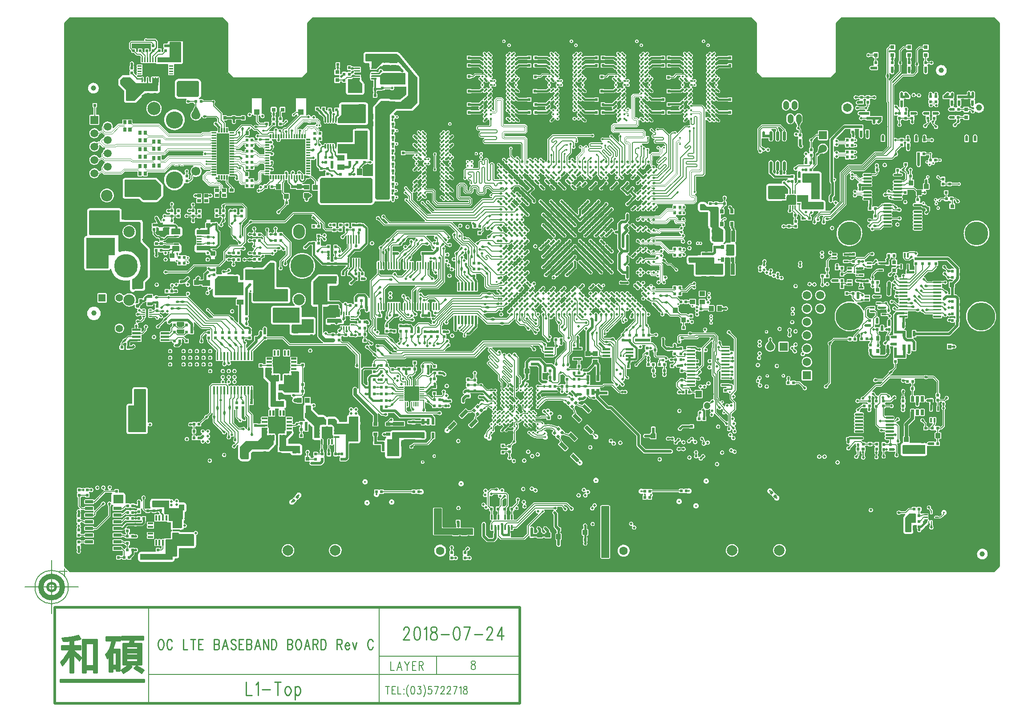
<source format=gbr>
G04 CAM350 V10.0.1 (Build 314) Date:  Fri Jul 27 19:02:47 2018 *
G04 Database: (Untitled) *
G04 Layer 3: L1 *
%FSLAX25Y25*%
%MOIN*%
%SFA1.000B1.000*%

%MIA0B0*%
%IPPOS*%
%ADD10C,0.00400*%
%ADD11C,0.00800*%
%ADD12C,0.01000*%
%ADD13C,0.00500*%
%ADD14C,0.01200*%
%ADD15C,0.02000*%
%ADD16C,0.04000*%
%ADD17C,0.00700*%
%ADD18C,0.00600*%
%ADD19C,0.03000*%
%ADD70C,0.01400*%
%ADD71C,0.01500*%
%ADD20C,0.02362*%
%ADD21R,0.22835X0.22835*%
%ADD22C,0.31496*%
%ADD23C,0.03937*%
%ADD24C,0.06200*%
%ADD26C,0.07874*%
%ADD27C,0.05906*%
%ADD28C,0.06693*%
%ADD29C,0.04331*%
%ADD72C,0.05512*%
%ADD30C,0.02500*%
%ADD31C,0.00630*%
%ADD32C,0.00450*%
%ADD33C,0.08661*%
%ADD34C,0.06496*%
%ADD35C,0.04528*%
%ADD36C,0.17717*%
%ADD37C,0.08465*%
%ADD38R,0.06200X0.06200*%
%ADD39C,0.06000*%
%ADD40R,0.05905X0.05905*%
%ADD41C,0.09843*%
%ADD42C,0.12795*%
%ADD43C,0.06299*%
%ADD44C,0.20866*%
%ADD48C,0.01300*%
%ADD50C,0.00550*%
%ADD51R,0.02200X0.02200*%
%ADD52R,0.04724X0.04724*%
%ADD53R,0.03937X0.03937*%
%ADD55R,0.08661X0.08661*%
%ADD56R,0.03622X0.03622*%
%ADD57R,0.04000X0.04000*%
%ADD58R,0.03400X0.03400*%
%ADD59R,0.02362X0.02362*%
%ADD64R,0.04331X0.04331*%
%ADD65R,0.06000X0.06000*%
%ADD66R,0.00787X0.00787*%
%ADD67R,0.03150X0.03150*%
%ADD74R,0.05512X0.05512*%
%ADD75R,0.01378X0.01378*%
%ADD76R,0.00984X0.00984*%
%ADD78R,0.01181X0.01181*%
%ADD84R,0.10433X0.10433*%
%ADD85R,0.01575X0.01575*%
%ADD86C,0.02400*%
%ADD88R,0.02441X0.02441*%
%ADD89R,0.08071X0.08071*%
%ADD90C,0.01575*%
%ADD91R,0.02480X0.02480*%
%ADD92C,0.01890*%
%ADD93R,0.02800X0.02800*%
%ADD94R,0.03543X0.03543*%
%ADD95R,0.00866X0.00866*%
%ADD96C,0.01102*%
%ADD97R,0.02165X0.02165*%
%ADD98R,0.01200X0.01200*%
%ADD99R,0.02992X0.02992*%
%ADD100R,0.19685X0.19685*%
%ADD101C,0.01496*%
%ADD102R,0.12402X0.12402*%
%ADD103C,0.04724*%
%ADD104C,0.01181*%
%ADD105R,0.08268X0.08268*%
%ADD106R,0.02400X0.02400*%
%ADD107R,0.03200X0.03200*%
%ADD108R,0.02000X0.02000*%
%ADD109R,0.01201X0.01201*%
%ADD110R,0.06500X0.06500*%
%ADD111R,0.01102X0.01102*%
%ADD112R,0.12756X0.12756*%
%LNL1*%
%LPD*%
G36*
X401Y4374D02*
G01Y410638D01*
X410Y410725*
X435Y410809*
X473Y410887*
X525Y410957*
X546Y410980*
X4022Y414456*
X4089Y414512*
X4165Y414555*
X4247Y414585*
X4333Y414599*
X4365Y414601*
X117629*
X117715Y414594*
X117800Y414571*
X117879Y414534*
X117950Y414484*
X117974Y414463*
X121455Y410982*
X121511Y410916*
X121555Y410840*
X121585Y410758*
X121600Y410672*
X121601Y410639*
X121602Y410629*
Y374002*
X121608Y373932*
X121626Y373865*
X121655Y373802*
X121695Y373745*
X121714Y373724*
X125714Y369725*
X125719Y369719*
X125773Y369674*
X125833Y369639*
X125898Y369616*
X125967Y369603*
X126002Y369602*
X178008*
X178077Y369609*
X178144Y369628*
X178207Y369658*
X178263Y369699*
X178284Y369718*
X182286Y373720*
X182330Y373773*
X182365Y373834*
X182388Y373900*
X182400Y373968*
X182402Y373996*
Y410622*
X182401Y410629*
X182409Y410715*
X182432Y410800*
X182468Y410879*
X182518Y410950*
X182546Y410980*
X186023Y414457*
X186090Y414512*
X186165Y414556*
X186247Y414585*
X186333Y414600*
X186374Y414601*
X513639*
X513725Y414591*
X513809Y414567*
X513887Y414529*
X513958Y414477*
X513982Y414455*
X513988Y414448*
X517454Y410982*
X517462Y410973*
X517517Y410905*
X517559Y410829*
X517586Y410746*
X517600Y410660*
X517601Y410628*
Y373995*
X517608Y373926*
X517626Y373859*
X517657Y373796*
X517698Y373739*
X517718Y373718*
X517723Y373712*
X521723Y369713*
X521777Y369669*
X521838Y369635*
X521904Y369612*
X521973Y369601*
X522000Y369600*
X574006*
X574075Y369607*
X574142Y369626*
X574205Y369657*
X574262Y369698*
X574282Y369716*
X578284Y373718*
X578329Y373772*
X578363Y373832*
X578387Y373898*
X578399Y373967*
X578400Y373995*
Y410627*
X578407Y410714*
X578430Y410798*
X578467Y410877*
X578517Y410948*
X578544Y410978*
X582021Y414455*
X582088Y414511*
X582164Y414554*
X582246Y414583*
X582332Y414598*
X582372Y414600*
X695627*
X695637Y414599*
X695724Y414590*
X695808Y414566*
X695886Y414527*
X695956Y414476*
X695980Y414453*
X699461Y410972*
X699515Y410904*
X699557Y410827*
X699585Y410745*
X699598Y410658*
X699599Y410626*
Y4396*
X699600Y4373*
X699593Y4286*
X699570Y4202*
X699533Y4123*
X699483Y4052*
X699456Y4022*
X695979Y545*
X695912Y489*
X695836Y446*
X695754Y417*
X695668Y402*
X695628Y400*
X695621Y401*
X4364*
X4277Y410*
X4193Y434*
X4115Y472*
X4045Y524*
X4020Y547*
X4015Y553*
X538Y4029*
X484Y4097*
X442Y4174*
X415Y4256*
X402Y4343*
X401Y4374*
G37*
%LPC*%
G36*
X8801Y22996D02*
G01Y20798D01*
Y20792*
X8811Y20687*
X8838Y20586*
X8882Y20491*
X8942Y20406*
X8982Y20363*
X8987Y20358*
X9044Y20292*
X9090Y20218*
X9121Y20137*
X9138Y20051*
X9140Y19964*
X9127Y19878*
X9099Y19795*
X9057Y19719*
X9003Y19651*
X8987Y19635*
X8986*
X8917Y19556*
X8863Y19466*
X8825Y19369*
X8805Y19266*
X8802Y19208*
Y19202*
Y17009*
Y17002*
X8811Y16898*
X8838Y16797*
X8882Y16702*
X8942Y16616*
X8988Y16568*
X8993Y16563*
X9051Y16498*
X9097Y16424*
X9130Y16344*
X9148Y16258*
X9152Y16197*
Y16190*
Y15581*
Y15571*
X9142Y15484*
X9116Y15396*
X9114Y15391*
X9034Y15124*
X9002Y14847*
X9019Y14568*
X9083Y14297*
X9194Y14041*
X9348Y13808*
X9539Y13605*
X9763Y13439*
X10012Y13314*
X10280Y13234*
X10557Y13202*
X10835Y13219*
X11106Y13283*
X11362Y13394*
X11595Y13547*
X11798Y13739*
X11964Y13963*
X12089Y14212*
X12169Y14480*
X12201Y14757*
X12185Y15035*
X12120Y15306*
X12009Y15562*
X11939Y15680*
X11935Y15686*
X11893Y15763*
X11865Y15845*
X11858Y15888*
X11856Y15896*
X11855Y15905*
Y15906*
X11854Y15913*
X11852Y15953*
Y15962*
Y16190*
X11851Y16197*
X11859Y16284*
X11882Y16368*
X11918Y16447*
X11968Y16518*
X12011Y16563*
X12012Y16564*
X12082Y16642*
X12137Y16731*
X12176Y16828*
X12197Y16930*
X12201Y16995*
Y17001*
Y19194*
Y19201*
X12192Y19305*
X12165Y19406*
X12121Y19501*
X12061Y19587*
X12021Y19630*
X12016Y19635*
X11958Y19700*
X11913Y19775*
X11881Y19856*
X11864Y19941*
X11862Y20028*
X11876Y20115*
X11903Y20197*
X11945Y20274*
X12000Y20342*
X12016Y20357*
X12085Y20437*
X12139Y20526*
X12177Y20624*
X12198Y20736*
X12199Y20742*
X12213Y20828*
X12243Y20910*
X12286Y20985*
X12342Y21052*
X12408Y21109*
X12483Y21153*
X12565Y21183*
X12651Y21199*
X12697Y21201*
X12704*
X14242*
X14251*
X14338Y21191*
X14421Y21167*
X14500Y21129*
X14570Y21077*
X14631Y21015*
X14679Y20942*
X14715Y20863*
X14732Y20800*
X14733Y20794*
X14763Y20694*
X14811Y20601*
X14874Y20517*
X14950Y20446*
X15038Y20389*
X15135Y20349*
X15236Y20325*
X15319Y20319*
X15327*
X21422*
X21428*
X21532Y20329*
X21633Y20358*
X21727Y20403*
X21812Y20464*
X21885Y20538*
X21944Y20625*
X21987Y20720*
X22013Y20821*
X22022Y20913*
Y23281*
Y23291*
Y23292*
X22011Y23396*
X21982Y23496*
X21936Y23590*
X21875Y23675*
X21800Y23748*
X21713Y23806*
X21617Y23849*
X21516Y23874*
X21422Y23882*
X21415*
X15320*
X15314*
X15210Y23872*
X15109Y23844*
X15015Y23799*
X14930Y23738*
X14856Y23663*
X14797Y23577*
X14754Y23482*
X14733Y23407*
X14732Y23401*
X14707Y23318*
X14668Y23240*
X14616Y23170*
X14553Y23110*
X14480Y23061*
X14401Y23027*
X14316Y23006*
X14242Y23001*
X14234*
X12576*
X12565*
X12478Y23011*
X12395Y23035*
X12316Y23073*
X12246Y23125*
X12186Y23188*
X12133Y23269*
X12129Y23276*
X12072Y23363*
X12000Y23439*
X11916Y23502*
X11823Y23549*
X11723Y23579*
X11619Y23591*
X11601*
X11594*
X9401*
X9396*
X9291Y23581*
X9191Y23553*
X9096Y23508*
X9011Y23447*
X8938Y23373*
X8879Y23286*
X8836Y23191*
X8809Y23090*
X8801Y22997*
Y22996*
G37*
G36*
X26569Y281857D02*
G01X26609Y281218D01*
X26728Y280589*
X26925Y279980*
X27196Y279399*
X27537Y278858*
X27943Y278362*
X28407Y277922*
X28923Y277542*
X29482Y277230*
X30076Y276990*
X30695Y276826*
X31330Y276740*
X31970Y276734*
X32606Y276807*
X33228Y276960*
X33826Y277188*
X34391Y277489*
X34914Y277859*
X35387Y278290*
X35803Y278778*
X36155Y279313*
X36437Y279888*
X36645Y280493*
X36777Y281120*
X36829Y281758*
X36830Y281856*
Y281857*
Y281858*
X36790Y282496*
X36671Y283125*
X36474Y283735*
X36203Y284315*
X35862Y284857*
X35456Y285352*
X34991Y285793*
X34475Y286172*
X33916Y286484*
X33322Y286724*
X32704Y286889*
X32069Y286975*
X31429Y286981*
X30793Y286907*
X30171Y286755*
X29572Y286526*
X29007Y286225*
X28484Y285856*
X28011Y285424*
X27596Y284937*
X27244Y284402*
X26962Y283827*
X26753Y283221*
X26622Y282595*
X26570Y281956*
X26569Y281858*
X26568*
X26569Y281857*
X26568*
X26569*
G37*
G36*
X43501Y293107D02*
G01Y293101D01*
Y281858*
Y281857*
Y281856*
Y281308*
Y281301*
X43531Y280954*
X43622Y280617*
X43769Y280301*
X43969Y280015*
X44215Y279769*
X44501Y279569*
X44817Y279422*
X45154Y279331*
X45494Y279301*
X45501*
X55443*
X55449*
X55536Y279294*
X55620Y279271*
X55699Y279234*
X55770Y279185*
X55779Y279177*
X57866Y277350*
X57872Y277345*
X58153Y277139*
X58466Y276985*
X58801Y276887*
X59183Y276849*
X68587*
X68594Y276850*
X68942Y276880*
X69279Y276970*
X69595Y277117*
X69880Y277317*
X70009Y277435*
X73316Y280743*
X73540Y281010*
X73714Y281312*
X73834Y281639*
X73853Y281719*
X73900Y282064*
X73902Y282157*
Y282163*
Y282164*
Y282165*
Y289166*
X73900Y289193*
X73870Y289541*
X73780Y289877*
X73632Y290193*
X73432Y290479*
X73315Y290608*
X73309Y290613*
X69408Y294515*
X69402Y294520*
X69134Y294743*
X68832Y294916*
X68504Y295034*
X68160Y295094*
X67994Y295101*
X67987*
X45501*
X45494*
X45147Y295069*
X44810Y294978*
X44495Y294829*
X44210Y294628*
X43964Y294381*
X43765Y294095*
X43619Y293778*
X43530Y293441*
X43501Y293108*
Y293107*
G37*
G36*
X14700Y227569D02*
G01X14732Y227222D01*
X14823Y226886*
X14972Y226570*
X15173Y226286*
X15420Y226040*
X15706Y225841*
X16023Y225695*
X16360Y225606*
X16700Y225576*
X16708*
X32340*
X32347*
X32694Y225608*
X33031Y225699*
X33346Y225848*
X33631Y226049*
X33877Y226296*
X34012Y226478*
X34014Y226481*
X34068Y226550*
X34133Y226608*
X34207Y226654*
X34288Y226686*
X34373Y226704*
X34460Y226707*
X34546Y226695*
X34629Y226667*
X34706Y226626*
X34775Y226572*
X34833Y226507*
X34879Y226433*
X34911Y226352*
X34917Y226332*
X34918Y226325*
X35192Y225422*
X35541Y224545*
X35963Y223702*
X36455Y222897*
X37014Y222136*
X37635Y221426*
X38314Y220770*
X39045Y220175*
X39825Y219643*
X40647Y219180*
X41505Y218788*
X42393Y218469*
X43305Y218228*
X44234Y218064*
X45174Y217979*
X46118Y217975*
X47058Y218050*
X47989Y218205*
X48475Y218319*
X48483Y218320*
X48569Y218333*
X48657Y218331*
X48742Y218314*
X48823Y218282*
X48897Y218236*
X48963Y218178*
X49017Y218110*
X49058Y218034*
X49086Y217951*
X49099Y217865*
X49100Y217834*
Y217828*
Y211496*
Y211490*
X49131Y211143*
X49222Y210806*
X49371Y210491*
X49572Y210206*
X49819Y209960*
X50105Y209761*
X50421Y209614*
X50759Y209525*
X51106Y209496*
X51453Y209527*
X51790Y209619*
X51980Y209700*
X53106Y210252*
X53188Y210282*
X53274Y210297*
X53320Y210300*
X53327Y210299*
X58299*
X58306*
X58653Y210331*
X58990Y210422*
X59305Y210571*
X59590Y210772*
X59836Y211019*
X59903Y211104*
X60086Y211401*
X60215Y211725*
X60286Y212066*
X60299Y212293*
Y212299*
Y214927*
Y214928*
Y214929*
Y216422*
Y216428*
X60307Y216515*
X60329Y216599*
X60366Y216678*
X60416Y216750*
X60445Y216781*
X63313Y219649*
X63537Y219916*
X63712Y220218*
X63831Y220546*
X63891Y220889*
X63899Y221057*
Y221063*
Y233826*
Y233827*
Y233828*
Y241192*
X63902Y241229*
X63865Y241576*
X63769Y241911*
X63617Y242225*
X63412Y242507*
X63322Y242603*
X63316Y242609*
X58654Y247271*
X58648Y247277*
X58592Y247343*
X58549Y247419*
X58519Y247501*
X58504Y247587*
X58502Y247620*
Y247630*
Y260606*
Y260607*
Y261695*
Y261702*
X58471Y262049*
X58381Y262386*
X58234Y262702*
X58034Y262987*
X57787Y263234*
X57550Y263400*
X44900*
X44813Y263408*
X44729Y263430*
X44650Y263467*
X44579Y263517*
X44517Y263579*
X44467Y263650*
X44443Y263702*
X43268*
X43261Y263701*
X43175Y263709*
X43090Y263732*
X43011Y263768*
X42940Y263818*
X42878Y263880*
X42828Y263951*
X42792Y264030*
X42769Y264115*
X42762Y264192*
X42761Y264201*
Y270294*
Y270301*
X42731Y270648*
X42641Y270985*
X42493Y271301*
X42293Y271587*
X42047Y271833*
X41761Y272033*
X41445Y272181*
X41108Y272271*
X40768Y272301*
X40761*
X18908*
X18901*
X18554Y272271*
X18217Y272180*
X17901Y272033*
X17615Y271833*
X17369Y271587*
X17169Y271301*
X17022Y270985*
X16931Y270648*
X16901Y270301*
Y270294*
Y252495*
X16928Y252169*
X16930Y252160*
X16935Y252073*
X16925Y251986*
X16900Y251903*
X16861Y251825*
X16809Y251755*
X16746Y251695*
X16673Y251647*
X16593Y251612*
X16508Y251592*
X16496Y251590*
X16488Y251589*
X16146Y251522*
X15821Y251397*
X15522Y251217*
X15260Y250987*
X15041Y250716*
X14872Y250411*
X14759Y250081*
X14705Y249737*
X14701Y249601*
Y249594*
Y227576*
X14700Y227570*
Y227569*
G37*
G36*
X22900Y62690D02*
G01X22925Y62413D01*
X22997Y62143*
X23115Y61890*
X23275Y61662*
X23472Y61465*
X23700Y61305*
X23953Y61187*
X24223Y61115*
X24500Y61090*
X24778Y61115*
X25048Y61187*
X25300Y61305*
X25529Y61465*
X25726Y61662*
X25886Y61890*
X26004Y62143*
X26076Y62413*
X26100Y62690*
X26076Y62968*
X26004Y63238*
X25886Y63490*
X25726Y63719*
X25529Y63916*
X25300Y64076*
X25048Y64194*
X24778Y64266*
X24500Y64290*
X24223Y64266*
X23953Y64194*
X23700Y64076*
X23472Y63916*
X23275Y63719*
X23115Y63490*
X22997Y63238*
X22925Y62968*
X22900Y62691*
Y62690*
G37*
G36*
X14718Y30912D02*
G01X14728Y30808D01*
X14756Y30707*
X14802Y30613*
X14862Y30528*
X14937Y30455*
X15023Y30396*
X15119Y30352*
X15220Y30326*
X15318Y30318*
X15325*
X21421*
X21426*
X21530Y30328*
X21631Y30356*
X21725Y30401*
X21810Y30462*
X21884Y30537*
X21943Y30623*
X21986Y30718*
X22007Y30794*
X22008Y30799*
X22033Y30882*
X22072Y30960*
X22124Y31030*
X22187Y31090*
X22260Y31138*
X22339Y31173*
X22424Y31193*
X22498Y31199*
X22505*
X23839*
X23845*
X24002Y31214*
X24153Y31255*
X24295Y31323*
X24422Y31414*
X24475Y31462*
X26299Y33286*
X34155Y41142*
X34256Y41262*
X34334Y41398*
X34388Y41546*
X34415Y41700*
X34419Y41772*
Y41779*
Y48528*
X34418Y48534*
X34426Y48621*
X34441Y48683*
X34443Y48690*
X34791Y49748*
X34793Y49753*
X34827Y49833*
X34849Y49870*
X34851Y49873*
X34879Y49916*
X34881Y49919*
X34933Y49989*
X34996Y50049*
X35069Y50097*
X35149Y50132*
X35233Y50152*
X35320Y50157*
X35407Y50147*
X35491Y50122*
X35569Y50083*
X35636Y50033*
X35645Y50026*
X35921Y49813*
X36185Y49671*
X36192Y49668*
X36269Y49626*
X36337Y49571*
X36394Y49506*
X36439Y49431*
X36471Y49350*
X36488Y49264*
X36490Y49177*
X36476Y49091*
X36448Y49009*
X36406Y48932*
X36352Y48864*
X36286Y48807*
X36257Y48787*
X36255Y48786*
X36172Y48722*
X36101Y48645*
X36045Y48557*
X36005Y48460*
X35982Y48358*
X35977Y48286*
Y45925*
Y45917*
X35986Y45813*
X36013Y45712*
X36058Y45617*
X36118Y45532*
X36192Y45458*
X36277Y45398*
X36372Y45354*
X36473Y45327*
X36571Y45317*
X36577Y45318*
X42673*
X42680*
X42784Y45327*
X42885Y45354*
X42980Y45398*
X43065Y45458*
X43139Y45532*
X43199Y45618*
X43244Y45712*
X43269Y45803*
X43271Y45812*
X43296Y45895*
X43336Y45973*
X43388Y46042*
X43452Y46102*
X43525Y46149*
X43605Y46184*
X43694Y46204*
X43702Y46205*
X43856Y46236*
X44002Y46294*
X44136Y46376*
X44234Y46461*
X45251Y47478*
X45318Y47534*
X45393Y47577*
X45475Y47606*
X45561Y47621*
X45649*
X45734Y47605*
X45822Y47572*
X45833Y47567*
X45930Y47527*
X46032Y47504*
X46103Y47499*
X46109*
X48302*
X48309*
X48414Y47509*
X48515Y47536*
X48609Y47580*
X48695Y47640*
X48743Y47685*
X48744Y47686*
X48810Y47743*
X48885Y47788*
X48966Y47820*
X49051Y47836*
X49138Y47838*
X49225Y47825*
X49307Y47796*
X49383Y47754*
X49458Y47693*
X49466Y47685*
X49545Y47616*
X49634Y47562*
X49731Y47524*
X49834Y47503*
X49894Y47500*
X49900*
X52093*
X52100*
X52204Y47509*
X52243Y47517*
X52248Y47518*
X52334Y47532*
X52421Y47531*
X52507Y47515*
X52588Y47484*
X52667Y47437*
X52677Y47430*
X52875Y47303*
X53092Y47213*
X53322Y47162*
X53493Y47150*
X53500*
X53788*
X53796*
X53882Y47143*
X53967Y47120*
X54046Y47083*
X54117Y47033*
X54153Y47000*
X54181Y46971*
X54186Y46967*
X54243Y46901*
X54288Y46827*
X54320Y46746*
X54337Y46660*
X54339Y46573*
X54326Y46487*
X54298Y46404*
X54256Y46328*
X54202Y46260*
X54186Y46244*
X54185Y46243*
X54116Y46165*
X54062Y46075*
X54061Y46072*
X54016Y45997*
X53959Y45931*
X53891Y45876*
X53815Y45834*
X53733Y45805*
X53647Y45791*
X53561Y45793*
X53554*
X53275Y45796*
X53000Y45750*
X52893Y45718*
X52885Y45716*
X52800Y45697*
X52713Y45693*
X52626Y45704*
X52543Y45731*
X52466Y45771*
X52442Y45787*
X52436Y45792*
X52346Y45844*
X52248Y45880*
X52145Y45898*
X52091Y45901*
X52084*
X49891*
X49885*
X49781Y45891*
X49680Y45863*
X49586Y45818*
X49501Y45757*
X49458Y45717*
Y45716*
X49392Y45658*
X49318Y45613*
X49236Y45581*
X49151Y45564*
X49064Y45562*
X48977Y45576*
X48895Y45604*
X48818Y45646*
X48750Y45700*
X48735Y45716*
X48730Y45721*
X48651Y45789*
X48561Y45842*
X48463Y45879*
X48360Y45898*
X48301Y45901*
X48295*
X46096*
X45992Y45891*
X45891Y45863*
X45797Y45818*
X45711Y45757*
X45638Y45683*
X45579Y45597*
X45536Y45501*
X45514Y45425*
X45513Y45419*
X45489Y45336*
X45450Y45257*
X45398Y45187*
X45335Y45127*
X45263Y45079*
X45194Y45047*
X45189Y45046*
X45047Y44979*
X44919Y44888*
X44865Y44838*
X43773Y43746*
X43707Y43690*
X43631Y43647*
X43549Y43617*
X43463Y43602*
X43376*
X43290Y43617*
X43208Y43647*
X43133Y43690*
X43085Y43729*
X43080Y43733*
X42996Y43795*
X42902Y43842*
X42802Y43871*
X42689Y43883*
X42683*
X36588*
X36581*
X36476Y43874*
X36375Y43847*
X36280Y43803*
X36195Y43743*
X36121Y43669*
X36061Y43583*
X36017Y43488*
X35990Y43387*
X35981Y43283*
X35980Y43276*
Y40921*
Y40915*
X35990Y40811*
X36018Y40710*
X36063Y40616*
X36124Y40531*
X36199Y40457*
X36285Y40398*
X36380Y40355*
X36482Y40329*
X36580Y40320*
X42683*
X42688*
X42792Y40330*
X42893Y40358*
X42987Y40404*
X43072Y40464*
X43146Y40539*
X43205Y40625*
X43248Y40720*
X43275Y40823*
Y40828*
X43296Y40912*
X43331Y40992*
X43380Y41064*
X43440Y41127*
X43511Y41178*
X43589Y41217*
X43638Y41233*
X43643Y41234*
X43790Y41289*
X43925Y41369*
X44036Y41463*
X45124Y42552*
X45191Y42607*
X45267Y42650*
X45349Y42680*
X45435Y42694*
X45522*
X45608Y42678*
X45690Y42648*
X45760Y42607*
X45766Y42603*
X45857Y42552*
X45956Y42518*
X46060Y42502*
X46101Y42501*
X48301*
X48306*
X48410Y42511*
X48511Y42539*
X48606Y42584*
X48691Y42645*
X48734Y42685*
Y42686*
X48800Y42743*
X48874Y42789*
X48955Y42820*
X49041Y42837*
X49128Y42839*
X49214Y42826*
X49297Y42798*
X49373Y42756*
X49441Y42702*
X49457Y42686*
X49462Y42681*
X49541Y42613*
X49631Y42560*
X49729Y42523*
X49832Y42503*
X49891Y42501*
X49898Y42500*
X52090*
X52097*
X52201Y42511*
X52301Y42539*
X52396Y42584*
X52442Y42614*
X52446Y42617*
X52521Y42661*
X52603Y42691*
X52689Y42706*
X52776Y42707*
X52862Y42692*
X52893Y42683*
X52900Y42680*
X53172Y42616*
X53450Y42601*
X53727Y42634*
X53994Y42714*
X54243Y42840*
X54350Y42912*
X54353Y42915*
X54428Y42960*
X54510Y42991*
X54595Y43007*
X54647Y43010*
X54653*
X56800*
X56806*
X56910Y43020*
X57010Y43048*
X57105Y43093*
X57190Y43154*
X57263Y43228*
X57322Y43315*
X57366Y43410*
X57392Y43511*
X57400Y43604*
Y43610*
Y45802*
Y45810*
X57390Y45914*
X57381Y45957*
X57380Y45963*
X57366Y46034*
X57334Y46083*
X57327Y46094*
X57270Y46181*
X57219Y46238*
X57214Y46243*
X57156Y46308*
X57111Y46383*
X57079Y46464*
X57062Y46550*
X57061Y46637*
X57074Y46723*
X57102Y46805*
X57144Y46882*
X57198Y46950*
X57214Y46966*
X57215*
X57283Y47045*
X57295Y47061*
X57296Y47064*
X57351Y47131*
X57417Y47188*
X57492Y47233*
X57573Y47265*
X57659Y47281*
X57746Y47283*
X57832Y47269*
X57914Y47241*
X57991Y47198*
X58058Y47144*
X58116Y47078*
X58160Y47003*
X58192Y46922*
X58208Y46836*
X58211Y46784*
Y46777*
Y46724*
Y46717*
X58226Y46561*
X58247Y46471*
X58250Y46460*
X58264Y46388*
X58308Y46317*
X58311Y46310*
X58395Y46177*
X58474Y46087*
X58480Y46081*
X59699Y44862*
X59704Y44857*
X59825Y44757*
X59961Y44680*
X60109Y44627*
X60140Y44620*
X60150Y44617*
X60232Y44589*
X60309Y44548*
X60377Y44493*
X60434Y44427*
X60479Y44353*
X60511Y44272*
X60516Y44253*
X60518Y44247*
X60553Y44148*
X60604Y44057*
X60671Y43977*
X60751Y43909*
X60841Y43856*
X60939Y43820*
X61042Y43801*
X61098Y43798*
X61106*
X63292*
X63298*
X63402Y43807*
X63503Y43834*
X63598Y43878*
X63684Y43938*
X63758Y44012*
X63801Y44071*
X63804Y44076*
X63859Y44144*
X63924Y44201*
X63999Y44246*
X64080Y44278*
X64165Y44295*
X64211Y44298*
X64220*
X64969*
X64976*
X65063Y44291*
X65147Y44268*
X65226Y44231*
X65298Y44181*
X65359Y44120*
X65389Y44082*
X65396Y44071*
X65460Y43989*
X65538Y43919*
X65627Y43864*
X65724Y43825*
X65826Y43803*
X65892Y43799*
X65899*
X68091*
X68099*
X68203Y43808*
X68304Y43835*
X68399Y43879*
X68484Y43939*
X68558Y44013*
X68602Y44072*
X68605Y44076*
X68659Y44144*
X68725Y44202*
X68799Y44247*
X68880Y44279*
X68966Y44296*
X69012Y44299*
X69021*
X69442*
X69449*
X69657Y44317*
X69765Y44341*
X69770Y44343*
X69855Y44359*
X69942*
X70028Y44345*
X70111Y44316*
X70186Y44273*
X70254Y44217*
X70303Y44161*
X70311Y44151*
X70378Y44072*
X70459Y44005*
X70534Y43961*
X70541Y43958*
X70616Y43914*
X70682Y43857*
X70738Y43790*
X70784Y43707*
X70789Y43696*
X70891Y43499*
X70896Y43492*
X70937Y43415*
X70964Y43333*
X70976Y43246*
X70974Y43159*
X70956Y43074*
X70924Y42993*
X70878Y42919*
X70820Y42854*
X70751Y42800*
X70674Y42759*
X70591Y42732*
X70505Y42719*
X70477Y42718*
X70471Y42719*
X70352*
X70346*
X70242Y42709*
X70141Y42680*
X70047Y42635*
X70030Y42625*
X70025Y42622*
X69947Y42583*
X69864Y42557*
X69777Y42547*
X69690Y42552*
X69605Y42572*
X69525Y42606*
X69493Y42625*
X69487Y42629*
X69394Y42676*
X69294Y42706*
X69190Y42718*
X69171Y42719*
X69163*
X67793*
X67787*
X67683Y42709*
X67582Y42681*
X67488Y42635*
X67403Y42575*
X67329Y42500*
X67270Y42414*
X67227Y42318*
X67201Y42217*
X67193Y42125*
Y42119*
Y40708*
Y40707*
Y40706*
Y37993*
Y37985*
X67202Y37881*
X67219Y37813*
X67221Y37807*
X67239Y37721*
X67243Y37634*
X67231Y37548*
X67205Y37465*
X67164Y37388*
X67111Y37319*
X67047Y37260*
X66973Y37213*
X66892Y37180*
X66807Y37162*
X66720Y37158*
X66634Y37170*
X66594Y37180*
X66588Y37182*
X66486Y37203*
X66416Y37208*
X66409*
X62276*
X62172Y37198*
X62071Y37170*
X61977Y37124*
X61892Y37064*
X61819Y36989*
X61759Y36903*
X61721Y36821*
X61720Y36817*
X61682Y36738*
X61632Y36667*
X61590Y36624*
X61633Y36548*
X61663Y36466*
X61678Y36380*
X61680Y36338*
Y36332*
Y35228*
X61679Y35222*
X61689Y35118*
X61717Y35017*
X61763Y34923*
X61773Y34905*
X61779Y34896*
X61817Y34818*
X61842Y34734*
X61851Y34647*
X61845Y34560*
X61825Y34476*
X61789Y34396*
X61773Y34368*
X61771Y34366*
X61724Y34273*
X61693Y34173*
X61680Y34069*
X61679Y34046*
Y34039*
Y32675*
Y32668*
X61688Y32564*
X61715Y32463*
X61760Y32368*
X61820Y32283*
X61894Y32209*
X61979Y32149*
X62074Y32104*
X62175Y32077*
X62274Y32068*
X62279*
X66407*
X66413*
X66517Y32078*
X66619Y32105*
X66713Y32149*
X66799Y32209*
X66873Y32283*
X66933Y32368*
X66977Y32463*
X67004Y32564*
X67013Y32668*
Y32676*
Y34046*
X67014Y34053*
X67003Y34157*
X66975Y34258*
X66930Y34352*
X66920Y34369*
X66913Y34379*
X66875Y34457*
X66851Y34541*
X66842Y34628*
X66848Y34715*
X66869Y34799*
X66904Y34879*
X66920Y34906*
X66922Y34909*
X66969Y35002*
X67000Y35102*
X67013Y35205*
X67014Y35228*
Y35235*
Y36606*
Y36612*
X67004Y36716*
X66987Y36785*
X66984Y36795*
X66967Y36880*
X66965Y36967*
X66978Y37054*
X67007Y37136*
X67049Y37212*
X67103Y37280*
X67169Y37338*
X67243Y37383*
X67325Y37414*
X67410Y37431*
X67497Y37433*
X67583Y37420*
X67603Y37414*
X67613Y37411*
X67715Y37389*
X67786Y37384*
X67792*
X69163*
X69170*
X69274Y37393*
X69375Y37420*
X69470Y37465*
X69490Y37476*
X69492Y37478*
X69570Y37518*
X69653Y37545*
X69739Y37556*
X69826Y37552*
X69911Y37533*
X69992Y37500*
X70019Y37485*
X70029Y37478*
X70122Y37430*
X70222Y37399*
X70326Y37385*
X70346*
X71723*
X71730*
X71834Y37394*
X71935Y37421*
X72030Y37465*
X72049Y37477*
X72052Y37479*
X72129Y37519*
X72212Y37545*
X72299Y37556*
X72386Y37552*
X72471Y37534*
X72551Y37500*
X72579Y37484*
X72589Y37479*
X72682Y37430*
X72781Y37399*
X72885Y37385*
X72905*
X72911*
X74282*
X74289*
X74393Y37394*
X74494Y37421*
X74589Y37465*
X74608Y37477*
X74611Y37479*
X74689Y37519*
X74772Y37545*
X74858Y37557*
X74945Y37553*
X75030Y37534*
X75111Y37501*
X75138Y37485*
X75148Y37479*
X75241Y37431*
X75341Y37399*
X75445Y37386*
X75465Y37385*
X76433*
X76439Y37386*
X76526Y37378*
X76610Y37355*
X76689Y37319*
X76761Y37269*
X76822Y37207*
X76845Y37178*
X76852Y37169*
X77073Y36899*
X77338Y36673*
X77639Y36496*
X77965Y36374*
X78308Y36310*
X78494Y36301*
X78793*
X78801*
X78888Y36293*
X78972Y36271*
X79051Y36234*
X79122Y36184*
X79184Y36122*
X79234Y36051*
X79271Y35972*
X79293Y35888*
X79301Y35811*
Y35801*
Y32908*
Y32901*
X79331Y32554*
X79422Y32217*
X79569Y31901*
X79769Y31615*
X80015Y31369*
X80321Y31158*
X80328Y31154*
X80400Y31105*
X80463Y31044*
X80514Y30974*
X80552Y30895*
X80576Y30811*
X80585Y30725*
X80578Y30638*
X80557Y30553*
X80521Y30474*
X80473Y30402*
X80412Y30339*
X80341Y30288*
X80317Y30274*
X80313Y30272*
X79983Y30060*
X79695Y29794*
X79458Y29481*
X79279Y29133*
X79162Y28758*
X79113Y28369*
X79111Y28288*
Y28281*
Y25931*
X79104Y25845*
X79081Y25760*
X79044Y25681*
X78994Y25610*
X78933Y25548*
X78861Y25498*
X78782Y25462*
X78698Y25439*
X78611Y25431*
X78605Y25432*
X76252*
X76244*
X75854Y25396*
X75475Y25293*
X75120Y25127*
X74800Y24901*
X74523Y24622*
X74387Y24440*
X74385Y24438*
X74330Y24370*
X74264Y24313*
X74190Y24268*
X74108Y24236*
X74023Y24219*
X73970Y24217*
X73963*
X72907*
X72803Y24207*
X72702Y24178*
X72608Y24133*
X72591Y24123*
X72586Y24120*
X72509Y24081*
X72425Y24056*
X72339Y24045*
X72252Y24050*
X72167Y24070*
X72087Y24104*
X72064Y24117*
X72054Y24123*
X71961Y24171*
X71861Y24203*
X71758Y24216*
X71738Y24217*
X71732*
X70361*
X70354*
X70249Y24207*
X70148Y24180*
X70054Y24136*
X70034Y24124*
X70031Y24123*
X69954Y24083*
X69871Y24056*
X69785Y24045*
X69697Y24049*
X69612Y24068*
X69532Y24101*
X69504Y24117*
X69495Y24123*
X69402Y24171*
X69302Y24202*
X69198Y24216*
X69178*
X67801*
X67794*
X67690Y24207*
X67620Y24191*
X67615Y24189*
X67530Y24170*
X67443Y24167*
X67357Y24178*
X67274Y24205*
X67196Y24245*
X67127Y24298*
X67069Y24363*
X67022Y24436*
X66989Y24517*
X66970Y24602*
X66967Y24689*
X66978Y24776*
X66986Y24807*
X66989Y24815*
X67011Y24917*
X67016Y24988*
Y26364*
Y26372*
X67007Y26476*
X66980Y26577*
X66935Y26672*
X66926Y26688*
X66922Y26694*
X66882Y26771*
X66856Y26854*
X66844Y26941*
X66848Y27028*
X66867Y27113*
X66900Y27193*
X66919Y27226*
X66922Y27231*
X66970Y27323*
X67002Y27423*
X67015Y27527*
X67016Y27547*
Y28924*
Y28930*
X67006Y29035*
X66979Y29136*
X66935Y29230*
X66875Y29316*
X66801Y29390*
X66715Y29450*
X66621Y29494*
X66520Y29521*
X66422Y29530*
X66415*
X62289*
X62281*
X62177Y29521*
X62076Y29494*
X61981Y29450*
X61896Y29390*
X61822Y29316*
X61762Y29230*
X61718Y29135*
X61691Y29034*
X61681Y28930*
Y28923*
Y27552*
Y27546*
X61691Y27442*
X61719Y27341*
X61765Y27247*
X61775Y27230*
X61781Y27220*
X61819Y27142*
X61844Y27059*
X61853Y26972*
X61847Y26885*
X61826Y26800*
X61791Y26721*
X61775Y26693*
X61773Y26690*
X61725Y26597*
X61695Y26497*
X61681Y26394*
Y26371*
Y26364*
Y24993*
Y24987*
X61691Y24883*
X61719Y24782*
X61764Y24688*
X61825Y24603*
X61899Y24529*
X61986Y24470*
X62081Y24427*
X62182Y24401*
X62281Y24393*
X62288*
X66415*
X66421Y24392*
X66525Y24403*
X66593Y24420*
X66601Y24422*
X66687Y24439*
X66774Y24441*
X66860Y24428*
X66943Y24400*
X67019Y24359*
X67087Y24304*
X67145Y24239*
X67190Y24164*
X67222Y24083*
X67239Y23998*
X67241Y23911*
X67228Y23824*
X67220Y23793*
X67218Y23788*
X67196Y23686*
X67192Y23614*
Y23608*
Y19480*
Y19475*
X67202Y19371*
X67230Y19270*
X67275Y19175*
X67336Y19090*
X67411Y19017*
X67497Y18958*
X67592Y18914*
X67693Y18888*
X67792Y18880*
X67799*
X69170*
X69176*
X69280Y18890*
X69380Y18918*
X69475Y18963*
X69492Y18974*
X69497Y18977*
X69575Y19016*
X69658Y19041*
X69745Y19052*
X69832Y19047*
X69917Y19027*
X69997Y18992*
X70029Y18974*
X70035Y18970*
X70128Y18923*
X70228Y18892*
X70332Y18880*
X70358*
X71729*
X71735*
X71839Y18890*
X71940Y18918*
X71985Y18937*
X71991Y18940*
X72073Y18969*
X72159Y18983*
X72246*
X72332Y18967*
X72413Y18936*
X72489Y18892*
X72555Y18836*
X72610Y18768*
X72653Y18693*
X72682Y18610*
X72697Y18524*
X72698Y18485*
Y18478*
Y17458*
Y17449*
X72689Y17362*
X72665Y17278*
X72626Y17200*
X72575Y17130*
X72554Y17106*
X72440Y16993*
X72373Y16937*
X72297Y16894*
X72215Y16865*
X72129Y16850*
X72088Y16848*
X72026*
X72017*
X71930Y16858*
X71846Y16882*
X71768Y16920*
X71698Y16971*
X71637Y17034*
X71589Y17107*
X71553Y17186*
X71546Y17212*
X71544Y17218*
X71506Y17315*
X71451Y17405*
X71382Y17483*
X71300Y17548*
X71208Y17598*
X71109Y17632*
X71006Y17647*
X70968Y17648*
X70961*
X68768*
X68762Y17649*
X68658Y17638*
X68557Y17610*
X68463Y17565*
X68378Y17504*
X68305Y17429*
X68246Y17343*
X68203Y17248*
X68177Y17146*
X68169Y17055*
Y17049*
Y16000*
X68168*
X68169Y15999*
X68168Y15998*
X68169*
Y15116*
Y15109*
X68161Y15022*
X68139Y14938*
X68102Y14859*
X68052Y14787*
X67990Y14726*
X67919Y14676*
X67840Y14639*
X67756Y14616*
X67669Y14609*
X57227*
X57220*
X56830Y14574*
X56451Y14471*
X56096Y14304*
X55776Y14078*
X55499Y13800*
X55275Y13478*
X55110Y13122*
X55010Y12743*
X54977Y12365*
Y12359*
Y9345*
Y9338*
X55011Y8947*
X55113Y8569*
X55279Y8213*
X55504Y7892*
X55781Y7614*
X56102Y7390*
X56458Y7224*
X56836Y7122*
X57220Y7088*
X57227*
X80199*
X80206*
X80597Y7122*
X80976Y7224*
X81331Y7390*
X81653Y7615*
X81930Y7892*
X82155Y8213*
X82321Y8569*
X82422Y8948*
X82451Y9188*
X82452Y9198*
X82467Y9283*
X82497Y9365*
X82540Y9441*
X82596Y9508*
X82663Y9564*
X82739Y9607*
X82820Y9637*
X82906Y9652*
X82940Y9654*
X82950Y9655*
X83503*
X83510*
X83900Y9689*
X84279Y9790*
X84635Y9956*
X84956Y10181*
X85233Y10458*
X85458Y10780*
X85624Y11135*
X85725Y11514*
X85760Y11905*
Y11911*
Y15748*
Y15749*
Y15750*
Y16890*
Y16899*
X85769Y16986*
X85793Y17069*
X85831Y17148*
X85883Y17218*
X85946Y17279*
X86018Y17327*
X86097Y17363*
X86182Y17384*
X86251Y17390*
X86260*
X96203*
X96210*
X96601Y17424*
X96980Y17526*
X97335Y17691*
X97656Y17916*
X97934Y18194*
X98159Y18515*
X98324Y18870*
X98426Y19249*
X98460Y19640*
Y19647*
Y26792*
Y26802*
X98470Y26889*
X98494Y26973*
X98532Y27051*
X98584Y27121*
X98647Y27181*
X98719Y27230*
X98773Y27256*
X98780Y27259*
X99031Y27381*
X99256Y27546*
X99449Y27747*
X99605Y27978*
X99718Y28233*
X99785Y28504*
X99804Y28751*
X99780Y29029*
X99708Y29299*
X99590Y29551*
X99430Y29780*
X99233Y29977*
X99004Y30137*
X98752Y30255*
X98482Y30327*
X98204Y30351*
X97926Y30327*
X97657Y30255*
X97404Y30137*
X97176Y29977*
X96979Y29780*
X96868Y29632*
X96862Y29621*
X96808Y29552*
X96743Y29494*
X96670Y29447*
X96589Y29414*
X96504Y29396*
X96417Y29393*
X96400Y29394*
X96393Y29395*
X96212Y29402*
X96204*
X87094*
X87085*
X86998Y29411*
X86914Y29436*
X86836Y29474*
X86766Y29525*
X86705Y29588*
X86698Y29598*
X86690Y29607*
X86432Y29903*
X86311Y30011*
X86305Y30016*
X86243Y30077*
X86192Y30148*
X86155Y30227*
X86132Y30311*
X86123Y30398*
X86130Y30485*
X86152Y30569*
X86189Y30648*
X86238Y30720*
X86299Y30782*
X86370Y30833*
X86449Y30870*
X86533Y30893*
X86623Y30902*
X86631*
X87314*
X87661Y30933*
X87998Y31024*
X88313Y31173*
X88598Y31374*
X88844Y31621*
X89043Y31907*
X89189Y32223*
X89217Y32307*
X89219Y32312*
X89252Y32393*
X89298Y32467*
X89356Y32531*
X89425Y32585*
X89502Y32626*
X89585Y32652*
X89672Y32664*
X89753Y32662*
X89759Y32661*
X90038Y32655*
X90314Y32697*
X90578Y32787*
X90822Y32921*
X91040Y33096*
X91224Y33305*
X91368Y33544*
X91470Y33804*
X91524Y34077*
X91530Y34356*
X91487Y34632*
X91398Y34896*
X91264Y35140*
X91089Y35358*
X90879Y35542*
X90641Y35686*
X90381Y35788*
X90107Y35842*
X89843Y35849*
X89837Y35848*
X89750Y35851*
X89665Y35868*
X89584Y35900*
X89509Y35946*
X89444Y36004*
X89390Y36072*
X89349Y36149*
X89321Y36231*
X89308Y36318*
X89307Y36337*
Y36347*
Y37749*
Y37756*
X89315Y37843*
X89337Y37927*
X89374Y38006*
X89424Y38078*
X89472Y38128*
X89474Y38129*
X89711Y38384*
X89900Y38677*
X90036Y38998*
X90114Y39338*
X90133Y39606*
Y39613*
Y44221*
Y44227*
X90140Y44314*
X90163Y44398*
X90200Y44477*
X90250Y44549*
X90311Y44610*
X90347Y44637*
X90350Y44639*
X90617Y44863*
X90841Y45130*
X91015Y45432*
X91134Y45760*
X91195Y46103*
X91203Y46271*
Y46278*
Y49652*
Y49658*
X91172Y50006*
X91082Y50343*
X90935Y50659*
X90735Y50944*
X90488Y51191*
X90202Y51391*
X89887Y51538*
X89550Y51628*
X89209Y51658*
X89202*
X86263*
X86255*
X86067Y51649*
X86060*
X85973Y51648*
X85887Y51662*
X85805Y51691*
X85729Y51734*
X85662Y51789*
X85605Y51855*
X85561Y51930*
X85553Y51951*
X85552Y51952*
X85545Y51967*
X85541Y51980*
X85533Y52001*
X85539*
Y52002*
X85533*
X85515Y52087*
X85512Y52174*
X85525Y52260*
X85530Y52282*
X85533Y52290*
X85589Y52563*
X85597Y52842*
X85557Y53118*
X85470Y53383*
X85338Y53628*
X85165Y53847*
X84957Y54033*
X84719Y54179*
X84460Y54283*
X84187Y54339*
X83908Y54347*
X83632Y54307*
X83368Y54220*
X83122Y54088*
X82903Y53915*
X82717Y53707*
X82571Y53469*
X82468Y53210*
X82446Y53132*
X82444Y53125*
X82415Y53043*
X82372Y52967*
X82316Y52900*
X82250Y52844*
X82174Y52800*
X82093Y52769*
X82007Y52754*
X81920Y52753*
X81834Y52768*
X81752Y52798*
X81676Y52841*
X81609Y52897*
X81553Y52963*
X81509Y53038*
X81498Y53063*
X81494Y53073*
X81372Y53323*
X81208Y53549*
X81007Y53743*
X80776Y53899*
X80521Y54013*
X80251Y54080*
X79973Y54100*
X79695Y54071*
X79538Y54032*
X79534Y54030*
X79448Y54012*
X79361Y54009*
X79275Y54022*
X79192Y54049*
X79115Y54090*
X79099Y54100*
X79090Y54107*
X78793Y54289*
X78469Y54417*
X78127Y54487*
X77907Y54500*
X77900*
X66107*
X66100*
X65752Y54469*
X65415Y54379*
X65099Y54232*
X64814Y54032*
X64567Y53785*
X64367Y53499*
X64220Y53184*
X64130Y52847*
X64100Y52500*
X64099Y52492*
Y48699*
Y48692*
X64131Y48345*
X64222Y48009*
X64333Y47761*
X64338Y47751*
X64370Y47670*
X64388Y47585*
X64391Y47498*
X64378Y47411*
X64351Y47329*
X64310Y47252*
X64256Y47183*
X64191Y47125*
X64116Y47080*
X64036Y47047*
X63950Y47030*
X63863Y47027*
X63777Y47039*
X63694Y47067*
X63632Y47099*
X63622Y47105*
X63529Y47153*
X63430Y47185*
X63326Y47198*
X63305Y47199*
X63299*
X61099*
X60995Y47190*
X60894Y47163*
X60799Y47119*
X60781Y47108*
X60778Y47106*
X60701Y47066*
X60617Y47040*
X60531Y47029*
X60444Y47033*
X60359Y47052*
X60278Y47086*
X60205Y47133*
X60141Y47192*
X60088Y47261*
X60048Y47339*
X60022Y47422*
X60011Y47518*
Y47528*
Y53096*
Y53103*
X60018Y53190*
X60033Y53251*
X60036Y53259*
X60383Y54317*
X60385Y54322*
X60419Y54402*
X60440Y54438*
X60443Y54442*
X60577Y54687*
X60666Y54952*
X60707Y55227*
X60700Y55506*
X60645Y55780*
X60543Y56039*
X60398Y56277*
X60213Y56486*
X59995Y56660*
X59750Y56794*
X59486Y56883*
X59210Y56924*
X58931Y56917*
X58658Y56862*
X58398Y56760*
X58160Y56615*
X57951Y56430*
X57777Y56212*
X57644Y55967*
X57555Y55703*
X57513Y55427*
X57520Y55148*
X57576Y54875*
X57677Y54615*
X57777Y54442*
X57783Y54433*
X57823Y54355*
X57836Y54322*
X57838Y54315*
X58185Y53259*
X58189Y53248*
X58206Y53163*
X58210Y53112*
Y53103*
Y52974*
Y52967*
X58203Y52880*
X58180Y52796*
X58143Y52717*
X58093Y52646*
X58032Y52584*
X57960Y52534*
X57881Y52497*
X57797Y52475*
X57710Y52467*
X57623Y52475*
X57539Y52497*
X57460Y52534*
X57389Y52584*
X57327Y52646*
X57277Y52717*
X57240Y52796*
X57228Y52835*
X57226Y52842*
X57128Y53103*
X56987Y53344*
X56806Y53556*
X56590Y53733*
X56348Y53870*
X56085Y53963*
X55810Y54009*
X55531Y54007*
X55257Y53956*
X54995Y53858*
X54755Y53717*
X54543Y53536*
X54366Y53320*
X54228Y53078*
X54135Y52815*
X54089Y52540*
X54092Y52261*
X54143Y51987*
X54240Y51725*
X54282Y51645*
X54286Y51638*
X54321Y51558*
X54342Y51474*
X54348Y51406*
X54349Y51395*
Y50729*
Y50722*
X54341Y50635*
X54318Y50551*
X54282Y50472*
X54232Y50400*
X54170Y50339*
X54099Y50289*
X54020Y50252*
X53935Y50229*
X53849Y50222*
X53762Y50229*
X53678Y50252*
X53599Y50289*
X53565Y50310*
X53558Y50315*
X53353Y50430*
X53131Y50507*
X52877Y50547*
X52868*
X52782Y50562*
X52699Y50591*
X52623Y50633*
X52556Y50689*
X52539Y50706*
X52535Y50711*
X52457Y50781*
X52368Y50835*
X52270Y50874*
X52168Y50895*
X52099Y50899*
X52092*
X49899*
X49893*
X49789Y50889*
X49689Y50861*
X49594Y50816*
X49509Y50755*
X49466Y50715*
Y50714*
X49400Y50656*
X49326Y50611*
X49244Y50579*
X49159Y50562*
X49072Y50560*
X48986Y50574*
X48903Y50602*
X48827Y50644*
X48759Y50698*
X48743Y50714*
X48738Y50719*
X48658Y50787*
X48568Y50841*
X48470Y50877*
X48368Y50896*
X48309Y50899*
X48302*
X46109*
X46103Y50900*
X46048Y50896*
X46039*
X45952*
X45866Y50911*
X45784Y50942*
X45709Y50986*
X45642Y51042*
X45587Y51109*
X45543Y51184*
X45514Y51267*
X45499Y51352*
X45498Y51415*
Y51421*
X45500Y51500*
Y51506*
Y57000*
Y57006*
X45468Y57353*
X45377Y57690*
X45229Y58005*
X45028Y58290*
X44781Y58536*
X44495Y58735*
X44178Y58881*
X43841Y58971*
X43500Y59000*
X43493*
X41200*
X41190*
X41103Y59010*
X41019Y59034*
X40941Y59072*
X40871Y59124*
X40810Y59187*
X40762Y59259*
X40727Y59339*
X40706Y59424*
X40700Y59500*
Y59508*
Y60990*
Y60996*
X40690Y61101*
X40662Y61201*
X40617Y61296*
X40556Y61381*
X40481Y61454*
X40395Y61513*
X40300Y61556*
X40198Y61582*
X40100Y61590*
X40094*
X37900*
X37895Y61591*
X37791Y61580*
X37690Y61552*
X37596Y61507*
X37510Y61447*
X37437Y61372*
X37378Y61286*
X37335Y61190*
X37325Y61159*
X37323Y61154*
X37292Y61073*
X37248Y60998*
X37191Y60932*
X37123Y60877*
X37047Y60834*
X36965Y60806*
X36879Y60792*
X36842Y60791*
X36836*
X35067*
X35056*
X34969Y60800*
X34886Y60825*
X34808Y60863*
X34737Y60915*
X34677Y60978*
X34628Y61050*
X34593Y61130*
X34573Y61214*
X34567Y61301*
X34576Y61388*
X34601Y61472*
X34639Y61550*
X34691Y61620*
X34753Y61681*
X34768Y61692*
X34771Y61694*
X34980Y61878*
X35154Y62096*
X35288Y62340*
X35378Y62605*
X35420Y62880*
X35413Y63159*
X35359Y63433*
X35257Y63692*
X35112Y63931*
X34928Y64140*
X34710Y64314*
X34466Y64448*
X34201Y64538*
X33926Y64580*
X33647Y64573*
X33373Y64519*
X33114Y64417*
X32875Y64272*
X32666Y64088*
X32492Y63870*
X32358Y63626*
X32268Y63361*
X32226Y63086*
X32233Y62807*
X32287Y62533*
X32389Y62274*
X32534Y62035*
X32718Y61826*
X32869Y61699*
X32875Y61694*
X32941Y61636*
X32995Y61568*
X33037Y61492*
X33065Y61409*
X33078Y61323*
X33076Y61236*
X33059Y61151*
X33027Y61069*
X32982Y60995*
X32925Y60929*
X32857Y60875*
X32780Y60833*
X32698Y60805*
X32611Y60792*
X32579Y60791*
X32572*
X30491*
X30482*
X30395Y60801*
X30311Y60825*
X30233Y60863*
X30162Y60914*
X30102Y60977*
X30053Y61050*
X30018Y61129*
X29997Y61214*
X29991Y61301*
X30000Y61387*
X30025Y61471*
X30063Y61549*
X30114Y61620*
X30139Y61646*
X30140Y61647*
X30320Y61860*
X30460Y62102*
X30556Y62363*
X30605Y62638*
Y62917*
X30558Y63192*
X30463Y63454*
X30324Y63696*
X30145Y63910*
X29932Y64090*
X29691Y64230*
X29429Y64326*
X29154Y64375*
X28876Y64376*
X28601Y64328*
X28338Y64233*
X28097Y64094*
X27882Y63915*
X27703Y63702*
X27563Y63461*
X27467Y63199*
X27418Y62925*
X27414Y62691*
Y62690*
X27454Y62414*
X27541Y62150*
X27673Y61904*
X27846Y61685*
X28054Y61499*
X28291Y61352*
X28550Y61249*
X28823Y61192*
X28859Y61189*
X28866Y61188*
X28951Y61173*
X29033Y61142*
X29109Y61099*
X29175Y61042*
X29231Y60975*
X29274Y60900*
X29304Y60818*
X29318Y60732*
Y60645*
X29303Y60559*
X29273Y60477*
X29229Y60402*
X29176Y60339*
X22549Y53712*
X22482Y53656*
X22406Y53612*
X22325Y53582*
X22239Y53567*
X22152*
X22066Y53583*
X21984Y53613*
X21908Y53656*
X21844Y53710*
X21839Y53715*
X21758Y53781*
X21666Y53831*
X21568Y53865*
X21464Y53881*
X21423Y53883*
X21416*
X15321*
X15314*
X15210Y53873*
X15110Y53845*
X15015Y53799*
X14930Y53739*
X14857Y53664*
X14798Y53578*
X14755Y53482*
X14729Y53381*
X14721Y53289*
Y53283*
Y50921*
Y50915*
X14731Y50811*
X14759Y50710*
X14804Y50616*
X14865Y50530*
X14940Y50457*
X15026Y50398*
X15121Y50355*
X15223Y50329*
X15321Y50321*
X15328*
X21429*
X21533Y50331*
X21634Y50359*
X21728Y50404*
X21813Y50465*
X21887Y50540*
X21946Y50626*
X21989Y50721*
X22013Y50813*
X22014Y50818*
X22036Y50902*
X22073Y50982*
X22123Y51053*
X22184Y51115*
X22255Y51165*
X22334Y51202*
X22401Y51222*
X22406Y51223*
X22556Y51270*
X22695Y51342*
X22820Y51438*
X22847Y51464*
X30230Y58847*
X30297Y58903*
X30372Y58946*
X30455Y58975*
X30540Y58990*
X30581Y58991*
X30589*
X34994*
X35004*
X35091Y58982*
X35175Y58957*
X35253Y58919*
X35323Y58867*
X35383Y58804*
X35432Y58732*
X35467Y58652*
X35488Y58567*
X35493Y58480*
X35484Y58394*
X35460Y58310*
X35421Y58232*
X35395Y58193*
X35393Y58191*
X35211Y57893*
X35083Y57569*
X35014Y57227*
X35001Y57001*
Y56994*
Y52618*
Y52609*
X34992Y52522*
X34967Y52438*
X34929Y52360*
X34878Y52290*
X34815Y52229*
X34743Y52181*
X34663Y52145*
X34579Y52124*
X34492Y52118*
X34405Y52127*
X34321Y52151*
X34277Y52171*
X34267Y52176*
X34010Y52284*
X33738Y52346*
X33460Y52360*
X33183Y52325*
X32917Y52242*
X32668Y52115*
X32446Y51946*
X32257Y51742*
X32106Y51507*
X31997Y51250*
X31936Y50978*
X31921Y50812*
Y50811*
X31937Y50533*
X32001Y50261*
X32111Y50005*
X32188Y49876*
X32193Y49867*
X32234Y49789*
X32246Y49755*
X32248Y49748*
X32596Y48692*
X32599Y48681*
X32617Y48596*
X32620Y48536*
Y48529*
Y42360*
Y42350*
X32611Y42263*
X32586Y42180*
X32548Y42101*
X32497Y42031*
X32475Y42008*
X23612Y33145*
X23545Y33089*
X23469Y33046*
X23387Y33016*
X23301Y33002*
X23269Y33000*
X23260*
X22506*
X22499*
X22412Y33007*
X22328Y33030*
X22249Y33067*
X22178Y33117*
X22116Y33178*
X22066Y33250*
X22029Y33329*
X22011Y33390*
X22009Y33400*
X21979Y33500*
X21933Y33594*
X21871Y33678*
X21795Y33750*
X21707Y33808*
X21612Y33850*
X21510Y33874*
X21427Y33881*
X21421*
X15326*
X15318*
X15214Y33871*
X15113Y33844*
X15018Y33800*
X14933Y33740*
X14859Y33666*
X14799Y33581*
X14755Y33486*
X14728Y33385*
X14718Y33281*
Y33273*
Y30918*
Y30913*
Y30912*
G37*
G36*
X24484Y207791D02*
G01Y207786D01*
Y202281*
Y202274*
X24496Y202135*
X24532Y202000*
X24591Y201874*
X24671Y201760*
X24770Y201661*
X24884Y201581*
X25010Y201522*
X25145Y201486*
X25278Y201474*
X25284*
X30789*
X30796*
X30935Y201486*
X31070Y201522*
X31196Y201581*
X31310Y201661*
X31409Y201760*
X31489Y201874*
X31548Y202001*
X31584Y202135*
X31596Y202274*
Y202281*
Y202282*
Y207767*
Y207785*
X31583Y207924*
X31547Y208059*
X31488Y208185*
X31408Y208300*
X31310Y208398*
X31196Y208478*
X31069Y208537*
X30934Y208573*
X30795Y208586*
X25284*
X25278*
X25139Y208572*
X25005Y208535*
X24879Y208475*
X24765Y208395*
X24667Y208295*
X24588Y208180*
X24530Y208054*
X24495Y207919*
X24484Y207792*
Y207791*
G37*
G36*
X16895Y193416D02*
G01X16935Y192782D01*
X17054Y192159*
X17250Y191555*
X17521Y190981*
X17862Y190446*
X18268Y189957*
X18731Y189523*
X19246Y189151*
X19803Y188847*
X20394Y188615*
X21009Y188459*
X21640Y188382*
X22274Y188384*
X22904Y188466*
X23518Y188627*
X24107Y188863*
X24662Y189172*
X25174Y189548*
X25634Y189985*
X26036Y190477*
X26373Y191015*
X26639Y191591*
X26831Y192196*
X26946Y192820*
X26981Y193416*
Y193417*
X26941Y194050*
X26822Y194673*
X26625Y195277*
X26355Y195851*
X26014Y196387*
X25608Y196875*
X25144Y197309*
X24630Y197681*
X24073Y197985*
X23482Y198217*
X22866Y198373*
X22236Y198451*
X21601Y198448*
X20972Y198366*
X20358Y198205*
X19768Y197969*
X19214Y197660*
X18702Y197284*
X18242Y196847*
X17840Y196356*
X17503Y195818*
X17236Y195241*
X17044Y194636*
X16930Y194012*
X16895Y193417*
X16894*
X16895Y193416*
X16894*
X16895*
G37*
G36*
X17551Y362251D02*
G01X17591Y361687D01*
X17710Y361135*
X17906Y360604*
X18174Y360107*
X18511Y359652*
X18907Y359249*
X19357Y358907*
X19850Y358631*
X20378Y358427*
X20928Y358300*
X21492Y358252*
X22056Y358283*
X22611Y358394*
X23144Y358582*
X23645Y358843*
X24105Y359172*
X24513Y359563*
X24863Y360007*
X25146Y360497*
X25357Y361021*
X25493Y361570*
X25549Y362132*
X25551Y362250*
Y362251*
Y362252*
X25511Y362815*
X25392Y363368*
X25196Y363898*
X24928Y364395*
X24592Y364850*
X24195Y365253*
X23953Y365450*
X24016*
X23953*
X23478Y365756*
X22965Y365993*
X22423Y366155*
X21864Y366239*
X21299Y366243*
X20738Y366168*
X20194Y366014*
X19677Y365785*
X19198Y365486*
X18765Y365122*
X18388Y364700*
X18075Y364230*
X17831Y363720*
X17661Y363181*
X17568Y362623*
X17551Y362252*
Y362251*
G37*
G36*
X48335Y396006D02*
G01Y396000D01*
Y392257*
X48336Y392251*
X48349Y392092*
X48391Y391938*
X48458Y391793*
X48550Y391662*
X48599Y391609*
X48604Y391604*
X49899Y390309*
X49904Y390303*
X49960Y390236*
X50004Y390161*
X50034Y390079*
X50049Y389993*
X50051Y389960*
Y389950*
Y389258*
Y389251*
X50060Y389147*
X50087Y389046*
X50131Y388951*
X50191Y388865*
X50265Y388791*
X50351Y388731*
X50446Y388687*
X50547Y388660*
X50645Y388651*
X50651*
X51943*
X51950*
X52037Y388644*
X52121Y388621*
X52200Y388584*
X52271Y388534*
X52295Y388513*
X52304Y388505*
X53699Y387110*
X53704Y387104*
X53826Y387002*
X53965Y386922*
X54114Y386867*
X54272Y386840*
X54346Y386836*
X55909*
X55915*
X56002Y386829*
X56086Y386806*
X56165Y386769*
X56237Y386719*
X56260Y386699*
X56269Y386690*
X56978Y385981*
X56984Y385975*
X57040Y385909*
X57084Y385833*
X57113Y385751*
X57129Y385665*
Y385578*
X57113Y385492*
X57104Y385462*
X57102Y385455*
X57075Y385353*
X57067Y385260*
Y385254*
Y381717*
Y381711*
X57076Y381606*
X57103Y381505*
X57148Y381411*
X57208Y381325*
X57282Y381251*
X57367Y381191*
X57462Y381147*
X57563Y381120*
X57667Y381111*
X57675*
X58652*
X58658Y381110*
X58762Y381121*
X58862Y381149*
X58920Y381174*
X58927Y381177*
X59008Y381208*
X59094Y381224*
X59181Y381225*
X59267Y381211*
X59349Y381182*
X59367Y381174*
X59373Y381171*
X59470Y381133*
X59573Y381113*
X59635Y381110*
X59642*
X60625*
X60729Y381120*
X60830Y381148*
X60888Y381173*
X60894Y381177*
X60976Y381207*
X61061Y381224*
X61149Y381225*
X61235Y381211*
X61317Y381182*
X61335Y381173*
X61341Y381170*
X61439Y381133*
X61542Y381113*
X61604Y381110*
X61611*
X62588*
X62594*
X62698Y381120*
X62799Y381148*
X62856Y381173*
X62863Y381176*
X62945Y381207*
X63030Y381223*
X63117Y381224*
X63203Y381210*
X63286Y381181*
X63303Y381173*
X63309Y381170*
X63406Y381133*
X63509Y381113*
X63572Y381109*
X63578*
X64561*
X64666Y381119*
X64766Y381147*
X64824Y381173*
X64831Y381176*
X64912Y381207*
X64998Y381223*
X65085Y381224*
X65171Y381210*
X65253Y381181*
X65271Y381173*
X65278Y381169*
X65375Y381132*
X65478Y381112*
X65540Y381109*
X65547*
X66530*
X66634Y381119*
X66735Y381147*
X66792Y381172*
X66799Y381176*
X66881Y381206*
X66966Y381223*
X67054Y381224*
X67140Y381209*
X67222Y381181*
X67240Y381172*
X67245Y381169*
X67343Y381132*
X67445Y381112*
X67508Y381109*
X67515*
X68114*
X68124Y381108*
X68210Y381099*
X68294Y381075*
X68372Y381037*
X68443Y380985*
X68491Y380937*
X68496Y380931*
X68748Y380690*
X69038Y380496*
X69357Y380356*
X69695Y380273*
X70000Y380250*
X70007*
X77179*
X77189Y380249*
X77276Y380240*
X77360Y380216*
X77438Y380177*
X77508Y380126*
X77569Y380063*
X77617Y379990*
X77652Y379911*
X77673Y379826*
X77679Y379739*
X77669Y379652*
X77659Y379611*
X77658Y379606*
X77639Y379503*
X77636Y379444*
Y379437*
Y378460*
X77635Y378454*
X77645Y378350*
X77673Y378249*
X77699Y378191*
X77704Y378181*
X77734Y378099*
X77749Y378014*
X77750Y377927*
X77735Y377841*
X77706Y377759*
X77699Y377744*
X77697Y377741*
X77659Y377644*
X77639Y377541*
X77635Y377475*
Y377469*
Y376485*
X77645Y376381*
X77673Y376280*
X77698Y376223*
X77704Y376211*
X77734Y376129*
X77749Y376044*
Y375957*
X77734Y375871*
X77705Y375789*
X77698Y375775*
X77697Y375772*
X77659Y375674*
X77638Y375572*
X77635Y375507*
Y375499*
Y374522*
Y374516*
X77645Y374412*
X77673Y374312*
X77698Y374254*
X77703Y374243*
X77733Y374162*
X77749Y374076*
Y373989*
X77734Y373903*
X77705Y373821*
X77698Y373806*
X77696Y373803*
X77658Y373706*
X77638Y373603*
X77634Y373538*
Y372553*
Y372547*
X77644Y372443*
X77673Y372342*
X77718Y372248*
X77779Y372163*
X77853Y372090*
X77940Y372031*
X78035Y371987*
X78136Y371961*
X78229Y371953*
X81377*
X81384*
X81488Y371962*
X81589Y371989*
X81684Y372034*
X81770Y372094*
X81844Y372168*
X81904Y372253*
X81948Y372348*
X81975Y372449*
X81984Y372553*
Y372560*
Y373544*
X81974Y373648*
X81946Y373749*
X81921Y373806*
X81916Y373817*
X81886Y373899*
X81870Y373985*
Y374072*
X81885Y374158*
X81914Y374240*
X81921Y374254*
X81923Y374257*
X81961Y374355*
X81981Y374457*
X81985Y374522*
Y374530*
Y375512*
X81975Y375616*
X81947Y375717*
X81921Y375775*
X81917Y375785*
X81886Y375867*
X81871Y375953*
X81870Y376040*
X81885Y376126*
X81914Y376208*
X81921Y376223*
X81923Y376226*
X81961Y376323*
X81981Y376426*
X81985Y376491*
Y377476*
Y377482*
X81975Y377586*
X81947Y377687*
X81922Y377744*
X81916Y377755*
X81886Y377837*
X81871Y377923*
Y378010*
X81886Y378096*
X81915Y378178*
X81922Y378192*
X81924Y378195*
X81961Y378292*
X81982Y378395*
X81985Y378460*
Y378467*
Y379450*
X81975Y379554*
X81962Y379611*
X81959Y379621*
X81944Y379707*
Y379794*
X81960Y379880*
X81990Y379962*
X82033Y380037*
X82090Y380104*
X82157Y380160*
X82232Y380203*
X82314Y380233*
X82400Y380248*
X82433Y380250*
X82443*
X86743*
X86750*
X87097Y380280*
X87434Y380371*
X87750Y380518*
X88035Y380718*
X88282Y380964*
X88482Y381250*
X88629Y381566*
X88720Y381903*
X88750Y382250*
Y382256*
Y382257*
Y382258*
Y396475*
X88749Y396499*
X88718Y396846*
X88628Y397183*
X88481Y397499*
X88281Y397784*
X88034Y398031*
X87749Y398231*
X87433Y398378*
X87096Y398468*
X86756Y398499*
X86749*
X79256*
X79249*
X78901Y398468*
X78565Y398378*
X78249Y398231*
X77963Y398031*
X77717Y397784*
X77517Y397499*
X77369Y397183*
X77279Y396846*
X77249Y396499*
Y396491*
Y396349*
X77248Y396339*
X77239Y396253*
X77215Y396169*
X77177Y396090*
X77125Y396020*
X77063Y395960*
X76990Y395911*
X76911Y395875*
X76826Y395854*
X76758Y395849*
X76748Y395848*
X74648*
X74544Y395839*
X74443Y395812*
X74348Y395768*
X74263Y395708*
X74189Y395634*
X74129Y395548*
X74084Y395454*
X74057Y395352*
X74048Y395248*
Y395242*
Y393042*
X74058Y392938*
X74086Y392837*
X74132Y392743*
X74192Y392658*
X74229Y392619*
X74233Y392615*
X74291Y392549*
X74336Y392475*
X74368Y392393*
X74385Y392308*
X74387Y392221*
X74374Y392134*
X74346Y392052*
X74304Y391976*
X74249Y391908*
X74233Y391891*
X74164Y391812*
X74110Y391723*
X74072Y391625*
X74052Y391523*
X74048Y391464*
Y391458*
Y390057*
Y390049*
X74041Y389963*
X74018Y389878*
X73981Y389799*
X73931Y389728*
X73902Y389696*
X73552Y389346*
X73485Y389290*
X73410Y389247*
X73328Y389217*
X73242Y389202*
X73155*
X73069Y389217*
X72987Y389247*
X72912Y389290*
X72845Y389346*
X72789Y389413*
X72746Y389489*
X72716Y389570*
X72701Y389656*
X72699Y389700*
Y389707*
Y391454*
X72689Y391558*
X72661Y391659*
X72616Y391754*
X72555Y391839*
X72480Y391912*
X72394Y391971*
X72299Y392014*
X72198Y392041*
X72099Y392049*
X72092*
X70279*
X70270*
X70183Y392058*
X70099Y392083*
X70021Y392121*
X69951Y392172*
X69890Y392235*
X69842Y392307*
X69806Y392387*
X69785Y392472*
X69780Y392559*
X69786Y392627*
Y392632*
X69799Y392799*
Y392806*
Y397199*
Y397206*
X69781Y397397*
X69731Y397582*
X69649Y397755*
X69538Y397911*
X69477Y397977*
X69471Y397983*
X68277Y399177*
X68272Y399183*
X68124Y399305*
X67957Y399400*
X67777Y399464*
X67588Y399496*
X67500Y399500*
X67493*
X61724*
X61715*
X61628Y399509*
X61544Y399533*
X61495Y399555*
X61489Y399559*
X61279Y399643*
X61057Y399690*
X60831Y399698*
X60606Y399666*
X60391Y399596*
X60191Y399489*
X60012Y399350*
X59861Y399181*
X59741Y398989*
X59656Y398779*
X59609Y398557*
X59602Y398331*
X59610Y398237*
X59611Y398230*
X59615Y398143*
X59603Y398057*
X59577Y397974*
X59537Y397896*
X59484Y397827*
X59420Y397768*
X59346Y397721*
X59266Y397688*
X59181Y397669*
X59115Y397665*
X59108*
X50000*
X49993*
X49835Y397650*
X49681Y397608*
X49537Y397539*
X49407Y397447*
X49354Y397398*
X48602Y396646*
X48500Y396524*
X48420Y396385*
X48366Y396235*
X48339Y396078*
X48335Y396007*
Y396006*
G37*
G36*
X40249Y365449D02*
G01X40281Y365102D01*
X40372Y364766*
X40521Y364451*
X40722Y364166*
X40835Y364042*
X40841Y364036*
X42626Y362251*
X44353Y360524*
X44361Y360516*
X44415Y360448*
X44457Y360372*
X44485Y360289*
X44498Y360203*
X44499Y360171*
Y360164*
Y353249*
Y353243*
X44530Y352896*
X44622Y352559*
X44770Y352244*
X44971Y351959*
X45218Y351713*
X45504Y351514*
X45821Y351367*
X46158Y351278*
X46499Y351249*
X46506*
X52292*
X52299*
X52646Y351280*
X52982Y351372*
X53298Y351520*
X53583Y351721*
X53706Y351835*
X60226Y358354*
X60293Y358410*
X60368Y358453*
X60450Y358482*
X60536Y358497*
X60577Y358499*
X60584*
X69309*
X69315Y358498*
X69662Y358530*
X69998Y358621*
X70314Y358770*
X70599Y358970*
X70845Y359218*
X71044Y359504*
X71190Y359820*
X71279Y360157*
X71308Y360492*
Y360498*
Y369189*
X71311Y369225*
X71275Y369572*
X71179Y369907*
X71115Y370056*
X71112Y370063*
X71081Y370144*
X71064Y370230*
X71062Y370270*
Y370280*
Y370285*
Y370292*
X71052Y370396*
X71025Y370497*
X70981Y370592*
X70921Y370678*
X70847Y370752*
X70761Y370812*
X70667Y370856*
X70566Y370883*
X70488Y370892*
X70482*
X70395Y370902*
X70312Y370928*
X70271Y370947*
X70261Y370952*
X69941Y371090*
X69602Y371170*
X69317Y371192*
X69311*
X66257*
X66251*
X65903Y371161*
X65566Y371071*
X65250Y370924*
X64965Y370724*
X64718Y370477*
X64518Y370191*
X64371Y369876*
X64281Y369539*
X64251Y369192*
X64250Y369184*
Y368000*
Y367990*
X64241Y367903*
X64217Y367820*
X64178Y367742*
X64127Y367671*
X64064Y367611*
X63991Y367562*
X63912Y367527*
X63827Y367506*
X63761Y367500*
X63750*
X63702*
X63695*
X63608Y367508*
X63524Y367530*
X63445Y367567*
X63373Y367617*
X63312Y367679*
X63262Y367750*
X63225Y367829*
X63202Y367913*
X63195Y367991*
Y368000*
Y368513*
X63194Y368520*
X63190Y368622*
X63189Y368629*
X63187Y368668*
X63186Y368678*
Y370284*
Y370291*
X63177Y370395*
X63150Y370496*
X63106Y370591*
X63046Y370677*
X62972Y370751*
X62886Y370811*
X62792Y370855*
X62690Y370882*
X62592Y370891*
X61609*
X61602*
X61498Y370882*
X61397Y370855*
X61302Y370810*
X61216Y370750*
X61142Y370676*
X61082Y370591*
X61038Y370496*
X61011Y370395*
X61002Y370291*
Y370283*
Y368678*
Y368668*
X60999Y368628*
Y368622*
X60994Y368519*
Y368512*
Y367999*
X60993Y367990*
X60984Y367903*
X60960Y367819*
X60922Y367741*
X60870Y367671*
X60808Y367610*
X60735Y367561*
X60656Y367526*
X60571Y367505*
X60504Y367499*
X60493*
X59756*
X59748*
X59661Y367506*
X59577Y367529*
X59498Y367566*
X59427Y367616*
X59365Y367677*
X59315Y367749*
X59279Y367828*
X59256Y367912*
X59249Y367988*
X59248Y367999*
Y368352*
Y368360*
X59250Y368400*
Y368409*
X59251Y368621*
X59250Y368627*
X59248Y368667*
Y368677*
Y370283*
Y370289*
X59239Y370394*
X59212Y370495*
X59167Y370590*
X59107Y370675*
X59033Y370749*
X58948Y370809*
X58853Y370853*
X58752Y370880*
X58654Y370890*
X58648Y370889*
X57663*
X57658Y370890*
X57554Y370879*
X57453Y370851*
X57359Y370806*
X57273Y370746*
X57257Y370731*
X57255Y370729*
X57186Y370676*
X57108Y370636*
X57025Y370610*
X56939Y370599*
X56918Y370598*
X56911*
X55011*
X55001Y370599*
X54914Y370608*
X54830Y370632*
X54752Y370671*
X54682Y370722*
X54658Y370745*
X54652Y370751*
X54303Y371100*
X54294Y371109*
X54240Y371177*
X54198Y371253*
X54170Y371336*
X54157Y371422*
X54159Y371509*
X54177Y371595*
X54208Y371676*
X54254Y371750*
X54311Y371816*
X54380Y371870*
X54456Y371912*
X54539Y371940*
X54625Y371953*
X54646Y371954*
X54656*
X57756*
X57763*
X57867Y371963*
X57968Y371990*
X58063Y372034*
X58148Y372094*
X58222Y372168*
X58282Y372254*
X58326Y372349*
X58353Y372450*
X58363Y372554*
Y372561*
Y373538*
Y373544*
X58353Y373648*
X58325Y373749*
X58299Y373807*
X58295Y373817*
X58264Y373899*
X58249Y373985*
X58248Y374072*
X58263Y374158*
X58292Y374240*
X58300Y374254*
X58301Y374258*
X58339Y374355*
X58359Y374458*
X58363Y374523*
Y374530*
Y375507*
Y375513*
X58353Y375618*
X58325Y375718*
X58300Y375776*
X58295Y375787*
X58265Y375869*
X58249Y375954*
Y376042*
X58264Y376127*
X58293Y376209*
X58300Y376223*
X58301Y376226*
X58339Y376324*
X58360Y376426*
X58363Y376492*
X58364Y376498*
Y377476*
Y377482*
X58354Y377586*
X58326Y377687*
X58300Y377745*
X58295Y377755*
X58265Y377837*
X58250Y377922*
X58249Y378009*
X58264Y378095*
X58293Y378177*
X58300Y378192*
X58302Y378195*
X58340Y378293*
X58360Y378395*
X58364Y378461*
Y378468*
Y379445*
Y379451*
X58354Y379555*
X58326Y379656*
X58281Y379750*
X58220Y379835*
X58145Y379909*
X58059Y379968*
X57963Y380011*
X57862Y380037*
X57764Y380045*
X57757*
X54615*
X54609*
X54505Y380035*
X54404Y380007*
X54310Y379962*
X54225Y379901*
X54151Y379827*
X54092Y379740*
X54049Y379645*
X54023Y379544*
X54015Y379451*
Y378468*
Y378461*
X54024Y378357*
X54051Y378256*
X54075Y378198*
X54078Y378193*
X54110Y378112*
X54128Y378026*
X54130Y377939*
X54117Y377853*
X54090Y377770*
X54082Y377753*
X54078Y377746*
X54040Y377648*
X54019Y377546*
X54015Y377483*
Y376501*
Y376493*
X54024Y376389*
X54051Y376288*
X54076Y376231*
X54079Y376225*
X54111Y376144*
X54128Y376058*
X54131Y375971*
X54118Y375885*
X54090Y375802*
X54082Y375784*
X54079Y375778*
X54040Y375680*
X54019Y375578*
X54015Y375515*
Y374532*
X54016Y374525*
X54025Y374421*
X54052Y374320*
X54076Y374262*
X54079Y374257*
X54111Y374176*
X54129Y374090*
X54131Y374003*
X54118Y373917*
X54091Y373834*
X54083Y373816*
X54079Y373809*
X54041Y373712*
X54020Y373610*
X54016Y373547*
Y373541*
Y372608*
Y372600*
X54008Y372514*
X53986Y372429*
X53949Y372350*
X53899Y372279*
X53837Y372217*
X53766Y372167*
X53687Y372131*
X53603Y372108*
X53516Y372100*
X53429Y372108*
X53345Y372131*
X53266Y372167*
X53194Y372217*
X53162Y372247*
X53156Y372253*
X52098Y373311*
X52091Y373319*
X52036Y373387*
X51994Y373464*
X51966Y373546*
X51953Y373632*
X51952Y373654*
Y373665*
Y374694*
Y374702*
X51943Y374806*
X51916Y374907*
X51871Y375002*
X51811Y375087*
X51772Y375130*
X51766Y375135*
X51709Y375201*
X51664Y375275*
X51632Y375357*
X51615Y375442*
X51613Y375529*
X51626Y375615*
X51654Y375698*
X51696Y375774*
X51751Y375842*
X51766Y375858*
X51767Y375859*
X51836Y375937*
X51890Y376027*
X51928Y376124*
X51948Y376227*
X51952Y376286*
X51951Y376292*
Y378485*
Y378491*
X51942Y378596*
X51915Y378697*
X51871Y378791*
X51811Y378877*
X51766Y378926*
X51760Y378930*
X51702Y378995*
X51656Y379069*
X51623Y379150*
X51605Y379235*
X51601Y379285*
Y379296*
Y379461*
Y379468*
X51609Y379555*
X51631Y379639*
X51668Y379718*
X51693Y379757*
X51696Y379762*
X51840Y380001*
X51939Y380261*
X51992Y380535*
X51997Y380814*
X51953Y381089*
X51862Y381353*
X51727Y381597*
X51551Y381813*
X51340Y381996*
X51101Y382140*
X50841Y382239*
X50567Y382292*
X50288Y382297*
X50012Y382253*
X49749Y382162*
X49505Y382027*
X49288Y381851*
X49106Y381640*
X48962Y381401*
X48862Y381141*
X48809Y380867*
X48805Y380588*
X48849Y380313*
X48877Y380213*
X48881Y380202*
X48898Y380116*
X48901Y380061*
Y379296*
Y379286*
X48891Y379199*
X48867Y379116*
X48829Y379037*
X48778Y378967*
X48742Y378930*
X48741Y378929*
X48671Y378851*
X48616Y378762*
X48577Y378665*
X48555Y378563*
X48551Y378491*
Y378484*
Y376291*
X48550Y376284*
X48561Y376180*
X48589Y376079*
X48634Y375985*
X48695Y375900*
X48736Y375857*
X48744Y375848*
X48800Y375781*
X48844Y375706*
X48873Y375624*
X48888Y375538*
Y375451*
X48873Y375365*
X48843Y375283*
X48799Y375208*
X48737Y375135*
X48736Y375134*
X48666Y375055*
X48612Y374966*
X48574Y374868*
X48554Y374766*
X48550Y374700*
Y374693*
Y372500*
Y372491*
X48541Y372404*
X48517Y372320*
X48478Y372242*
X48427Y372172*
X48364Y372111*
X48292Y372062*
X48212Y372027*
X48128Y372006*
X48059Y372000*
X48050*
X43964*
X43957*
X43610Y371969*
X43273Y371879*
X42957Y371732*
X42671Y371532*
X42543Y371414*
X40835Y369707*
X40611Y369440*
X40437Y369138*
X40318Y368810*
X40257Y368467*
X40250Y368293*
Y368285*
Y365457*
X40249Y365450*
Y365449*
G37*
G36*
X18496Y335541D02*
G01X18510Y335402D01*
X18547Y335267*
X18606Y335141*
X18687Y335028*
X18787Y334930*
X18901Y334851*
X19028Y334793*
X19163Y334758*
X19296Y334746*
X19303*
X25208*
X25347Y334759*
X25481Y334797*
X25607Y334856*
X25721Y334937*
X25818Y335037*
X25898Y335151*
X25956Y335278*
X25991Y335413*
X26002Y335540*
Y335546*
Y341452*
X26003Y341480*
X25987Y341618*
X25946Y341752*
X25883Y341876*
X25799Y341988*
X25698Y342083*
X25581Y342159*
X25452Y342214*
X25317Y342246*
X25210Y342254*
X25204*
X24026*
X23939Y342261*
X23855Y342284*
X23776Y342321*
X23704Y342371*
X23643Y342432*
X23593Y342504*
X23556Y342583*
X23533Y342667*
X23526Y342744*
Y342754*
Y347001*
Y347002*
Y347003*
Y347340*
Y347347*
X23533Y347434*
X23556Y347518*
X23593Y347597*
X23643Y347668*
X23704Y347730*
X23776Y347780*
X23855Y347817*
X23882Y347826*
X23887Y347827*
X23984Y347866*
X24072Y347922*
X24150Y347992*
X24214Y348074*
X24263Y348167*
X24295Y348266*
X24310Y348370*
X24311Y348394*
X24310Y348400*
Y350593*
Y350600*
X24301Y350704*
X24274Y350806*
X24230Y350900*
X24170Y350986*
X24096Y351060*
X24010Y351120*
X23916Y351164*
X23814Y351191*
X23716Y351200*
X23710*
X21517*
X21510*
X21406Y351191*
X21305Y351164*
X21210Y351120*
X21124Y351060*
X21050Y350986*
X20990Y350900*
X20946Y350805*
X20919Y350704*
X20910Y350600*
Y350593*
Y348400*
Y348394*
X20920Y348290*
X20948Y348190*
X20993Y348095*
X21054Y348010*
X21128Y347937*
X21215Y347878*
X21310Y347834*
X21338Y347825*
X21348Y347822*
X21428Y347788*
X21502Y347741*
X21566Y347681*
X21618Y347612*
X21658Y347534*
X21684Y347451*
X21694Y347365*
X21695Y347346*
Y347339*
Y342753*
Y342742*
X21685Y342656*
X21661Y342572*
X21622Y342494*
X21571Y342423*
X21508Y342363*
X21436Y342314*
X21356Y342279*
X21271Y342258*
X21205Y342253*
X21195Y342252*
X19304*
X19297*
X19158Y342240*
X19023Y342204*
X18897Y342145*
X18782Y342065*
X18684Y341966*
X18604Y341852*
X18545Y341726*
X18509Y341591*
X18497Y341452*
Y341445*
Y335547*
X18496Y335541*
G37*
G36*
X61212Y347002D02*
G01X61252Y346327D01*
X61371Y345661*
X61568Y345015*
X61840Y344395*
X62183Y343813*
X62593Y343275*
X63063Y342789*
X63587Y342361*
X64158Y341999*
X64768Y341706*
X65437Y341480*
X66099Y341342*
X66773Y341283*
X67449Y341304*
X68117Y341405*
X68770Y341584*
X69396Y341838*
X69988Y342165*
X70538Y342559*
X71037Y343015*
X71478Y343527*
X71857Y344088*
X72166Y344689*
X72403Y345323*
X72563Y345980*
X72644Y346651*
X72655Y347002*
Y347003*
X72615Y347677*
X72495Y348343*
X72298Y348990*
X72026Y349609*
X71683Y350192*
X71274Y350730*
X70803Y351216*
X70279Y351643*
X69708Y352005*
X69099Y352298*
X68459Y352516*
X67797Y352658*
X67124Y352720*
X66448Y352703*
X65779Y352606*
X65126Y352430*
X64498Y352179*
X63904Y351856*
X63352Y351464*
X62851Y351011*
X62407Y350501*
X62025Y349942*
X61713Y349343*
X61473Y348710*
X61310Y348054*
X61225Y347383*
X61212Y347003*
Y347002*
G37*
G36*
X74520Y338584D02*
G01X74560Y337797D01*
X74680Y337019*
X74877Y336256*
X75151Y335517*
X75499Y334810*
X75916Y334142*
X76399Y333519*
X76943Y332949*
X77542Y332437*
X78189Y331988*
X78879Y331606*
X79603Y331297*
X80356Y331063*
X81128Y330906*
X81912Y330828*
X82700Y330830*
X83483Y330912*
X84255Y331073*
X85006Y331311*
X85729Y331625*
X86416Y332009*
X87061Y332462*
X87657Y332977*
X88198Y333551*
X88677Y334176*
X89091Y334846*
X89435Y335555*
X89705Y336295*
X89899Y337059*
X90014Y337838*
X90050Y338584*
Y338585*
X90010Y339371*
X89891Y340150*
X89693Y340913*
X89419Y341651*
X89071Y342358*
X88654Y343027*
X88171Y343649*
X87627Y344220*
X87029Y344732*
X86381Y345181*
X85692Y345562*
X84967Y345871*
X84215Y346106*
X83443Y346263*
X82658Y346340*
X81871Y346338*
X81087Y346256*
X80316Y346095*
X79565Y345857*
X78842Y345544*
X78154Y345159*
X77509Y344707*
X76913Y344191*
X76373Y343618*
X75893Y342993*
X75479Y342322*
X75135Y341613*
X74865Y340873*
X74671Y340110*
X74556Y339330*
X74520Y338585*
Y338584*
G37*
G36*
X160026Y334336D02*
G01X160037Y334232D01*
X160065Y334131*
X160110Y334037*
X160171Y333952*
X160245Y333879*
X160332Y333820*
X160427Y333776*
X160528Y333750*
X160626Y333742*
X160633*
X162832*
X162936Y333752*
X163037Y333780*
X163131Y333826*
X163216Y333886*
X163289Y333961*
X163349Y334047*
X163392Y334142*
X163402Y334174*
X163403Y334179*
X163434Y334260*
X163479Y334335*
X163536Y334401*
X163604Y334456*
X163680Y334498*
X163762Y334527*
X163848Y334541*
X163884Y334542*
X163891*
X163934*
X163940*
X164096Y334557*
X164247Y334599*
X164389Y334666*
X164517Y334757*
X164583Y334819*
X164590Y334826*
X165470Y335706*
X165537Y335762*
X165568Y335782*
X166204Y336161*
X166283Y336198*
X166314Y336209*
X166319Y336210*
X166530Y336294*
X166723Y336413*
X166892Y336563*
X167033Y336741*
X167140Y336940*
X167212Y337156*
X167245Y337380*
X167247Y337455*
Y337456*
X167227Y337682*
X167168Y337900*
X167073Y338106*
X166943Y338291*
X166782Y338452*
X166597Y338582*
X166391Y338677*
X166173Y338736*
X165947Y338756*
X165721Y338736*
X165502Y338677*
X165297Y338582*
X165111Y338452*
X164951Y338291*
X164821Y338106*
X164725Y337900*
X164703Y337832*
X164700Y337823*
X164668Y337742*
X164653Y337714*
X164650Y337709*
X164274Y337077*
X164223Y337006*
X164198Y336980*
Y336979*
X164197*
X164062Y336844*
X163995Y336788*
X163920Y336745*
X163838Y336715*
X163752Y336700*
X163665*
X163579Y336715*
X163497Y336745*
X163422Y336789*
X163355Y336845*
X163308Y336900*
X163304Y336905*
X163241Y336976*
X163233Y336984*
X163177Y337050*
X163133Y337126*
X163104Y337208*
X163088Y337294*
Y337381*
X163104Y337467*
X163133Y337549*
X163177Y337624*
X163240Y337697*
X163241Y337699*
X163310Y337777*
X163364Y337867*
X163402Y337964*
X163423Y338067*
X163426Y338132*
Y338140*
Y340333*
X163427Y340339*
X163416Y340443*
X163388Y340544*
X163343Y340638*
X163282Y340723*
X163207Y340796*
X163121Y340855*
X163026Y340899*
X162990Y340910*
X162979Y340913*
X162898Y340946*
X162825Y340992*
X162760Y341051*
X162706Y341120*
X162666Y341197*
X162639Y341280*
X162627Y341366*
Y341391*
Y341398*
Y343405*
Y343414*
X162636Y343501*
X162660Y343585*
X162698Y343663*
X162750Y343733*
X162813Y343794*
X162885Y343843*
X162964Y343878*
X163049Y343899*
X163118Y343905*
X163127*
X164795*
X164802*
X164906Y343914*
X165007Y343941*
X165102Y343986*
X165187Y344046*
X165261Y344120*
X165321Y344205*
X165366Y344300*
X165393Y344401*
X165402Y344505*
Y344513*
Y347655*
Y347661*
X165392Y347765*
X165364Y347866*
X165319Y347960*
X165258Y348045*
X165183Y348119*
X165097Y348178*
X165001Y348221*
X164900Y348247*
X164802Y348255*
X164795*
X161653*
X161646*
X161542Y348245*
X161441Y348217*
X161347Y348172*
X161262Y348111*
X161189Y348036*
X161130Y347950*
X161087Y347855*
X161061Y347753*
X161053Y347661*
Y347655*
Y345342*
Y345332*
X161043Y345245*
X161019Y345161*
X160980Y345083*
X160972Y345070*
X160970Y345067*
X160897Y344928*
X160849Y344778*
X160828Y344623*
X160827Y344580*
Y344573*
Y341392*
Y341382*
X160818Y341296*
X160794Y341212*
X160755Y341133*
X160704Y341063*
X160641Y341003*
X160569Y340954*
X160489Y340918*
X160471Y340913*
X160463Y340910*
X160366Y340873*
X160276Y340819*
X160197Y340751*
X160131Y340670*
X160080Y340579*
X160045Y340480*
X160029Y340377*
X160027Y340333*
Y340326*
Y338133*
Y338127*
X160037Y338023*
X160065Y337922*
X160110Y337828*
X160171Y337743*
X160212Y337699*
X160221Y337691*
X160277Y337624*
X160320Y337548*
X160350Y337466*
X160365Y337380*
X160364Y337293*
X160349Y337207*
X160319Y337125*
X160275Y337050*
X160213Y336978*
X160212Y336976*
X160143Y336898*
X160089Y336808*
X160051Y336711*
X160030Y336608*
X160027Y336543*
Y336535*
Y334343*
X160026Y334337*
Y334336*
G37*
G36*
X202061Y366742D02*
G01X202071Y366637D01*
X202099Y366537*
X202144Y366442*
X202205Y366357*
X202279Y366284*
X202365Y366225*
X202461Y366181*
X202562Y366155*
X202661Y366147*
X202667*
X205810*
X205816*
X205920Y366157*
X206021Y366185*
X206115Y366230*
X206200Y366291*
X206273Y366365*
X206332Y366452*
X206376Y366547*
X206402Y366648*
X206410Y366741*
Y366914*
Y366921*
X206417Y367008*
X206440Y367092*
X206477Y367171*
X206527Y367243*
X206588Y367304*
X206660Y367354*
X206739Y367391*
X206823Y367414*
X206910Y367421*
X206917*
X207226*
X207237*
X207324Y367412*
X207407Y367387*
X207485Y367349*
X207556Y367297*
X207616Y367234*
X207665Y367162*
X207700Y367082*
X207720Y366998*
X207724Y366968*
X207725Y366962*
X207745Y366859*
X207782Y366761*
X207836Y366672*
X207905Y366593*
X207986Y366527*
X208077Y366476*
X208176Y366442*
X208280Y366426*
X208321Y366425*
X208328Y366424*
X210204*
X210213*
X210300Y366415*
X210384Y366391*
X210462Y366352*
X210532Y366301*
X210593Y366238*
X210642Y366166*
X210677Y366086*
X210698Y366002*
X210704Y365924*
Y365918*
Y359294*
X210735Y358946*
X210826Y358610*
X210975Y358294*
X211176Y358009*
X211423Y357764*
X211709Y357565*
X212025Y357418*
X212363Y357329*
X212704Y357300*
X212711*
X222497*
X222504*
X222851Y357330*
X223188Y357420*
X223504Y357568*
X223789Y357768*
X224036Y358014*
X224236Y358300*
X224383Y358616*
X224473Y358952*
X224504Y359300*
Y359306*
Y365193*
X224505Y365213*
Y365214*
X224471Y365561*
X224413Y365767*
X224123*
X224098Y365773*
X224081Y365779*
X224056Y365792*
X224028Y365812*
X224004Y365837*
X223985Y365865*
X223971Y365897*
X223962Y365930*
X223960Y365964*
X223961Y365978*
Y366563*
X223924Y366603*
X223919Y366608*
X222756Y367770*
X222751Y367776*
X222695Y367842*
X222651Y367918*
X222622Y368000*
X222606Y368085*
X222605Y368120*
Y368129*
Y368522*
X222411Y368523*
X222378Y368531*
X222347Y368546*
X222319Y368565*
X222294Y368590*
X222274Y368618*
X222260Y368649*
X222251Y368682*
X222248Y368716*
Y368728*
Y370227*
X222136Y370386*
X222095Y370434*
X222090Y370440*
X222037Y370509*
X221997Y370587*
X221972Y370670*
X221961Y370764*
Y370774*
Y371857*
Y371865*
X221952Y371969*
X221925Y372070*
X221880Y372165*
X221820Y372250*
X221746Y372324*
X221661Y372384*
X221566Y372428*
X221465Y372455*
X221366Y372465*
X217928*
X217921*
X217835Y372472*
X217775Y372486*
X217765Y372489*
X217212Y372671*
X217205Y372674*
X217125Y372708*
X217052Y372756*
X216988Y372815*
X216936Y372885*
X216897Y372963*
X216872Y373046*
X216861Y373133*
X216866Y373220*
X216886Y373305*
X216920Y373385*
X216949Y373431*
X216952Y373436*
X217091Y373677*
X217110Y373719*
X217113Y373725*
X217156Y373801*
X217211Y373869*
X217277Y373926*
X217351Y373970*
X217433Y374001*
X217519Y374018*
X217560Y374020*
X217569*
X221354*
X221360*
X221465Y374029*
X221566Y374056*
X221661Y374101*
X221746Y374161*
X221820Y374235*
X221880Y374320*
X221924Y374415*
X221951Y374516*
X221961Y374620*
Y374628*
Y375802*
Y375808*
X221951Y375912*
X221921Y376016*
X221917Y376028*
X221895Y376112*
X221888Y376199*
X221896Y376285*
X221921Y376374*
X221923Y376379*
X221951Y376480*
X221961Y376589*
Y376596*
Y377776*
X221951Y377880*
X221923Y377981*
X221878Y378075*
X221817Y378160*
X221743Y378234*
X221656Y378293*
X221561Y378336*
X221460Y378362*
X221361Y378371*
X221355*
X217419*
X217314Y378361*
X217214Y378333*
X217158Y378309*
X217152Y378306*
X217070Y378275*
X216984Y378259*
X216897Y378258*
X216811Y378273*
X216781Y378282*
X216773Y378285*
X216255Y378455*
X216243Y378459*
X216164Y378495*
X216134Y378513*
X216128Y378518*
X215882Y378650*
X215617Y378738*
X215341Y378778*
X215235Y378781*
X215225*
X215139Y378789*
X215055Y378813*
X214976Y378850*
X214905Y378901*
X214844Y378963*
X214813Y379005*
X214810Y379011*
X214744Y379092*
X214665Y379160*
X214575Y379214*
X214477Y379251*
X214375Y379271*
X214313Y379275*
X214306*
X212113*
X212107*
X212003Y379265*
X211902Y379237*
X211808Y379192*
X211723Y379131*
X211649Y379056*
X211590Y378970*
X211547Y378875*
X211521Y378773*
X211513Y378681*
Y378675*
Y376482*
Y376475*
X211522Y376371*
X211549Y376270*
X211593Y376175*
X211653Y376089*
X211727Y376015*
X211813Y375955*
X211908Y375911*
X212009Y375884*
X212107Y375875*
X212113*
X213800*
X213808*
X213894Y375868*
X213979Y375845*
X214058Y375808*
X214129Y375758*
X214191Y375696*
X214241Y375625*
X214277Y375546*
X214300Y375462*
X214308Y375375*
X214300Y375288*
X214277Y375204*
X214248Y375139*
X214245Y375133*
X214136Y374890*
X214134Y374886*
X214098Y374806*
X214049Y374734*
X213988Y374672*
X213917Y374621*
X213839Y374583*
X213755Y374560*
X213662Y374551*
X213656*
X212113*
X212108*
X212004Y374541*
X211903Y374513*
X211809Y374468*
X211724Y374407*
X211681Y374367*
X211680Y374366*
X211614Y374308*
X211540Y374263*
X211459Y374231*
X211373Y374214*
X211286Y374212*
X211200Y374226*
X211117Y374254*
X211041Y374296*
X210973Y374350*
X210957Y374366*
X210952Y374371*
X210873Y374439*
X210783Y374493*
X210685Y374529*
X210582Y374548*
X210524Y374551*
X210516*
X208324*
X208318Y374552*
X208214Y374541*
X208113Y374513*
X208019Y374468*
X207933Y374407*
X207860Y374332*
X207801Y374246*
X207758Y374151*
X207732Y374049*
X207724Y373957*
Y373952*
Y373190*
Y373183*
X207717Y373096*
X207694Y373012*
X207657Y372933*
X207607Y372861*
X207580Y372831*
X207489Y372741*
X207422Y372685*
X207346Y372642*
X207264Y372612*
X207178Y372598*
X207171Y372597*
X207007Y372575*
X206997Y372573*
X206910Y372566*
X206824Y372574*
X206740Y372597*
X206661Y372634*
X206590Y372684*
X206528Y372746*
X206479Y372818*
X206442Y372897*
X206420Y372981*
X206413Y373066*
Y373073*
Y375805*
Y375811*
X206403Y375916*
X206375Y376016*
X206329Y376111*
X206269Y376196*
X206194Y376269*
X206109Y376327*
X206100Y376333*
X206029Y376384*
X205968Y376446*
X205919Y376518*
X205883Y376598*
X205862Y376682*
X205856Y376769*
X205865Y376856*
X205878Y376910*
X205881Y376918*
X205905Y376991*
X205906Y376996*
X205941Y377077*
X205962Y377112*
X205965Y377117*
X206098Y377362*
X206187Y377626*
X206229Y377902*
X206222Y378181*
X206207Y378283*
X206205Y378290*
X206197Y378377*
X206204Y378464*
X206226Y378548*
X206255Y378614*
X206258Y378620*
X206300Y378715*
X206325Y378817*
X206331Y378901*
Y378907*
Y381100*
Y381107*
X206322Y381211*
X206295Y381312*
X206251Y381407*
X206191Y381492*
X206117Y381566*
X206031Y381626*
X205936Y381671*
X205835Y381698*
X205737Y381707*
X205731*
X203538*
X203531*
X203427Y381697*
X203326Y381670*
X203231Y381626*
X203145Y381566*
X203071Y381492*
X203011Y381407*
X202967Y381312*
X202940Y381211*
X202931Y381107*
Y381099*
Y378907*
Y378900*
X202941Y378796*
X202969Y378695*
X203004Y378619*
X203009Y378609*
X203042Y378529*
X203061Y378444*
X203065Y378356*
X203057Y378289*
X203056Y378284*
X203031Y378006*
X203054Y377728*
X203125Y377458*
X203242Y377205*
X203266Y377165*
X203272Y377156*
X203309Y377077*
X203332Y376993*
X203340Y376906*
X203332Y376819*
X203310Y376735*
X203274Y376656*
X203224Y376584*
X203162Y376522*
X203091Y376472*
X203012Y376435*
X202928Y376412*
X202849Y376404*
X202840*
X202669*
X202662*
X202558Y376395*
X202457Y376368*
X202362Y376323*
X202276Y376263*
X202202Y376189*
X202142Y376104*
X202098Y376009*
X202071Y375908*
X202062Y375804*
Y375796*
Y372654*
Y372648*
X202072Y372544*
X202100Y372443*
X202145Y372349*
X202206Y372264*
X202281Y372190*
X202367Y372131*
X202462Y372088*
X202563Y372062*
X202662Y372054*
X202669*
X205280*
X205289*
X205376Y372044*
X205459Y372020*
X205538Y371982*
X205608Y371931*
X205669Y371868*
X205717Y371795*
X205752Y371716*
X205773Y371631*
X205779Y371544*
X205770Y371458*
X205762Y371422*
X205760Y371417*
X205712Y371143*
X205705Y371002*
Y370995*
Y370983*
X205695Y370897*
X205670Y370813*
X205631Y370735*
X205579Y370665*
X205516Y370605*
X205443Y370557*
X205363Y370523*
X205278Y370502*
X205215Y370497*
X205205*
X202668*
X202661*
X202557Y370488*
X202456Y370461*
X202361Y370416*
X202275Y370356*
X202201Y370282*
X202141Y370197*
X202097Y370102*
X202070Y370001*
X202061Y369897*
Y369889*
Y366747*
Y366742*
X202060*
X202061*
G37*
G36*
X187632Y345652D02*
G01X187642Y345548D01*
X187670Y345447*
X187715Y345353*
X187776Y345267*
X187851Y345194*
X187937Y345135*
X188032Y345092*
X188134Y345066*
X188232Y345058*
X188239*
X188915*
X188925*
X189011Y345048*
X189095Y345024*
X189173Y344986*
X189244Y344934*
X189269Y344911*
X189274Y344906*
X190069Y344110*
X190077Y344102*
X190132Y344034*
X190174Y343958*
X190201Y343875*
X190212Y343815*
X190213Y343809*
X190270Y343536*
X190375Y343277*
X190522Y343040*
X190708Y342833*
X190928Y342661*
X191174Y342529*
X191246Y342501*
X191257Y342496*
X191335Y342457*
X191364Y342438*
X191371Y342433*
X192403Y341693*
X192413Y341685*
X192465Y341640*
X192471Y341634*
X193936Y340169*
X193943Y340161*
X193998Y340093*
X194040Y340016*
X194068Y339934*
X194081Y339848*
X194082Y339816*
Y339809*
Y338147*
Y338141*
X194101Y337933*
X194116Y337862*
X194118Y337851*
X194130Y337765*
Y337743*
Y337735*
Y336474*
Y336467*
X194140Y336363*
X194168Y336263*
X194214Y336168*
X194274Y336083*
X194349Y336010*
X194435Y335951*
X194531Y335908*
X194632Y335882*
X194730Y335874*
X194738Y335873*
X195833*
X195839*
X195943Y335884*
X196043Y335912*
X196069Y335922*
X196075Y335924*
X196158Y335950*
X196244Y335962*
X196331Y335958*
X196416Y335939*
X196462Y335922*
X196468Y335919*
X196568Y335887*
X196672Y335874*
X196698Y335873*
X196705*
X197806*
X197910Y335883*
X198011Y335911*
X198037Y335921*
X198044Y335924*
X198127Y335950*
X198213Y335961*
X198300Y335957*
X198385Y335938*
X198430Y335921*
X198437Y335918*
X198537Y335887*
X198640Y335873*
X198666*
X198674*
X199769*
X199775*
X199879Y335883*
X199980Y335911*
X200011Y335924*
X200094Y335950*
X200181Y335961*
X200268Y335957*
X200353Y335938*
X200398Y335921*
X200404Y335918*
X200504Y335887*
X200608Y335873*
X200635Y335872*
X200641*
X201742*
X201847Y335882*
X201947Y335910*
X201973Y335921*
X201980Y335923*
X202063Y335949*
X202149Y335960*
X202237Y335956*
X202322Y335937*
X202366Y335921*
X202373Y335918*
X202473Y335886*
X202577Y335873*
X202603Y335872*
X202610*
X203136*
X203147*
X203233Y335862*
X203317Y335838*
X203395Y335799*
X203466Y335748*
X203526Y335685*
X203560Y335637*
X203564Y335631*
X203775Y335354*
X204031Y335117*
X204324Y334929*
X204646Y334795*
X204986Y334718*
X205229Y334702*
X205230*
X215221*
X215240Y334700*
X225254*
X225260*
X225607Y334731*
X225944Y334823*
X226259Y334971*
X226544Y335172*
X226790Y335419*
X226989Y335705*
X227135Y336022*
X227225Y336359*
X227254Y336694*
Y336700*
Y349650*
Y349657*
Y349658*
X227222Y350005*
X227130Y350342*
X226982Y350657*
X226781Y350942*
X226533Y351187*
X226247Y351386*
X225930Y351532*
X225593Y351621*
X225254Y351650*
X225247*
X207654*
X207647*
X207300Y351618*
X206963Y351527*
X206648Y351379*
X206363Y351178*
X206117Y350930*
X205918Y350644*
X205772Y350328*
X205683Y349990*
X205654Y349657*
Y349650*
Y348017*
Y348010*
X205647Y347923*
X205624Y347839*
X205587Y347760*
X205537Y347689*
X205476Y347627*
X205404Y347577*
X205325Y347540*
X205241Y347518*
X205154Y347510*
X205067Y347518*
X204983Y347540*
X204947Y347555*
X204941Y347558*
X204843Y347591*
X204739Y347607*
X204699Y347609*
X204692*
X202499*
X202493*
X202389Y347599*
X202288Y347571*
X202194Y347526*
X202109Y347465*
X202036Y347390*
X201977Y347304*
X201933Y347209*
X201907Y347108*
X201899Y347015*
Y347009*
Y344817*
Y344809*
X201901Y344767*
Y344761*
Y344674*
X201885Y344588*
X201854Y344507*
X201810Y344432*
X201754Y344365*
X201687Y344310*
X201611Y344267*
X201529Y344237*
X201487Y344228*
X201481Y344227*
X201385Y344208*
X201376Y344206*
X201290Y344195*
X201203Y344199*
X201118Y344218*
X201038Y344252*
X200964Y344299*
X200900Y344358*
X200847Y344427*
X200807Y344505*
X200781Y344588*
X200780Y344595*
X200696Y344861*
X200568Y345109*
X200513Y345189*
X200507Y345198*
X200464Y345274*
X200434Y345356*
X200420Y345442*
X200418Y345483*
Y345489*
Y345501*
Y345507*
X200399Y345716*
X200335Y345941*
X200331Y345952*
X200308Y346036*
X200300Y346124*
Y346132*
Y347010*
Y347016*
X200290Y347120*
X200262Y347221*
X200217Y347315*
X200156Y347401*
X200081Y347474*
X199995Y347533*
X199900Y347576*
X199798Y347602*
X199700Y347610*
X199693*
X197500*
X197495*
X197391Y347600*
X197290Y347572*
X197195Y347527*
X197110Y347466*
X197037Y347392*
X196978Y347305*
X196935Y347210*
X196909Y347109*
X196900Y347016*
X196901Y347011*
Y346105*
Y346098*
X196893Y346011*
X196870Y345927*
X196834Y345848*
X196784Y345777*
X196722Y345715*
X196651Y345665*
X196572Y345628*
X196487Y345606*
X196401Y345598*
X196314Y345606*
X196230Y345628*
X196186Y345646*
X196180Y345649*
X196034Y345709*
X196023Y345713*
X195945Y345751*
X195874Y345802*
X195813Y345865*
X195764Y345937*
X195729Y346017*
X195707Y346101*
X195701Y346181*
Y346188*
Y347811*
Y347817*
X195691Y347921*
X195663Y348022*
X195618Y348116*
X195557Y348201*
X195482Y348275*
X195396Y348334*
X195300Y348377*
X195199Y348403*
X195101Y348411*
X195094*
X192901*
X192895*
X192791Y348401*
X192691Y348373*
X192596Y348328*
X192511Y348267*
X192438Y348193*
X192379Y348106*
X192335Y348011*
X192309Y347910*
X192301Y347817*
Y347811*
Y346904*
X192294Y346817*
X192271Y346733*
X192234Y346654*
X192184Y346582*
X192123Y346521*
X192051Y346471*
X191972Y346434*
X191888Y346411*
X191801Y346404*
X191714Y346411*
X191630Y346434*
X191551Y346471*
X191480Y346521*
X191448Y346550*
X191442Y346556*
X191178Y346820*
X191169Y346829*
X191115Y346897*
X191073Y346974*
X191046Y347056*
X191033Y347143*
X191032Y347174*
Y347181*
Y347858*
Y347864*
X191022Y347968*
X190994Y348069*
X190948Y348163*
X190888Y348248*
X190813Y348321*
X190727Y348380*
X190631Y348424*
X190530Y348450*
X190432Y348458*
X190424*
X188232*
X188226*
X188122Y348448*
X188021Y348420*
X187927Y348375*
X187842Y348314*
X187769Y348239*
X187710Y348153*
X187666Y348058*
X187640Y347957*
X187632Y347858*
Y347851*
Y345658*
Y345652*
G37*
G36*
X427299Y397500D02*
G01X427300Y397499D01*
X427319Y397273*
X427378Y397054*
X427474Y396849*
X427604Y396663*
X427764Y396503*
X427950Y396373*
X428156Y396278*
X428374Y396219*
X428600Y396200*
X428826Y396219*
X429045Y396278*
X429250Y396374*
X429436Y396504*
X429596Y396664*
X429726Y396850*
X429821Y397056*
X429880Y397274*
X429899Y397499*
Y397500*
X429880Y397725*
X429821Y397944*
X429725Y398150*
X429595Y398335*
X429435Y398495*
X429249Y398625*
X429044Y398721*
X428825Y398780*
X428599Y398799*
X428374Y398780*
X428155Y398721*
X427949Y398625*
X427764Y398495*
X427604Y398335*
X427474Y398149*
X427378Y397944*
X427319Y397725*
X427299Y397500*
G37*
G36*
X378299Y397499D02*
G01Y397498D01*
X378319Y397273*
X378377Y397054*
X378473Y396848*
X378603Y396663*
X378763Y396503*
X378949Y396373*
X379155Y396277*
X379373Y396218*
X379599Y396199*
X379825Y396219*
X380044Y396277*
X380249Y396373*
X380435Y396503*
X380595Y396663*
X380725Y396849*
X380821Y397055*
X380879Y397273*
X380899Y397499*
Y397500*
X380879Y397725*
X380820Y397944*
X380724Y398149*
X380594Y398335*
X380434Y398495*
X380248Y398625*
X380043Y398721*
X379824Y398779*
X379598Y398799*
X379372Y398779*
X379154Y398720*
X378948Y398624*
X378763Y398494*
X378602Y398334*
X378473Y398148*
X378377Y397943*
X378318Y397724*
X378299Y397499*
G37*
G36*
X327798Y397498D02*
G01X327818Y397273D01*
X327877Y397054*
X327973Y396848*
X328103Y396663*
X328263Y396503*
X328448Y396373*
X328654Y396277*
X328873Y396218*
X329098Y396198*
X329324Y396218*
X329543Y396277*
X329748Y396373*
X329934Y396503*
X330094Y396663*
X330224Y396848*
X330320Y397054*
X330379Y397273*
X330398Y397498*
Y397499*
X330379Y397725*
X330320Y397943*
X330224Y398149*
X330094Y398334*
X329934Y398495*
X329748Y398624*
X329543Y398720*
X329324Y398779*
X329098Y398798*
X328872Y398779*
X328653Y398720*
X328448Y398624*
X328262Y398494*
X328102Y398334*
X327972Y398148*
X327877Y397943*
X327818Y397724*
X327798Y397499*
Y397498*
G37*
G36*
X18542Y317911D02*
G01X18667Y317378D01*
X18868Y316869*
X19141Y316394*
X19480Y315965*
X19878Y315589*
X20327Y315275*
X20817Y315030*
X21337Y314858*
X21876Y314764*
X22423Y314750*
X22967Y314815*
X23495Y314959*
X23997Y315178*
X24462Y315468*
X24879Y315822*
X25241Y316233*
X25538Y316693*
X25766Y317191*
X25919Y317717*
X25994Y318259*
X25988Y318807*
X25898Y319372*
X25896Y319383*
X25885Y319470*
X25889Y319557*
X25908Y319642*
X25942Y319722*
X25989Y319795*
X26049Y319859*
X26118Y319912*
X26196Y319952*
X26279Y319978*
X26365Y319988*
X26453Y319984*
X26538Y319965*
X26618Y319931*
X26691Y319884*
X26729Y319851*
X26738Y319843*
X28759Y317821*
X28765Y317815*
X28876Y317723*
X29000Y317651*
X29135Y317602*
X29277Y317577*
X29343Y317574*
X29939*
X29946*
X30032Y317566*
X30117Y317544*
X30196Y317507*
X30267Y317457*
X30329Y317395*
X30379Y317324*
X30415Y317245*
X30438Y317161*
X30446Y317074*
X30438Y316987*
X30415Y316903*
X30379Y316824*
X30329Y316752*
X30267Y316691*
X30216Y316654*
X30213Y316652*
X29776Y316322*
X29392Y315932*
X29068Y315490*
X28812Y315006*
X28631Y314494*
X28629Y314489*
X28599Y314407*
X28555Y314332*
X28501Y314267*
X27816Y313583*
X27723Y313473*
X27652Y313348*
X27602Y313213*
X27577Y313071*
X27574Y313006*
Y312999*
Y311205*
X27575Y311198*
X27587Y311055*
X27598Y311005*
X27599Y310999*
X27613Y310912*
X27611Y310825*
X27595Y310740*
X27563Y310658*
X27519Y310584*
X27461Y310518*
X27394Y310463*
X27317Y310421*
X27235Y310392*
X27149Y310379*
X27114Y310378*
X27107*
X27075*
X26931Y310364*
X26793Y310326*
X26663Y310264*
X26546Y310181*
X26498Y310137*
X26406Y310045*
X26339Y309989*
X26263Y309946*
X26181Y309917*
X26095Y309902*
X26008Y309903*
X25922Y309918*
X25840Y309949*
X25765Y309993*
X25699Y310049*
X25643Y310116*
X25607Y310177*
X25604Y310185*
X25323Y310655*
X24976Y311079*
X24572Y311448*
X24118Y311755*
X23625Y311992*
X23102Y312155*
X22561Y312240*
X22014Y312245*
X21471Y312171*
X20945Y312019*
X20447Y311791*
X19987Y311494*
X19576Y311133*
X19221Y310716*
X18931Y310251*
X18711Y309750*
X18567Y309221*
X18502Y308678*
X18516Y308130*
X18609Y307591*
X18780Y307071*
X19025Y306581*
X19339Y306132*
X19714Y305734*
X20144Y305394*
X20618Y305121*
X21127Y304919*
X21660Y304794*
X22206Y304748*
X22753Y304781*
X23288Y304894*
X23802Y305083*
X24283Y305345*
X24720Y305675*
X25105Y306064*
X25429Y306506*
X25685Y306990*
X25882Y307554*
X25884Y307563*
X25915Y307644*
X25959Y307719*
X26016Y307786*
X26083Y307841*
X26159Y307884*
X26242Y307912*
X26323Y307926*
X26333Y307927*
X26475Y307949*
X26611Y307995*
X26737Y308065*
X26861Y308167*
X27278Y308584*
X27345Y308639*
X27421Y308683*
X27503Y308712*
X27589Y308727*
X27621Y308728*
X27630Y308729*
X27794*
X27800*
X27887Y308721*
X27971Y308698*
X28050Y308662*
X28122Y308612*
X28145Y308591*
X28154Y308582*
X29163Y307574*
X29169Y307568*
X29279Y307475*
X29404Y307403*
X29539Y307354*
X29657Y307332*
X29663Y307331*
X29749Y307314*
X29830Y307282*
X29905Y307237*
X29970Y307180*
X30025Y307112*
X30067Y307035*
X30095Y306953*
X30108Y306867*
X30106Y306780*
X30089Y306694*
X30058Y306613*
X30013Y306538*
X29955Y306473*
X29920Y306442*
X29918Y306440*
X29515Y306069*
X29170Y305644*
X28891Y305173*
X28684Y304666*
X28556Y304156*
X28555Y304150*
X28532Y304066*
X28496Y303987*
X28446Y303915*
X28416Y303883*
X27818Y303285*
X27726Y303175*
X27654Y303050*
X27604Y302915*
X27579Y302773*
X27576Y302707*
Y301207*
X27577Y301200*
X27589Y301057*
X27599Y301007*
X27601Y301001*
X27615Y300915*
X27613Y300827*
X27597Y300742*
X27565Y300660*
X27521Y300586*
X27463Y300520*
X27396Y300465*
X27319Y300423*
X27237Y300395*
X27151Y300381*
X27116Y300380*
X27109*
X27083*
X27076*
X26933Y300366*
X26794Y300328*
X26664Y300266*
X26547Y300183*
X26500Y300139*
X26408Y300047*
X26341Y299992*
X26265Y299948*
X26183Y299919*
X26098Y299904*
X26010Y299905*
X25925Y299920*
X25843Y299950*
X25768Y299994*
X25701Y300051*
X25645Y300118*
X25614Y300169*
X25609Y300179*
X25329Y300650*
X24984Y301075*
X24580Y301445*
X24127Y301752*
X23634Y301991*
X23112Y302155*
X22571Y302241*
X22024Y302248*
X21481Y302175*
X20955Y302023*
X20456Y301797*
X19996Y301501*
X19583Y301141*
X19228Y300724*
X18937Y300260*
X18716Y299759*
X18571Y299231*
X18504Y298688*
X18516Y298141*
X18609Y297601*
X18779Y297080*
X19022Y296590*
X19335Y296140*
X19710Y295741*
X20138Y295401*
X20612Y295126*
X21121Y294923*
X21654Y294797*
X22199Y294749*
X22746Y294782*
X23282Y294893*
X23796Y295081*
X24277Y295343*
X24715Y295671*
X25101Y296060*
X25426Y296500*
X25684Y296984*
X25882Y297550*
X25883Y297556*
X25912Y297638*
X25955Y297713*
X26011Y297781*
X26077Y297837*
X26153Y297881*
X26234Y297912*
X26320Y297927*
X26334Y297928*
X26340Y297929*
X26482Y297952*
X26617Y297999*
X26743Y298069*
X26863Y298168*
X27279Y298585*
X27346Y298641*
X27422Y298684*
X27504Y298713*
X27590Y298728*
X27631Y298729*
X27638*
X27801*
X27811*
X27898Y298720*
X27982Y298695*
X28060Y298657*
X28130Y298605*
X28154Y298583*
X28161Y298576*
X28997Y297740*
X29002Y297734*
X29113Y297643*
X29238Y297572*
X29374Y297524*
X29516Y297501*
X29580Y297498*
X29588*
X42428*
X42571Y297512*
X42709Y297550*
X42839Y297612*
X42956Y297695*
X43005Y297740*
X44945Y299680*
X45012Y299735*
X45087Y299779*
X45169Y299809*
X45255Y299824*
X45298Y299826*
X45305*
X54232*
X54242Y299825*
X54329Y299816*
X54413Y299792*
X54491Y299753*
X54561Y299702*
X54622Y299639*
X54670Y299566*
X54705Y299486*
X54726Y299402*
X54732Y299325*
Y299318*
Y296750*
Y296744*
X54742Y296640*
X54770Y296539*
X54815Y296445*
X54876Y296360*
X54951Y296287*
X55037Y296228*
X55132Y296184*
X55234Y296158*
X55332Y296150*
X55339*
X57732*
X57737*
X57841Y296160*
X57942Y296188*
X58036Y296233*
X58121Y296294*
X58151Y296321*
X58152Y296322*
X58219Y296377*
X58295Y296419*
X58378Y296448*
X58464Y296461*
X58551Y296460*
X58637Y296444*
X58718Y296413*
X58793Y296368*
X58849Y296321*
X58854Y296316*
X58936Y296251*
X59027Y296200*
X59126Y296167*
X59230Y296151*
X59268Y296150*
X59275*
X61668*
X61674*
X61778Y296160*
X61879Y296188*
X61974Y296233*
X62059Y296294*
X62132Y296369*
X62191Y296455*
X62234Y296550*
X62260Y296652*
X62268Y296743*
Y296750*
Y298567*
Y298574*
X62275Y298661*
X62298Y298745*
X62335Y298824*
X62385Y298896*
X62446Y298957*
X62518Y299007*
X62597Y299044*
X62681Y299067*
X62768Y299074*
X62775*
X74749*
X74755*
X74898Y299088*
X75037Y299126*
X75167Y299188*
X75284Y299271*
X75333Y299316*
X80195Y304178*
X80261Y304234*
X80337Y304277*
X80419Y304307*
X80505Y304322*
X80548Y304324*
X80555*
X81750*
X81761*
X81847Y304314*
X81931Y304290*
X82009Y304251*
X82079Y304200*
X82104Y304177*
X82110Y304171*
X82415Y303865*
X82421Y303860*
X82532Y303768*
X82657Y303698*
X82792Y303650*
X82934Y303626*
X82999Y303624*
X83006*
X84349*
X84354Y303623*
X84497Y303637*
X84636Y303675*
X84766Y303737*
X84883Y303820*
X84932Y303865*
X85244Y304177*
X85311Y304233*
X85386Y304277*
X85468Y304306*
X85554Y304321*
X85597Y304323*
X85604*
X86149*
X86160*
X86246Y304313*
X86330Y304289*
X86408Y304251*
X86479Y304199*
X86495Y304184*
X86503Y304177*
X86809Y303870*
X86815Y303865*
X86925Y303772*
X87050Y303700*
X87185Y303651*
X87326Y303626*
X87393Y303623*
X87398*
X88241*
X88248*
X88392Y303636*
X88531Y303673*
X88661Y303734*
X88779Y303816*
X88832Y303865*
X89144Y304177*
X89211Y304233*
X89286Y304277*
X89368Y304307*
X89454Y304322*
X89487Y304324*
X89498*
X95972*
X95978*
X96065Y304316*
X96149Y304294*
X96228Y304257*
X96300Y304207*
X96361Y304145*
X96411Y304074*
X96448Y303995*
X96471Y303911*
X96478Y303824*
X96471Y303737*
X96448Y303653*
X96411Y303574*
X96361Y303502*
X96300Y303441*
X96242Y303399*
X96239Y303397*
X95773Y303060*
X95358Y302661*
X95002Y302209*
X94712Y301712*
X94493Y301179*
X94351Y300621*
X94287Y300049*
X94303Y299474*
X94399Y298906*
X94572Y298357*
X94747Y297971*
X94751Y297965*
X94784Y297884*
X94803Y297799*
X94807Y297712*
X94795Y297625*
X94769Y297542*
X94729Y297465*
X94676Y297396*
X94661Y297381*
X94613Y297333*
X94512Y297212*
X94434Y297076*
X94380Y296929*
X94353Y296775*
X94349Y296703*
Y296696*
Y294947*
Y294939*
X94342Y294852*
X94319Y294768*
X94282Y294689*
X94232Y294618*
X94205Y294588*
X93741Y294124*
X93674Y294068*
X93598Y294024*
X93516Y293994*
X93431Y293979*
X93343*
X93258Y293994*
X93176Y294024*
X93100Y294068*
X93029Y294128*
X93025Y294133*
X93014Y294143*
X93007Y294151*
X92950Y294218*
X92907Y294294*
X92877Y294375*
X92862Y294461*
Y294548*
X92877Y294634*
X92907Y294716*
X92951Y294792*
X93014Y294865*
X93015Y294866*
X93084Y294945*
X93138Y295034*
X93176Y295132*
X93196Y295234*
X93200Y295300*
Y295307*
Y297500*
Y297506*
X93190Y297610*
X93162Y297711*
X93117Y297805*
X93056Y297890*
X92981Y297964*
X92895Y298023*
X92817Y298060*
X92806Y298064*
X92729Y298104*
X92660Y298158*
X92601Y298222*
X92554Y298295*
X92521Y298376*
X92502Y298461*
X92498Y298548*
X92510Y298635*
X92536Y298718*
X92576Y298795*
X92629Y298864*
X92641Y298877*
X92642*
X92819Y299092*
X92956Y299335*
X93049Y299598*
X93095Y299873*
X93093Y300152*
X93042Y300426*
X92944Y300687*
X92803Y300928*
X92622Y301140*
X92406Y301317*
X92164Y301454*
X91901Y301547*
X91626Y301593*
X91347Y301591*
X91073Y301540*
X90811Y301442*
X90571Y301301*
X90359Y301120*
X90182Y300904*
X90044Y300662*
X89951Y300399*
X89905Y300124*
X89908Y299845*
X89959Y299571*
X90056Y299309*
X90198Y299069*
X90354Y298882*
X90360Y298877*
X90415Y298809*
X90458Y298734*
X90487Y298651*
X90501Y298566*
Y298478*
X90485Y298393*
X90454Y298311*
X90410Y298236*
X90354Y298170*
X90286Y298114*
X90211Y298071*
X90184Y298060*
X90180Y298058*
X90086Y298012*
X90002Y297949*
X89930Y297873*
X89873Y297786*
X89831Y297690*
X89818Y297645*
X89817Y297641*
X89789Y297558*
X89748Y297481*
X89694Y297413*
X89628Y297355*
X89554Y297310*
X89473Y297278*
X89388Y297260*
X89300Y297258*
X89214Y297271*
X89132Y297299*
X89055Y297340*
X88987Y297394*
X88929Y297460*
X88905Y297496*
X88901Y297502*
X88455Y298152*
X87945Y298752*
X87377Y299299*
X86757Y299784*
X86090Y300205*
X85385Y300555*
X84647Y300833*
X83885Y301034*
X83107Y301157*
X82320Y301201*
X81533Y301164*
X80754Y301048*
X79991Y300854*
X79251Y300583*
X78542Y300239*
X77872Y299824*
X77247Y299344*
X76674Y298803*
X76159Y298207*
X75707Y297561*
X75323Y296873*
X75011Y296150*
X74773Y295399*
X74613Y294627*
X74531Y293844*
X74530Y293056*
X74608Y292272*
X74766Y291500*
X75001Y290748*
X75311Y290023*
X75692Y289334*
X76142Y288687*
X76655Y288089*
X77226Y287546*
X77849Y287063*
X78517Y286647*
X79225Y286300*
X79964Y286026*
X80726Y285829*
X81505Y285710*
X82292Y285671*
X83079Y285711*
X83858Y285832*
X84620Y286030*
X85359Y286305*
X86066Y286653*
X86733Y287071*
X87356Y287554*
X87925Y288098*
X88437Y288697*
X88886Y289345*
X89266Y290035*
X89539Y290663*
X89542Y290670*
X89581Y290748*
X89633Y290817*
X89697Y290877*
X89769Y290925*
X89850Y290959*
X89934Y290979*
X90022Y290984*
X90108Y290974*
X90174Y290955*
X90185Y290951*
X90286Y290922*
X90395Y290911*
X90401*
X92594*
X92601*
X92705Y290920*
X92806Y290947*
X92901Y290991*
X92987Y291051*
X93061Y291125*
X93121Y291211*
X93165Y291306*
X93180Y291353*
X93182Y291360*
X93213Y291441*
X93259Y291516*
X93316Y291581*
X93384Y291636*
X93460Y291678*
X93543Y291706*
X93596Y291716*
X93605Y291717*
X93758Y291749*
X93904Y291807*
X94038Y291889*
X94138Y291975*
X95888Y293725*
X95989Y293845*
X96067Y293981*
X96121Y294128*
X96148Y294283*
X96152Y294362*
Y294369*
Y295588*
Y295598*
X96161Y295685*
X96185Y295769*
X96224Y295847*
X96275Y295917*
X96338Y295977*
X96411Y296026*
X96490Y296061*
X96575Y296082*
X96662Y296088*
X96749Y296079*
X96832Y296054*
X96843Y296050*
X97389Y295867*
X97955Y295761*
X98530Y295734*
X99103Y295788*
X99663Y295920*
X100200Y296129*
X100702Y296409*
X101161Y296757*
X101567Y297165*
X101913Y297625*
X102192Y298129*
X102398Y298666*
X102528Y299227*
X102579Y299800*
X102550Y300375*
X102441Y300941*
X102256Y301485*
X101997Y301999*
X101835Y302250*
X101828Y302261*
X101787Y302337*
X101759Y302420*
X101746Y302506*
X101749Y302593*
X101766Y302679*
X101798Y302760*
X101844Y302834*
X101902Y302899*
X101970Y302953*
X102047Y302995*
X102129Y303022*
X102215Y303035*
X102303Y303033*
X102388Y303015*
X102469Y302983*
X102543Y302938*
X102591Y302898*
X102599Y302890*
X104147Y301342*
X104152Y301336*
X104263Y301245*
X104389Y301174*
X104524Y301126*
X104666Y301103*
X104730Y301100*
X104738*
X108569*
X108579*
X108666Y301090*
X108750Y301066*
X108828Y301028*
X108898Y300976*
X108921Y300955*
X108926Y300950*
X108957Y300920*
X109015Y300855*
X109061Y300781*
X109093Y300700*
X109111Y300614*
X109114Y300527*
X109101Y300441*
X109074Y300358*
X109032Y300282*
X108978Y300213*
X108951Y300186*
X108949Y300185*
X108921Y300158*
X108920*
X108853Y300102*
X108778Y300058*
X108696Y300029*
X108610Y300014*
X108578Y300013*
X108568Y300012*
X106596*
X106589*
X106446Y300000*
X106307Y299963*
X106176Y299902*
X106058Y299819*
X106007Y299772*
X103566Y297332*
X103474Y297221*
X103402Y297097*
X103354Y296961*
X103329Y296820*
X103326Y296749*
Y296743*
Y294002*
Y293996*
X103339Y293853*
X103377Y293715*
X103439Y293585*
X103522Y293467*
X103567Y293419*
X103573Y293413*
X107869Y289117*
X107874Y289112*
X107984Y289021*
X108110Y288950*
X108245Y288902*
X108387Y288878*
X108452Y288876*
X108459Y288875*
X114903*
X114913*
X115000Y288866*
X115084Y288841*
X115162Y288803*
X115232Y288751*
X115257Y288729*
X115263Y288723*
X115529Y288456*
X115537Y288447*
X115592Y288379*
X115633Y288303*
X115661Y288220*
X115674Y288134*
X115675Y288103*
Y288096*
Y288019*
Y288009*
X115666Y287923*
X115642Y287839*
X115603Y287760*
X115552Y287690*
X115489Y287630*
X115417Y287581*
X115337Y287545*
X115253Y287524*
X115184Y287519*
X115175Y287518*
X112506*
X112500*
X112396Y287509*
X112294Y287482*
X112200Y287438*
X112114Y287378*
X112040Y287304*
X111980Y287218*
X111936Y287123*
X111909Y287022*
X111900Y286918*
Y286911*
Y284518*
Y284512*
X111910Y284408*
X111938Y284307*
X111983Y284213*
X112044Y284128*
X112070Y284099*
X112079Y284090*
X112132Y284021*
X112173Y283944*
X112200Y283861*
X112212Y283775*
X112209Y283688*
X112190Y283602*
X112157Y283522*
X112111Y283448*
X112070Y283400*
X112069Y283399*
X112003Y283318*
X111952Y283227*
X111918Y283129*
X111901Y283025*
X111899Y282981*
Y282974*
Y282076*
Y282066*
X111890Y281980*
X111866Y281896*
X111827Y281818*
X111776Y281747*
X111740Y281710*
X111798Y281645*
X111845Y281571*
X111877Y281490*
X111895Y281405*
X111899Y281354*
Y281345*
Y280587*
Y280581*
X111908Y280476*
X111935Y280375*
X111979Y280281*
X112039Y280195*
X112113Y280121*
X112199Y280061*
X112294Y280017*
X112395Y279990*
X112493Y279981*
X112499*
X115492*
X115499*
X115603Y279990*
X115705Y280017*
X115799Y280061*
X115885Y280121*
X115959Y280195*
X116019Y280281*
X116063Y280376*
X116090Y280477*
X116099Y280581*
Y280588*
Y282981*
X116100Y282987*
X116089Y283091*
X116061Y283192*
X116016Y283286*
X115955Y283371*
X115929Y283400*
X115921Y283408*
X115867Y283477*
X115827Y283554*
X115800Y283637*
X115787Y283723*
X115790Y283810*
X115808Y283896*
X115841Y283976*
X115887Y284050*
X115929Y284099*
X115930Y284100*
X115996Y284181*
X116047Y284272*
X116081Y284370*
X116098Y284474*
X116100Y284518*
Y284525*
Y284804*
Y284813*
X116109Y284899*
X116133Y284983*
X116172Y285062*
X116223Y285132*
X116286Y285192*
X116355Y285240*
X116362Y285243*
X116482Y285322*
X116548Y285381*
X116549Y285382*
X116616Y285438*
X116691Y285481*
X116773Y285510*
X116859Y285525*
X116947Y285524*
X117032Y285508*
X117114Y285478*
X117189Y285434*
X117256Y285378*
X117311Y285311*
X117354Y285235*
X117384Y285153*
X117398Y285067*
X117400Y285037*
Y285026*
Y284526*
Y284519*
X117409Y284415*
X117436Y284314*
X117481Y284219*
X117541Y284133*
X117566Y284104*
X117571Y284100*
X117626Y284032*
X117669Y283956*
X117698Y283874*
X117712Y283788*
X117711Y283701*
X117695Y283615*
X117664Y283534*
X117620Y283459*
X117572Y283402*
X117571Y283401*
X117505Y283320*
X117454Y283229*
X117419Y283130*
X117402Y283027*
X117401Y282988*
Y282982*
Y280582*
X117410Y280478*
X117437Y280377*
X117481Y280282*
X117541Y280197*
X117615Y280123*
X117701Y280063*
X117795Y280018*
X117896Y279991*
X117995Y279982*
X118001*
X120994*
X121001*
X121105Y279992*
X121206Y280019*
X121301Y280063*
X121387Y280123*
X121461Y280197*
X121521Y280282*
X121565Y280377*
X121592Y280478*
X121601Y280582*
Y280590*
Y282983*
Y282989*
X121591Y283093*
X121563Y283194*
X121518Y283288*
X121457Y283373*
X121430Y283402*
X121423Y283410*
X121369Y283479*
X121328Y283556*
X121301Y283638*
X121289Y283725*
X121292Y283812*
X121310Y283897*
X121343Y283978*
X121389Y284052*
X121430Y284101*
X121431*
X121497Y284182*
X121548Y284273*
X121583Y284372*
X121600Y284475*
X121601Y284520*
Y284526*
Y286926*
X121591Y287030*
X121563Y287130*
X121518Y287225*
X121457Y287310*
X121383Y287383*
X121297Y287442*
X121201Y287486*
X121100Y287512*
X121002Y287520*
X120994*
X119027*
X119016*
X118929Y287530*
X118846Y287554*
X118768Y287593*
X118697Y287644*
X118637Y287707*
X118588Y287779*
X118553Y287859*
X118533Y287944*
X118527Y288020*
Y288028*
Y289150*
Y289157*
X118513Y289300*
X118475Y289439*
X118413Y289568*
X118330Y289686*
X118285Y289734*
X118280Y289739*
X116540Y291479*
X116534Y291485*
X116424Y291578*
X116299Y291650*
X116164Y291699*
X116022Y291724*
X115957Y291727*
X115950*
X115458*
X115450*
X115364Y291734*
X115279Y291757*
X115200Y291794*
X115129Y291844*
X115105Y291865*
X115097Y291873*
X114941Y292029*
X114935Y292035*
X114825Y292127*
X114700Y292199*
X114565Y292248*
X114452Y292270*
X114445Y292271*
X114360Y292288*
X114279Y292320*
X114205Y292366*
X114140Y292424*
X114085Y292492*
X114044Y292569*
X114016Y292652*
X114003Y292738*
X114006Y292825*
X114023Y292910*
X114055Y292991*
X114101Y293066*
X114159Y293131*
X114227Y293185*
X114304Y293226*
X114369Y293250*
X114374Y293251*
X114460Y293278*
X114468Y293280*
X114553Y293300*
X114640Y293304*
X114726Y293293*
X114809Y293268*
X114824Y293261*
X114831Y293258*
X114930Y293226*
X115034Y293211*
X115068Y293210*
X115075*
X116249*
X116255*
X116359Y293220*
X116463Y293249*
X116470Y293252*
X116554Y293275*
X116641Y293282*
X116728Y293275*
X116821Y293249*
X116827Y293247*
X116928Y293219*
X117036Y293209*
X117043*
X118223*
X118327Y293219*
X118432Y293249*
X118439Y293252*
X118523Y293274*
X118610Y293282*
X118697Y293274*
X118789Y293249*
X118796Y293246*
X118897Y293219*
X119004Y293209*
X119011*
X120163*
X120173*
X120260Y293199*
X120344Y293175*
X120422Y293136*
X120492Y293085*
X120553Y293022*
X120601Y292949*
X120636Y292870*
X120657Y292785*
X120663Y292709*
Y292702*
Y291429*
X120677Y291273*
X120719Y291122*
X120786Y290980*
X120877Y290852*
X120926Y290799*
X120932Y290793*
X123437Y288288*
X123444Y288280*
X123499Y288212*
X123540Y288136*
X123569Y288053*
X123582Y287967*
X123580Y287880*
X123563Y287795*
X123531Y287713*
X123486Y287639*
X123429Y287573*
X123361Y287519*
X123310Y287489*
X123304Y287486*
X123215Y287432*
X123136Y287363*
X123071Y287281*
X123020Y287190*
X122987Y287091*
X122971Y286987*
X122970Y286948*
Y286941*
Y284548*
X122969Y284542*
X122980Y284438*
X123008Y284337*
X123053Y284243*
X123114Y284158*
X123188Y284084*
X123275Y284025*
X123370Y283982*
X123471Y283956*
X123569Y283948*
X123577*
X126569*
X126575*
X126679Y283958*
X126780Y283986*
X126874Y284031*
X126959Y284092*
X127032Y284166*
X127092Y284253*
X127135Y284348*
X127161Y284449*
X127169Y284542*
Y284548*
Y286941*
Y286947*
X127160Y287052*
X127133Y287153*
X127089Y287248*
X127029Y287333*
X126955Y287407*
X126869Y287467*
X126774Y287511*
X126673Y287538*
X126575Y287548*
X126471*
X126464Y287547*
X126377Y287555*
X126293Y287578*
X126214Y287614*
X126142Y287664*
X126081Y287726*
X126031Y287797*
X125994Y287876*
X125971Y287961*
X125967Y287993*
X125965Y288004*
X125938Y288159*
X125885Y288306*
X125807Y288442*
X125711Y288558*
X125705Y288563*
X122614Y291654*
X122608Y291660*
X122552Y291727*
X122508Y291802*
X122478Y291884*
X122463Y291970*
X122461Y292004*
Y292014*
Y293056*
Y293062*
X122469Y293149*
X122491Y293233*
X122528Y293312*
X122578Y293384*
X122592Y293399*
X122593Y293401*
X122657Y293483*
X122705Y293576*
X122737Y293676*
X122751Y293779*
Y293801*
Y295760*
Y295767*
X122759Y295854*
X122782Y295938*
X122818Y296017*
X122868Y296089*
X122930Y296150*
X123001Y296200*
X123080Y296237*
X123165Y296260*
X123251Y296267*
X123338Y296260*
X123422Y296237*
X123457Y296223*
X123467Y296218*
X123565Y296182*
X123668Y296162*
X123721Y296160*
X127066*
X127073*
X127177Y296169*
X127217Y296177*
X127222Y296179*
X127308Y296193*
X127395Y296192*
X127481Y296176*
X127562Y296145*
X127637Y296101*
X127703Y296044*
X127759Y295976*
X127801Y295900*
X127830Y295818*
X127844Y295732*
X127843Y295645*
X127827Y295559*
X127797Y295478*
X127752Y295403*
X127742Y295389*
X127739Y295386*
X127587Y295152*
X127478Y294896*
X127414Y294624*
X127399Y294345*
X127433Y294069*
X127514Y293802*
X127640Y293553*
X127808Y293330*
X128011Y293139*
X128245Y292987*
X128501Y292878*
X128773Y292814*
X129052Y292799*
X129328Y292833*
X129595Y292914*
X129718Y292969*
X129722Y292971*
X129803Y293004*
X129888Y293022*
X129975Y293025*
X130061Y293012*
X130144Y292985*
X130221Y292944*
X130290Y292890*
X130348Y292825*
X130394Y292751*
X130426Y292670*
X130444Y292585*
X130448Y292536*
Y292525*
Y291923*
Y291916*
X130460Y291773*
X130498Y291634*
X130558Y291504*
X130641Y291386*
X130685Y291338*
X130689Y291333*
X131991Y290032*
X131996Y290027*
X132106Y289934*
X132231Y289862*
X132366Y289813*
X132508Y289788*
X132574Y289785*
X132580*
X134392*
X134399*
X134486Y289778*
X134570Y289755*
X134649Y289718*
X134721Y289668*
X134782Y289607*
X134832Y289535*
X134869Y289456*
X134892Y289372*
X134899Y289296*
Y289285*
Y287907*
Y287899*
X134909Y287795*
X134936Y287694*
X134980Y287599*
X135040Y287514*
X135114Y287440*
X135199Y287380*
X135294Y287336*
X135395Y287309*
X135493Y287299*
X135500Y287300*
X137693*
X137700*
X137804Y287309*
X137905Y287336*
X138000Y287380*
X138085Y287440*
X138133Y287485*
X138134Y287486*
X138200Y287543*
X138275Y287588*
X138356Y287620*
X138441Y287637*
X138529Y287638*
X138615Y287625*
X138697Y287597*
X138773Y287555*
X138848Y287493*
X138856Y287485*
X138935Y287416*
X139024Y287362*
X139122Y287324*
X139224Y287303*
X139284Y287300*
X139290*
X141483*
X141490*
X141594Y287309*
X141695Y287336*
X141790Y287380*
X141876Y287440*
X141950Y287514*
X142010Y287600*
X142054Y287695*
X142081Y287796*
X142090Y287900*
Y287907*
Y289326*
Y289337*
X142100Y289423*
X142124Y289507*
X142162Y289585*
X142214Y289656*
X142235Y289678*
X142337Y289781*
X142404Y289836*
X142480Y289879*
X142562Y289909*
X142648Y289924*
X142680Y289925*
X142689Y289926*
X144843*
X144849*
X144992Y289938*
X145131Y289975*
X145262Y290036*
X145379Y290119*
X145431Y290166*
X147435Y292170*
X147527Y292280*
X147599Y292405*
X147648Y292540*
X147673Y292682*
X147676Y292752*
Y292760*
Y297444*
Y297455*
X147685Y297541*
X147710Y297625*
X147748Y297703*
X147800Y297774*
X147862Y297834*
X147935Y297883*
X148015Y297918*
X148099Y297939*
X148166Y297944*
X148176Y297945*
X148735*
X148742*
X148829Y297937*
X148913Y297915*
X148992Y297878*
X149064Y297828*
X149088Y297806*
X149096Y297798*
X149336Y297558*
X149342Y297552*
X149452Y297460*
X149488Y297436*
X149494Y297432*
X149564Y297381*
X149624Y297317*
X149663Y297262*
X149669Y297251*
X149728Y297165*
X149801Y297090*
X149886Y297029*
X149980Y296984*
X150081Y296956*
X150186Y296945*
X150192*
X152628*
X152635Y296946*
X152722Y296938*
X152806Y296915*
X152885Y296879*
X152957Y296829*
X153018Y296767*
X153068Y296695*
X153105Y296617*
X153128Y296532*
X153135Y296456*
X153136Y296446*
Y294002*
X153145Y293898*
X153172Y293797*
X153216Y293702*
X153276Y293617*
X153350Y293543*
X153379Y293520*
X153389Y293513*
X153452Y293453*
X153505Y293384*
X153545Y293306*
X153571Y293223*
X153581Y293136*
X153577Y293049*
X153558Y292964*
X153524Y292884*
X153476Y292811*
X153435Y292764*
X151051Y290380*
X150984Y290324*
X150909Y290280*
X150827Y290250*
X150741Y290235*
X150707Y290233*
X150697*
X149384*
X149377*
X149273Y290224*
X149172Y290197*
X149077Y290153*
X148991Y290093*
X148917Y290019*
X148857Y289933*
X148813Y289838*
X148786Y289737*
X148782Y289713*
X148781Y289705*
X148760Y289620*
X148725Y289540*
X148677Y289467*
X148617Y289404*
X148547Y289353*
X148469Y289314*
X148385Y289289*
X148299Y289280*
X148212Y289285*
X148127Y289306*
X148047Y289341*
X148001Y289369*
X147993Y289375*
X147754Y289519*
X147493Y289619*
X147219Y289672*
X146941Y289677*
X146665Y289634*
X146401Y289543*
X146157Y289408*
X145940Y289233*
X145757Y289022*
X145614Y288784*
X145514Y288523*
X145460Y288249*
X145455Y287971*
X145499Y287695*
X145513Y287641*
X145516Y287630*
X145531Y287544*
X145530Y287457*
X145515Y287371*
X145484Y287289*
X145440Y287214*
X145384Y287147*
X145317Y287092*
X145241Y287049*
X145159Y287019*
X145136Y287014*
X145127Y287012*
X144859Y286935*
X144608Y286813*
X144382Y286650*
X144189Y286449*
X144032Y286218*
X143919Y285963*
X143851Y285693*
X143831Y285415*
X143860Y285137*
X143937Y284869*
X144059Y284618*
X144223Y284392*
X144423Y284199*
X144654Y284042*
X144909Y283929*
X145179Y283861*
X145458Y283841*
X145735Y283870*
X146003Y283947*
X146254Y284069*
X146480Y284233*
X146612Y284362*
X146613Y284363*
X146677Y284422*
X146751Y284469*
X146831Y284502*
X146916Y284522*
X146983Y284526*
X146990*
X147391*
X147550Y284541*
X147703Y284583*
X147847Y284651*
X147977Y284744*
X148032Y284794*
X149924Y286686*
X149991Y286742*
X150066Y286785*
X150148Y286815*
X150234Y286830*
X150277Y286832*
X150284*
X151576*
X151582*
X151686Y286842*
X151787Y286870*
X151881Y286916*
X151966Y286976*
X152040Y287051*
X152099Y287137*
X152142Y287233*
X152168Y287334*
X152176Y287426*
Y287432*
Y288745*
Y288752*
X152183Y288839*
X152206Y288923*
X152243Y289002*
X152293Y289073*
X152322Y289105*
X152872Y289655*
X152939Y289711*
X153014Y289755*
X153096Y289785*
X153182Y289800*
X153269*
X153355Y289785*
X153437Y289755*
X153512Y289711*
X153579Y289655*
X153635Y289588*
X153679Y289513*
X153709Y289431*
X153724Y289345*
X153726Y289302*
X153725Y289295*
Y287422*
Y287416*
X153735Y287312*
X153763Y287211*
X153808Y287117*
X153869Y287032*
X153944Y286958*
X154030Y286899*
X154125Y286856*
X154227Y286830*
X154325Y286821*
X154332*
X156525*
X156531*
X156635Y286831*
X156736Y286860*
X156831Y286905*
X156867Y286928*
X156872Y286932*
X156948Y286974*
X157031Y287002*
X157117Y287016*
X157204Y287015*
X157290Y286998*
X157371Y286967*
X157446Y286922*
X157512Y286865*
X157567Y286797*
X157609Y286721*
X157637Y286639*
X157651Y286553*
X157652Y286517*
Y286510*
Y286504*
Y286498*
X157662Y286394*
X157690Y286293*
X157735Y286199*
X157796Y286114*
X157871Y286041*
X157957Y285981*
X158053Y285938*
X158154Y285912*
X158252Y285904*
X158259*
X161795*
X161801*
X161893Y285912*
X161902Y285913*
X161989Y285918*
X162076Y285908*
X162159Y285883*
X162237Y285844*
X162307Y285792*
X162367Y285729*
X162415Y285656*
X162449Y285576*
X162469Y285491*
X162475Y285419*
X162474Y285412*
Y283940*
Y283933*
X162489Y283777*
X162531Y283626*
X162598Y283484*
X162689Y283356*
X162738Y283303*
X162744Y283297*
X163607Y282434*
X163616Y282425*
X163670Y282357*
X163712Y282280*
X163740Y282197*
X163753Y282111*
X163754Y282080*
Y282073*
Y279214*
X163764Y279110*
X163792Y279009*
X163837Y278915*
X163897Y278830*
X163972Y278757*
X164058Y278697*
X164153Y278654*
X164241Y278630*
X164251Y278628*
X164335Y278603*
X164412Y278563*
X164482Y278511*
X164542Y278447*
X164589Y278374*
X164623Y278294*
X164643Y278209*
X164648Y278122*
X164637Y278035*
X164612Y277952*
X164572Y277874*
X164564Y277862*
X164563Y277860*
X164513Y277768*
X164480Y277669*
X164465Y277565*
X164464Y277530*
Y277523*
Y275324*
X164468Y275258*
X164469Y275252*
X164472Y275165*
X164461Y275078*
X164435Y274995*
X164394Y274918*
X164341Y274849*
X164329Y274835*
X161130Y271637*
X161064Y271581*
X161003Y271545*
X159998Y271038*
X159916Y271006*
X159878Y270997*
X159872Y270996*
X159604Y270916*
X159355Y270791*
X159131Y270624*
X158940Y270422*
X158787Y270189*
X158676Y269933*
X158612Y269661*
X158595Y269383*
X158627Y269106*
X158707Y268838*
X158832Y268589*
X158999Y268365*
X159202Y268174*
X159435Y268021*
X159691Y267910*
X159962Y267846*
X160240Y267829*
X160518Y267861*
X160785Y267941*
X161034Y268066*
X161258Y268233*
X161449Y268436*
X161603Y268669*
X161713Y268925*
X161763Y269112*
X161765Y269121*
X161791Y269204*
X161807Y269238*
X162314Y270243*
X162361Y270316*
X162404Y270365*
X166136Y274097*
X166236Y274217*
X166315Y274353*
X166339Y274410*
X166342Y274417*
X166381Y274495*
X166434Y274565*
X166497Y274624*
X166570Y274672*
X166651Y274706*
X166735Y274726*
X166796Y274731*
X166806*
X167258*
X167265*
X167369Y274740*
X167470Y274767*
X167565Y274811*
X167651Y274871*
X167725Y274945*
X167785Y275031*
X167829Y275126*
X167856Y275227*
X167865Y275331*
Y275338*
Y277537*
X167855Y277641*
X167827Y277742*
X167782Y277836*
X167759Y277872*
X167753Y277881*
X167712Y277958*
X167684Y278040*
X167672Y278126*
X167674Y278214*
X167692Y278299*
X167724Y278380*
X167770Y278454*
X167828Y278519*
X167896Y278573*
X167973Y278615*
X168039Y278638*
X168047Y278640*
X168146Y278675*
X168237Y278726*
X168318Y278792*
X168386Y278872*
X168439Y278962*
X168476Y279060*
X168495Y279162*
X168498Y279221*
Y283158*
Y283164*
X168488Y283269*
X168460Y283369*
X168415Y283464*
X168354Y283549*
X168279Y283622*
X168246Y283647*
X168156Y283700*
X168058Y283737*
X167955Y283756*
X167898Y283758*
X167891Y283759*
X165038*
X165028*
X164941Y283768*
X164857Y283792*
X164779Y283831*
X164709Y283882*
X164685Y283905*
X164679Y283911*
X164422Y284168*
X164414Y284176*
X164360Y284244*
X164318Y284321*
X164290Y284403*
X164277Y284489*
X164276Y284521*
Y284528*
Y290960*
Y290970*
X164285Y291056*
X164310Y291140*
X164348Y291219*
X164399Y291289*
X164421Y291312*
X164804Y291696*
X164905Y291816*
X164984Y291952*
X165037Y292099*
X165065Y292254*
X165068Y292332*
Y292338*
Y292901*
X165069Y292917*
X165079Y293004*
X165104Y293087*
X165143Y293165*
X165196Y293235*
X165259Y293294*
X165332Y293342*
X165412Y293377*
X165497Y293397*
X165559Y293402*
X165569*
X166499*
X166505*
X166592Y293394*
X166676Y293372*
X166755Y293335*
X166827Y293285*
X166888Y293223*
X166938Y293152*
X166975Y293073*
X166998Y292989*
X167005Y292911*
Y292902*
Y291812*
Y291805*
X167022Y291614*
X167072Y291429*
X167153Y291255*
X167263Y291098*
X167322Y291033*
X167328Y291027*
X168750Y289605*
X168756Y289599*
X168812Y289533*
X168855Y289457*
X168885Y289375*
X168900Y289289*
X168902Y289256*
Y289246*
Y287303*
Y287297*
X168911Y287193*
X168938Y287092*
X168983Y286997*
X169043Y286911*
X169117Y286837*
X169202Y286777*
X169297Y286733*
X169398Y286706*
X169502Y286697*
X169510*
X171702*
X171708*
X171812Y286707*
X171913Y286735*
X171952Y286751*
X171959Y286754*
X172042Y286782*
X172128Y286795*
X172160Y286796*
X172167*
X172767*
X172776*
X172863Y286787*
X172947Y286763*
X173025Y286724*
X173095Y286673*
X173156Y286610*
X173205Y286538*
X173240Y286458*
X173246Y286441*
X173247Y286435*
X173287Y286338*
X173343Y286250*
X173414Y286173*
X173496Y286109*
X173589Y286060*
X173689Y286029*
X173792Y286015*
X173820Y286014*
X173827*
X177620*
X177626*
X177730Y286024*
X177831Y286052*
X177925Y286097*
X178006Y286154*
X178008Y286157*
X178080Y286206*
X178159Y286243*
X178244Y286264*
X178331Y286271*
X178417Y286263*
X178501Y286240*
X178580Y286203*
X178651Y286152*
X178712Y286090*
X178762Y286018*
X178784Y285975*
X178786Y285969*
X178838Y285878*
X178905Y285797*
X178985Y285730*
X179075Y285677*
X179173Y285641*
X179276Y285622*
X179331Y285620*
X179339*
X183137*
X183241Y285630*
X183342Y285658*
X183436Y285703*
X183521Y285764*
X183594Y285838*
X183653Y285925*
X183697Y286020*
X183723Y286121*
X183731Y286214*
Y286220*
Y289842*
X183722Y289946*
X183695Y290047*
X183651Y290142*
X183591Y290227*
X183517Y290301*
X183431Y290361*
X183336Y290405*
X183235Y290432*
X183136Y290442*
X183131*
X179338*
X179331Y290441*
X179226Y290432*
X179125Y290405*
X179031Y290361*
X178946Y290302*
X178945Y290301*
X178873Y290251*
X178794Y290214*
X178710Y290191*
X178623Y290184*
X178536Y290191*
X178452Y290214*
X178373Y290251*
X178302Y290301*
X178240Y290362*
X178190Y290434*
X178172Y290469*
X178167Y290480*
X178116Y290571*
X178108Y290582*
X178104Y290588*
X178059Y290662*
X178028Y290744*
X178011Y290829*
X178009Y290916*
X178023Y291002*
X178051Y291085*
X178094Y291161*
X178148Y291229*
X178214Y291286*
X178289Y291331*
X178370Y291362*
X178456Y291379*
X178508Y291382*
X178515*
X178682*
X178872Y291399*
X179057Y291450*
X179231Y291532*
X179387Y291643*
X179453Y291704*
X180654Y292905*
X180777Y293052*
X180873Y293218*
X180938Y293398*
X180963Y293518*
X180964Y293523*
X180984Y293608*
X181022Y293695*
X181025Y293701*
X181046Y293740*
X181048Y293744*
X181091Y293819*
X181148Y293886*
X181215Y293942*
X181290Y293985*
X181372Y294014*
X181458Y294029*
X181500Y294031*
X181507*
X181981*
X182259Y294056*
X182528Y294129*
X182780Y294248*
X182860Y294298*
X182864Y294300*
X182940Y294341*
X182980Y294356*
X182985Y294358*
X184043Y294706*
X184050Y294708*
X184135Y294726*
X184199Y294731*
X184206Y294730*
X184318*
X184329*
X184416Y294721*
X184499Y294696*
X184577Y294658*
X184648Y294606*
X184672Y294584*
X184678Y294578*
X186766Y292489*
X186775Y292480*
X186829Y292412*
X186871Y292335*
X186899Y292253*
X186912Y292167*
X186913Y292136*
X186912Y292129*
Y290839*
Y290830*
X186903Y290743*
X186879Y290660*
X186841Y290581*
X186789Y290511*
X186727Y290450*
X186654Y290402*
X186575Y290366*
X186490Y290345*
X186422Y290339*
X186412*
X185919*
X185912*
X185808Y290330*
X185707Y290303*
X185612Y290259*
X185526Y290199*
X185452Y290125*
X185392Y290039*
X185348Y289944*
X185321Y289843*
X185312Y289739*
Y289732*
Y286124*
Y286117*
X185321Y286013*
X185348Y285912*
X185392Y285817*
X185452Y285731*
X185526Y285657*
X185612Y285597*
X185707Y285553*
X185808Y285526*
X185907Y285517*
X185912*
X189192*
X189198*
X189285Y285510*
X189369Y285487*
X189448Y285450*
X189520Y285400*
X189581Y285339*
X189631Y285267*
X189668Y285188*
X189691Y285104*
X189698Y285028*
Y285017*
Y281933*
Y281932*
Y281931*
Y277343*
X189699Y277336*
X189729Y276988*
X189819Y276652*
X189966Y276336*
X190166Y276050*
X190279Y275927*
X190284Y275922*
X190985Y275221*
X190992Y275215*
X191259Y274990*
X191561Y274816*
X191888Y274697*
X192231Y274636*
X192400Y274629*
X192406*
X229432*
X229439*
X229786Y274659*
X230123Y274750*
X230439Y274897*
X230724Y275097*
X230853Y275215*
X231560Y275922*
X231784Y276189*
X231959Y276491*
X232078Y276819*
X232134Y277115*
X232135Y277124*
X232154Y277209*
X232187Y277290*
X232234Y277363*
X232293Y277428*
X232362Y277481*
X232439Y277521*
X232522Y277547*
X232609Y277559*
X232696Y277555*
X232781Y277536*
X232861Y277503*
X232872Y277497*
X233191Y277356*
X233466Y277284*
X233467*
X233830Y277249*
X233837*
X242473*
X242480Y277250*
X242827Y277280*
X243164Y277370*
X243480Y277517*
X243766Y277717*
X243874Y277815*
Y277816*
X243921Y277861*
X243989Y277916*
X244065Y277959*
X244147Y277987*
X244233Y278001*
X244320Y278000*
X244406Y277984*
X244487Y277953*
X244562Y277908*
X244628Y277851*
X244683Y277783*
X244726Y277707*
X244747Y277651*
X244750Y277641*
X244832Y277429*
X244949Y277235*
X245097Y277064*
X245274Y276922*
X245472Y276812*
X245686Y276738*
X245910Y276703*
X246136Y276707*
X246359Y276750*
X246570Y276832*
X246765Y276949*
X246935Y277097*
X247078Y277274*
X247188Y277472*
X247261Y277686*
X247297Y277910*
X247293Y278136*
X247249Y278359*
X247234Y278409*
X247231Y278419*
X247212Y278504*
X247209Y278591*
X247221Y278678*
X247247Y278761*
X247288Y278838*
X247342Y278907*
X247379Y278944*
X247382Y278946*
X247455Y279021*
X247519Y279118*
X247523Y279123*
X247571Y279196*
X247631Y279259*
X247702Y279310*
X247780Y279349*
X247864Y279373*
X247950Y279382*
X248037Y279376*
X248122Y279356*
X248169Y279337*
X248180Y279332*
X248392Y279251*
X248614Y279207*
X248841Y279203*
X249064Y279239*
X249279Y279313*
X249477Y279422*
X249653Y279565*
X249802Y279736*
X249918Y279930*
X250000Y280142*
X250043Y280364*
X250047Y280591*
X250012Y280814*
X249938Y281029*
X249828Y281227*
X249685Y281403*
X249514Y281552*
X249320Y281668*
X249109Y281750*
X248886Y281793*
X248660Y281797*
X248436Y281762*
X248222Y281688*
X248180Y281669*
X248174Y281666*
X248092Y281635*
X248006Y281620*
X247919*
X247833Y281635*
X247751Y281664*
X247675Y281708*
X247608Y281763*
X247552Y281830*
X247520Y281883*
X247517Y281889*
X247459Y281976*
X247387Y282051*
X247302Y282113*
X247268Y282132*
X247258Y282138*
X247186Y282186*
X247123Y282247*
X247072Y282317*
X247033Y282395*
X247009Y282479*
X247000Y282566*
X247006Y282653*
X247014Y282694*
X247015Y282699*
X247048Y282923*
X247042Y283149*
X247014Y283308*
X247012Y283318*
X247000Y283404*
X247004Y283491*
X247023Y283576*
X247056Y283657*
X247103Y283730*
X247162Y283794*
X247231Y283847*
X247262Y283866*
X247268Y283869*
X247357Y283925*
X247434Y283996*
X247471Y284041*
X247473Y284044*
X247532Y284108*
X247601Y284162*
X247678Y284202*
X247761Y284229*
X247847Y284241*
X247934Y284237*
X247966Y284232*
X247977Y284230*
X248202Y284202*
X248428Y284213*
X248649Y284263*
X248858Y284351*
X249048Y284474*
X249214Y284628*
X249351Y284809*
X249455Y285010*
X249522Y285227*
X249550Y285452*
X249539Y285678*
X249489Y285899*
X249401Y286108*
X249278Y286298*
X249124Y286464*
X248943Y286601*
X248742Y286705*
X248525Y286772*
X248300Y286800*
X248074Y286789*
X247977Y286772*
X247968Y286770*
X247881Y286761*
X247794Y286767*
X247709Y286788*
X247630Y286823*
X247557Y286872*
X247495Y286932*
X247471Y286961*
X247467Y286966*
X247397Y287043*
X247375Y287063*
X247315Y287127*
X247268Y287200*
X247234Y287281*
X247214Y287366*
X247210Y287453*
X247221Y287539*
X247235Y287592*
X247237Y287597*
X247288Y287817*
X247301Y288043*
X247274Y288268*
X247235Y288411*
X247232Y288421*
X247214Y288506*
X247210Y288593*
X247222Y288679*
X247249Y288762*
X247290Y288840*
X247343Y288908*
X247381Y288945*
X247383Y288947*
X247456Y289022*
X247494Y289074*
X247497Y289078*
X247552Y289146*
X247617Y289204*
X247692Y289249*
X247773Y289281*
X247858Y289298*
X247945Y289300*
X248032Y289286*
X248065Y289277*
X248077Y289273*
X248296Y289218*
X248522Y289202*
X248748Y289225*
X248966Y289287*
X249170Y289386*
X249353Y289519*
X249511Y289682*
X249638Y289870*
X249730Y290077*
X249785Y290296*
X249802Y290522*
X249778Y290748*
X249716Y290966*
X249617Y291169*
X249484Y291353*
X249322Y291511*
X249134Y291638*
X248927Y291730*
X248707Y291785*
X248481Y291802*
X248256Y291778*
X248077Y291730*
X248069Y291728*
X247984Y291708*
X247897Y291703*
X247810Y291714*
X247727Y291739*
X247649Y291778*
X247580Y291831*
X247520Y291894*
X247494Y291930*
X247491Y291935*
X247425Y292017*
X247375Y292064*
X247369Y292069*
X247306Y292129*
X247255Y292200*
X247216Y292278*
X247192Y292362*
X247183Y292448*
X247189Y292535*
X247213Y292629*
X247216Y292637*
X247278Y292854*
X247302Y293080*
X247286Y293306*
X247255Y293447*
X247253Y293454*
X247237Y293540*
X247236Y293627*
X247250Y293713*
X247278Y293795*
X247321Y293871*
X247376Y293939*
X247396Y293958*
X247397Y293959*
X247467Y294036*
X247524Y294124*
X247564Y294221*
X247586Y294323*
X247592Y294396*
Y294402*
Y296595*
X247591Y296601*
X247582Y296706*
X247555Y296807*
X247511Y296901*
X247451Y296987*
X247388Y297051*
X247383Y297056*
X247322Y297118*
X247273Y297190*
X247238Y297270*
X247216Y297354*
X247210Y297441*
X247219Y297528*
X247233Y297584*
X247235Y297592*
X247287Y297812*
X247301Y298038*
X247274Y298263*
X247238Y298403*
X247235Y298411*
X247215Y298495*
X247210Y298582*
X247220Y298669*
X247245Y298752*
X247284Y298830*
X247336Y298900*
X247383Y298947*
X247384Y298948*
X247457Y299023*
X247516Y299110*
X247558Y299205*
X247584Y299307*
X247591Y299395*
Y299401*
Y301594*
Y301601*
X247582Y301705*
X247555Y301806*
X247510Y301901*
X247450Y301986*
X247381Y302057*
X247375Y302061*
X247314Y302123*
X247263Y302194*
X247226Y302273*
X247204Y302357*
X247196Y302444*
X247203Y302531*
X247222Y302606*
X247225Y302613*
X247282Y302832*
X247301Y303058*
X247279Y303284*
X247246Y303425*
X247243Y303432*
X247225Y303517*
X247222Y303604*
X247234Y303690*
X247261Y303773*
X247302Y303850*
X247355Y303919*
X247389Y303952*
X247390Y303953*
X247462Y304029*
X247519Y304117*
X247560Y304213*
X247584Y304315*
X247590Y304394*
Y304400*
Y306593*
Y306600*
X247581Y306704*
X247554Y306805*
X247510Y306900*
X247450Y306986*
X247376Y307060*
X247290Y307120*
X247269Y307131*
X247263Y307135*
X247189Y307181*
X247124Y307239*
X247070Y307308*
X247030Y307385*
X247003Y307468*
X246991Y307554*
X246994Y307641*
X247012Y307726*
X247018Y307745*
X247020Y307752*
X247080Y307971*
X247100Y308197*
X247086Y308389*
X247085Y308396*
X247080Y308483*
X247089Y308569*
X247114Y308653*
X247152Y308731*
X247204Y308801*
X247267Y308862*
X247311Y308893*
X247314Y308895*
X247397Y308959*
X247467Y309036*
X247523Y309125*
X247563Y309221*
X247585Y309324*
X247590Y309394*
Y309400*
Y311592*
Y311600*
X247580Y311704*
X247553Y311805*
X247509Y311900*
X247449Y311985*
X247375Y312059*
X247290Y312119*
X247274Y312128*
X247267Y312131*
X247194Y312178*
X247130Y312237*
X247077Y312306*
X247036Y312384*
X247010Y312467*
X246999Y312553*
X247003Y312640*
X247011Y312684*
X247013Y312693*
X247047Y312917*
X247041Y313143*
X247014Y313299*
X247013Y313306*
X246999Y313392*
X247002Y313480*
X247019Y313565*
X247050Y313646*
X247096Y313721*
X247153Y313786*
X247221Y313840*
X247267Y313867*
X247270Y313869*
X247358Y313926*
X247435Y313997*
X247498Y314081*
X247545Y314174*
X247576Y314274*
X247589Y314377*
Y314394*
Y314399*
Y316592*
Y316599*
X247580Y316703*
X247553Y316804*
X247509Y316899*
X247449Y316985*
X247379Y317055*
X247374Y317060*
X247312Y317121*
X247262Y317192*
X247225Y317271*
X247202Y317355*
X247194Y317442*
X247201Y317529*
X247220Y317604*
X247223Y317611*
X247280Y317831*
X247299Y318056*
X247278Y318282*
X247244Y318423*
X247242Y318430*
X247223Y318515*
X247220Y318602*
X247232Y318689*
X247259Y318772*
X247300Y318849*
X247354Y318917*
X247387Y318950*
X247389Y318951*
X247460Y319028*
X247516Y319113*
X247518Y319116*
X247565Y319189*
X247625Y319253*
X247695Y319305*
X247772Y319345*
X247856Y319370*
X247942Y319381*
X248029Y319376*
X248114Y319356*
X248178Y319330*
X248185Y319327*
X248397Y319247*
X248619Y319205*
X248846Y319202*
X249070Y319239*
X249283Y319314*
X249481Y319424*
X249656Y319568*
X249804Y319740*
X249920Y319935*
X250000Y320147*
X250042Y320369*
X250045Y320596*
X250008Y320819*
X249933Y321033*
X249822Y321231*
X249679Y321406*
X249507Y321554*
X249312Y321670*
X249100Y321750*
X248878Y321792*
X248651Y321795*
X248427Y321758*
X248214Y321683*
X248182Y321669*
X248178Y321667*
X248097Y321635*
X248011Y321619*
X247924Y321617*
X247838Y321631*
X247756Y321659*
X247679Y321701*
X247612Y321756*
X247554Y321822*
X247523Y321871*
X247518Y321881*
X247461Y321968*
X247389Y322045*
X247357Y322072*
X247351Y322076*
X247287Y322134*
X247234Y322203*
X247193Y322280*
X247166Y322363*
X247155Y322450*
X247158Y322537*
X247177Y322625*
X247180Y322633*
X247233Y322853*
X247248Y323080*
X247222Y323305*
X247198Y323405*
X247195Y323415*
X247181Y323501*
Y323588*
X247197Y323674*
X247227Y323756*
X247271Y323831*
X247327Y323898*
X247362Y323929*
X247365Y323931*
X247440Y324004*
X247502Y324088*
X247548Y324182*
X247577Y324283*
X247588Y324398*
Y324405*
Y326598*
Y326605*
X247578Y326709*
X247550Y326809*
X247505Y326904*
X247444Y326989*
X247369Y327062*
X247283Y327121*
X247266Y327130*
X247255Y327136*
X247183Y327185*
X247120Y327245*
X247069Y327316*
X247031Y327394*
X247007Y327478*
X246998Y327565*
X247004Y327652*
X247012Y327692*
X247013Y327697*
X247046Y327921*
X247040Y328148*
X247012Y328306*
X247010Y328317*
X246998Y328403*
X247002Y328490*
X247021Y328575*
X247055Y328656*
X247102Y328729*
X247161Y328793*
X247230Y328846*
X247262Y328864*
X247267Y328867*
X247355Y328923*
X247432Y328994*
X247495Y329077*
X247524Y329127*
X247527Y329133*
X247574Y329206*
X247633Y329270*
X247702Y329323*
X247779Y329363*
X247862Y329389*
X247949Y329401*
X248036Y329397*
X248121Y329378*
X248190Y329350*
X248200Y329345*
X248410Y329259*
X248631Y329210*
X248857Y329200*
X249082Y329230*
X249298Y329299*
X249499Y329403*
X249679Y329542*
X249831Y329709*
X249953Y329900*
X250039Y330110*
X250088Y330331*
X250098Y330557*
X250068Y330782*
X250000Y330998*
X249895Y331199*
X249756Y331379*
X249589Y331531*
X249398Y331653*
X249188Y331739*
X248967Y331788*
X248741Y331798*
X248516Y331768*
X248300Y331699*
X248200Y331653*
X248194Y331650*
X248113Y331618*
X248028Y331600*
X247941Y331598*
X247855Y331610*
X247772Y331638*
X247695Y331679*
X247627Y331733*
X247569Y331798*
X247524Y331871*
X247521Y331877*
X247465Y331965*
X247394Y332042*
X247311Y332106*
X247278Y332125*
X247267Y332131*
X247196Y332181*
X247134Y332243*
X247085Y332315*
X247048Y332394*
X247025Y332478*
X247018Y332565*
X247026Y332651*
X247041Y332713*
X247042Y332718*
X247090Y332939*
X247098Y333166*
X247073Y333360*
X247071Y333371*
X247063Y333458*
X247070Y333545*
X247092Y333629*
X247129Y333709*
X247178Y333780*
X247240Y333842*
X247298Y333885*
X247302Y333888*
X247387Y333950*
X247459Y334025*
X247517Y334113*
X247558Y334208*
X247583Y334310*
X247590Y334400*
Y334406*
Y335499*
Y335500*
Y335501*
Y336600*
Y336605*
X247580Y336709*
X247552Y336810*
X247507Y336905*
X247446Y336990*
X247371Y337063*
X247285Y337122*
X247268Y337132*
X247258Y337137*
X247185Y337186*
X247123Y337246*
X247071Y337316*
X247033Y337394*
X247008Y337478*
X246999Y337565*
X247005Y337652*
X247013Y337693*
X247015Y337699*
X247048Y337923*
X247041Y338149*
X246996Y338371*
X246964Y338464*
X246961Y338475*
X246939Y338559*
X246932Y338646*
X246940Y338733*
X246963Y338817*
X247000Y338896*
X247051Y338967*
X247113Y339028*
X247185Y339077*
X247225Y339098*
X247231Y339101*
X247323Y339151*
X247404Y339216*
X247474Y339295*
X247527Y339381*
X247530Y339388*
X247577Y339461*
X247636Y339526*
X247705Y339579*
X247782Y339619*
X247865Y339645*
X247952Y339657*
X248039Y339653*
X248124Y339634*
X248204Y339601*
X248222Y339591*
X248231Y339586*
X248435Y339487*
X248653Y339424*
X248878Y339401*
X249104Y339416*
X249324Y339471*
X249531Y339564*
X249719Y339690*
X249882Y339848*
X250015Y340031*
X250114Y340235*
X250177Y340453*
X250200Y340678*
X250184Y340904*
X250129Y341124*
X250037Y341331*
X249911Y341519*
X249753Y341682*
X249570Y341815*
X249366Y341914*
X249148Y341977*
X248923Y342000*
X248697Y341984*
X248477Y341929*
X248257Y341830*
X248252Y341827*
X248173Y341792*
X248088Y341771*
X248001Y341765*
X247914Y341774*
X247831Y341798*
X247752Y341836*
X247682Y341887*
X247621Y341950*
X247572Y342022*
X247546Y342076*
X247544Y342082*
X247495Y342175*
X247431Y342258*
X247354Y342328*
X247266Y342384*
X247169Y342424*
X247067Y342446*
X247011Y342450*
X247002Y342451*
X246915Y342463*
X246832Y342490*
X246756Y342531*
X246687Y342585*
X246629Y342650*
X246583Y342724*
X246550Y342805*
X246532Y342890*
X246529Y342977*
X246541Y343063*
X246569Y343146*
X246610Y343223*
X246663Y343292*
X246675Y343304*
X248476Y345104*
X248543Y345160*
X248618Y345204*
X248700Y345234*
X248786Y345249*
X248819Y345251*
X248829*
X259537*
X259544*
X259891Y345281*
X260228Y345372*
X260544Y345519*
X260830Y345719*
X260958Y345837*
X265166Y350044*
X265390Y350311*
X265564Y350613*
X265683Y350941*
X265744Y351284*
X265751Y351458*
Y351465*
Y369694*
X265750Y369723*
X265719Y370070*
X265629Y370407*
X265482Y370723*
X265309Y370975*
X265304Y370982*
X262495Y374448*
X262489Y374455*
X262486Y374458*
X262481Y374465*
X251382Y387985*
X251376Y387991*
X251132Y388241*
X250849Y388444*
X250530Y388596*
X250523Y388598*
X250444Y388636*
X250373Y388686*
X250314Y388745*
X250307Y388754*
X250065Y389005*
X249784Y389211*
X249471Y389364*
X249136Y389461*
X248755Y389499*
X248749*
X233471*
X233463*
X225804*
X225457Y389469*
X225120Y389378*
X224804Y389231*
X224519Y389031*
X224272Y388785*
X224072Y388499*
X223925Y388183*
X223835Y387846*
X223804Y387499*
Y387492*
Y382999*
Y382992*
X223836Y382645*
X223927Y382308*
X224076Y381993*
X224276Y381708*
X224524Y381462*
X224810Y381263*
X225127Y381117*
X225464Y381028*
X225804Y380999*
X225812*
X227804*
X227815Y380998*
X227901Y380989*
X227985Y380965*
X228063Y380926*
X228133Y380875*
X228194Y380812*
X228242Y380739*
X228277Y380660*
X228298Y380575*
X228304Y380499*
Y380492*
Y377966*
X228583Y377965*
X228616Y377956*
X228647Y377941*
X228675Y377921*
X228700Y377897*
X228719Y377868*
X228733Y377837*
X228742Y377804*
X228745Y377769*
X228744Y377754*
Y375955*
X228776Y375910*
X229023Y375664*
X229309Y375465*
X229531Y375355*
X229541Y375351*
X229617Y375309*
X229685Y375254*
X229742Y375188*
X229787Y375113*
X229818Y375032*
X229835Y374946*
X229837Y374859*
X229823Y374773*
X229795Y374691*
X229753Y374615*
X229698Y374547*
X229632Y374490*
X229557Y374445*
X229477Y374414*
X229470Y374412*
X229372Y374375*
X229281Y374322*
X229202Y374255*
X229135Y374174*
X229083Y374083*
X229048Y373985*
X229030Y373882*
X229028Y373833*
Y373825*
Y373166*
Y373160*
X229020Y373073*
X228998Y372989*
X228961Y372910*
X228911Y372838*
X228884Y372808*
X228883*
X228744Y372640*
Y369955*
X228772Y369914*
X228878Y369798*
X228884Y369792*
X228939Y369725*
X228982Y369650*
X229012Y369567*
X229027Y369482*
X229028Y369451*
X229029Y369440*
Y368723*
Y368715*
X229038Y368611*
X229065Y368510*
X229109Y368415*
X229169Y368330*
X229243Y368256*
X229329Y368196*
X229423Y368151*
X229524Y368124*
X229623Y368115*
X230796*
X230803*
X230890Y368108*
X230974Y368085*
X231053Y368048*
X231125Y367998*
X231186Y367937*
X231236Y367865*
X231273Y367786*
X231296Y367702*
X231303Y367625*
Y367616*
Y365215*
Y365214*
Y365213*
Y363454*
X231296Y363367*
X231273Y363283*
X231236Y363204*
X231186Y363133*
X231125Y363071*
X231076Y363035*
X231074Y363034*
X230992Y362969*
X230922Y362890*
X230867Y362801*
X230829Y362704*
X230807Y362602*
X230803Y362539*
Y362532*
Y360340*
X230804Y360333*
X230813Y360228*
X230840Y360127*
X230884Y360032*
X230944Y359947*
X231018Y359873*
X231070Y359834*
X231076Y359830*
X231145Y359776*
X231203Y359711*
X231249Y359637*
X231282Y359556*
X231300Y359471*
X231304Y359420*
Y359411*
Y358737*
Y358730*
X231296Y358643*
X231274Y358559*
X231237Y358480*
X231187Y358409*
X231125Y358347*
X231077Y358311*
X231074Y358310*
X230992Y358245*
X230923Y358167*
X230868Y358078*
X230829Y357981*
X230808Y357878*
X230804Y357814*
Y355616*
Y355609*
X230813Y355505*
X230840Y355403*
X230884Y355309*
X230944Y355223*
X231018Y355149*
X231104Y355089*
X231199Y355045*
X231300Y355018*
X231398Y355009*
X233463*
X233471*
X233597*
X233604*
X233709Y355018*
X233810Y355045*
X233904Y355089*
X233990Y355149*
X234064Y355223*
X234124Y355309*
X234168Y355404*
X234195Y355505*
X234204Y355609*
X234205Y355616*
Y357809*
Y357815*
X234195Y357919*
X234167Y358019*
X234121Y358114*
X234061Y358199*
X233986Y358272*
X233932Y358312*
X233922Y358318*
X233855Y358374*
X233798Y358440*
X233754Y358515*
X233723Y358596*
X233707Y358682*
X233705Y358731*
Y358738*
Y359412*
Y359421*
X233714Y359508*
X233738Y359591*
X233777Y359670*
X233828Y359740*
X233891Y359801*
X233927Y359828*
X233932Y359831*
X234015Y359895*
X234084Y359973*
X234140Y360062*
X234177Y360153*
X234180Y360161*
X234214Y360241*
X234262Y360314*
X234322Y360377*
X234392Y360429*
X234470Y360468*
X234554Y360492*
X234644Y360502*
X234654Y360503*
X237501*
X237508*
X237717Y360521*
X237883Y360563*
X237888Y360564*
X237973Y360585*
X238037Y360590*
X238046*
X239189*
X239196*
X239300Y360599*
X239401Y360626*
X239496Y360671*
X239582Y360731*
X239656Y360805*
X239716Y360890*
X239760Y360985*
X239771Y361019*
X239773Y361026*
X239806Y361106*
X239853Y361180*
X239912Y361244*
X239981Y361297*
X240059Y361337*
X240142Y361364*
X240228Y361375*
X240240*
X240250Y361376*
X243703*
X243711*
X243798Y361368*
X243882Y361345*
X243961Y361309*
X244032Y361259*
X244072Y361222*
X244080Y361213*
X244286Y361024*
X244520Y360874*
X244778Y360767*
X245050Y360706*
X245329Y360693*
X245605Y360729*
X245871Y360813*
X246119Y360941*
X246341Y361110*
X246529Y361316*
X246680Y361551*
X246787Y361808*
X246848Y362080*
X246860Y362359*
X246824Y362635*
X246767Y362834*
X246763Y362845*
X246743Y362930*
X246738Y363017*
X246748Y363103*
X246772Y363187*
X246811Y363265*
X246863Y363335*
X246927Y363395*
X246999Y363443*
X247079Y363478*
X247164Y363498*
X247228Y363503*
X247238Y363504*
X254858*
X254865Y363503*
X255230Y363538*
X255239Y363540*
X255326Y363547*
X255413Y363539*
X255497Y363516*
X255576Y363478*
X255647Y363428*
X255708Y363366*
X255757Y363294*
X255794Y363215*
X255816Y363130*
X255823Y363047*
Y363040*
Y357543*
Y357534*
X255813Y357447*
X255789Y357364*
X255751Y357285*
X255700Y357215*
X255637Y357154*
X251302Y353701*
X251229Y353653*
X251149Y353618*
X251064Y353598*
X250991Y353592*
X250981*
X244555Y353702*
X244547*
X244460Y353711*
X244377Y353735*
X244298Y353774*
X244229Y353824*
X244219Y353832*
X243942Y354043*
X243632Y354202*
X243299Y354306*
X242953Y354350*
X242882Y354351*
X242875*
X237234*
X237227*
X236879Y354321*
X236542Y354230*
X236226Y354083*
X235941Y353883*
X235727Y353674*
X233471Y351118*
X233463Y351109*
X232183Y349658*
X232127Y349594*
X232126*
Y349593*
X231500Y348884*
X231293Y348603*
X231138Y348291*
X231040Y347956*
X231001Y347610*
Y347562*
Y347555*
Y308221*
X231000Y308212*
X230991Y308125*
X230967Y308041*
X230929Y307963*
X230878Y307893*
X230815Y307832*
X230742Y307783*
X230663Y307748*
X230578Y307727*
X230491Y307721*
X230405Y307730*
X230321Y307754*
X230243Y307793*
X230172Y307844*
X230162Y307853*
X230153Y307861*
X229936Y308037*
X229692Y308172*
X229429Y308263*
X229153Y308306*
X228942Y308307*
X228935*
X228848Y308309*
X228762Y308326*
X228681Y308357*
X228607Y308402*
X228541Y308460*
X228486Y308527*
X228444Y308604*
X228416Y308686*
X228403Y308773*
X228405Y308860*
X228419Y308936*
X228422Y308944*
X228489Y309287*
X228500Y309493*
Y309500*
Y329998*
Y330005*
X228470Y330352*
X228379Y330689*
X228232Y331005*
X228032Y331291*
X227786Y331537*
X227500Y331737*
X227184Y331884*
X226847Y331975*
X226506Y332005*
X226500*
X217731*
X217724*
X217376Y331974*
X217040Y331884*
X216724Y331737*
X216438Y331537*
X216192Y331290*
X215992Y331005*
X215844Y330689*
X215754Y330352*
X215724Y330005*
Y329998*
Y322340*
Y322329*
X215714Y322243*
X215690Y322159*
X215651Y322081*
X215600Y322010*
X215537Y321950*
X215465Y321902*
X215385Y321866*
X215300Y321846*
X215234Y321840*
X215224*
X205007*
X204999Y321839*
X204652Y321809*
X204315Y321719*
X203999Y321571*
X203714Y321371*
X203467Y321125*
X203267Y320839*
X203168Y320643*
X203165Y320636*
X203122Y320560*
X203066Y320493*
X203000Y320437*
X202925Y320393*
X202843Y320362*
X202758Y320346*
X202670*
X202585Y320360*
X202502Y320389*
X202427Y320432*
X202359Y320488*
X202303Y320554*
X202273Y320601*
X202268Y320611*
X202211Y320699*
X202140Y320775*
X202057Y320838*
X201964Y320886*
X201864Y320917*
X201760Y320930*
X201742Y320931*
X201737*
X200641*
X200635*
X200530Y320921*
X200429Y320894*
X200402Y320884*
X200398Y320882*
X200315Y320855*
X200229Y320842*
X200142Y320845*
X200057Y320863*
X200015Y320878*
X200004Y320882*
X199905Y320915*
X199801Y320929*
X199774Y320930*
X199768*
X198673*
X198666*
X198561Y320921*
X198460Y320894*
X198434Y320883*
X198429Y320882*
X198346Y320854*
X198260Y320842*
X198173Y320845*
X198088Y320863*
X198045Y320878*
X198035Y320882*
X197936Y320914*
X197832Y320929*
X197805Y320930*
X197799*
X196697*
X196593Y320921*
X196491Y320894*
X196464Y320883*
X196460Y320881*
X196378Y320854*
X196291Y320842*
X196204Y320844*
X196119Y320862*
X196077Y320877*
X196067Y320881*
X195967Y320914*
X195864Y320929*
X195830Y320930*
X194728*
X194722*
X194618Y320920*
X194518Y320892*
X194423Y320847*
X194338Y320786*
X194265Y320711*
X194206Y320625*
X194162Y320530*
X194136Y320428*
X194128Y320335*
Y320330*
Y320264*
Y320257*
X194121Y320170*
X194098Y320086*
X194061Y320007*
X194011Y319935*
X193950Y319874*
X193878Y319824*
X193799Y319787*
X193715Y319764*
X193628Y319757*
X193621*
X192999*
X192992*
X192900Y319753*
X192890Y319752*
X192802Y319753*
X192717Y319770*
X192635Y319801*
X192561Y319846*
X192495Y319903*
X192440Y319971*
X192398Y320047*
X192370Y320130*
X192365Y320148*
X192364Y320154*
X192282Y320421*
X192155Y320669*
X191986Y320891*
X191782Y321081*
X191548Y321232*
X191385Y321307*
X191375Y321311*
X191298Y321352*
X191229Y321405*
X191170Y321469*
X191124Y321543*
X191091Y321624*
X191072Y321709*
X191068Y321772*
Y321779*
Y322255*
Y322264*
X191077Y322351*
X191101Y322434*
X191140Y322513*
X191191Y322583*
X191254Y322644*
X191326Y322692*
X191406Y322728*
X191490Y322749*
X191558Y322755*
X191568*
X192446*
X192454*
X192558Y322764*
X192659Y322791*
X192754Y322835*
X192839Y322895*
X192913Y322969*
X192973Y323055*
X193017Y323150*
X193045Y323251*
X193054Y323355*
Y323362*
Y325561*
X193044Y325665*
X193016Y325766*
X192970Y325860*
X192909Y325946*
X192869Y325989*
X192861Y325997*
X192805Y326063*
X192761Y326139*
X192731Y326221*
X192716Y326307*
Y326394*
X192731Y326480*
X192761Y326562*
X192805Y326637*
X192868Y326711*
X192869Y326712*
X192938Y326790*
X192992Y326880*
X193030Y326977*
X193050Y327080*
X193054Y327145*
Y329346*
Y329351*
X193044Y329455*
X193016Y329556*
X192971Y329650*
X192910Y329735*
X192836Y329809*
X192749Y329868*
X192654Y329911*
X192553Y329937*
X192454Y329946*
X192447*
X191528*
X191518*
X191431Y329955*
X191347Y329980*
X191269Y330018*
X191199Y330070*
X191175Y330092*
X191168Y330100*
X191163Y330105*
X191109Y330173*
X191067Y330249*
X191039Y330332*
X191026Y330418*
X191025Y330449*
Y330456*
Y330934*
X191026Y330940*
X191012Y331083*
X190974Y331222*
X190912Y331352*
X190829Y331469*
X190784Y331518*
X190779Y331523*
X190137Y332164*
X190129Y332173*
X190075Y332241*
X190033Y332317*
X190005Y332400*
X189992Y332486*
X189994Y332573*
X190011Y332659*
X190043Y332740*
X190088Y332814*
X190146Y332880*
X190214Y332934*
X190290Y332976*
X190373Y333004*
X190459Y333017*
X190546Y333015*
X190624Y333000*
X190635Y332997*
X190857Y332951*
X191083Y332944*
X191308Y332976*
X191523Y333047*
X191722Y333154*
X191900Y333295*
X192051Y333464*
X192171Y333656*
X192255Y333867*
X192301Y334089*
X192308Y334315*
X192275Y334540*
X192204Y334755*
X192097Y334954*
X191957Y335132*
X191811Y335266*
X191801Y335274*
X191739Y335335*
X191688Y335406*
X191651Y335484*
X191627Y335568*
X191619Y335660*
Y335667*
Y337379*
Y337386*
X191605Y337529*
X191567Y337667*
X191505Y337797*
X191422Y337914*
X191378Y337963*
X191372Y337968*
X189952Y339389*
X189947Y339394*
X189836Y339485*
X189710Y339556*
X189575Y339604*
X189433Y339628*
X189368Y339630*
X189362*
X188700*
X188690Y339631*
X188604Y339640*
X188520Y339664*
X188442Y339702*
X188371Y339754*
X188311Y339817*
X188262Y339889*
X188227Y339969*
X188206Y340053*
X188200Y340140*
X188205Y340202*
X188206Y340208*
X188221Y340487*
X188187Y340763*
X188105Y341030*
X187979Y341279*
X187811Y341502*
X187607Y341692*
X187373Y341844*
X187117Y341953*
X186845Y342016*
X186566Y342031*
X186290Y341997*
X186023Y341915*
X185774Y341789*
X185551Y341621*
X185361Y341417*
X185200Y341165*
X185198Y341161*
X185151Y341087*
X185093Y341023*
X185024Y340969*
X184947Y340928*
X184864Y340902*
X184778Y340890*
X184691Y340893*
X184605Y340911*
X184525Y340944*
X184451Y340991*
X184386Y341049*
X184333Y341118*
X184292Y341195*
X184276Y341237*
X184274Y341245*
X184165Y341502*
X184014Y341736*
X183824Y341940*
X183601Y342108*
X183353Y342235*
X183086Y342317*
X182809Y342351*
X182531Y342336*
X182259Y342274*
X182002Y342165*
X181768Y342014*
X181651Y341913*
X181648Y341910*
X181579Y341856*
X181502Y341815*
X181420Y341788*
X181333Y341776*
X181246Y341779*
X181161Y341797*
X181080Y341829*
X181006Y341876*
X180941Y341934*
X180887Y342002*
X180846Y342079*
X180819Y342162*
X180807Y342248*
X180806Y342275*
X180807Y342282*
Y345651*
Y345652*
Y345653*
Y354626*
X180806Y354633*
X173414*
X173406*
Y345316*
Y345306*
X173397Y345220*
X173373Y345136*
X173334Y345058*
X173283Y344987*
X173220Y344927*
X173148Y344878*
X173068Y344843*
X172993Y344823*
X172985Y344822*
X172833Y344784*
X172689Y344719*
X172559Y344632*
X172491Y344569*
X171601Y343680*
X171534Y343624*
X171459Y343580*
X171377Y343550*
X171327Y343540*
X171318Y343538*
X171097Y343487*
X170889Y343398*
X170699Y343274*
X170533Y343119*
X170397Y342938*
X170295Y342736*
X170229Y342519*
X170202Y342294*
X170214Y342068*
X170266Y341847*
X170354Y341639*
X170478Y341449*
X170633Y341283*
X170814Y341147*
X171016Y341045*
X171233Y340979*
X171458Y340952*
X171685Y340964*
X171905Y341016*
X172114Y341104*
X172303Y341228*
X172469Y341383*
X172605Y341564*
X172707Y341766*
X172751Y341893*
X172752Y341899*
X172783Y341980*
X172828Y342055*
X172885Y342121*
X172952Y342176*
X173028Y342219*
X173110Y342248*
X173196Y342262*
X173284Y342261*
X173369Y342244*
X173406Y342232*
X173412*
X173788*
X173798*
X173884Y342223*
X173968Y342199*
X174046Y342160*
X174117Y342109*
X174177Y342046*
X174226Y341974*
X174261Y341894*
X174282Y341810*
X174288Y341723*
X174279Y341636*
X174254Y341552*
X174216Y341474*
X174165Y341404*
X174144Y341381*
X170218Y337456*
X165793Y333030*
X165726Y332974*
X165650Y332931*
X165568Y332901*
X165482Y332887*
X165451Y332885*
X165441*
X164636*
X164629*
X164473Y332871*
X164321Y332831*
X164179Y332764*
X164050Y332674*
X163992Y332621*
X163003Y331632*
X162936Y331576*
X162860Y331533*
X162778Y331503*
X162692Y331489*
X162605*
X162519Y331505*
X162438Y331535*
X162368Y331575*
X162359Y331581*
X162119Y331723*
X161858Y331822*
X161584Y331874*
X161306Y331877*
X161030Y331832*
X160767Y331740*
X160524Y331603*
X160458Y331556*
X160456Y331554*
X160382Y331508*
X160302Y331475*
X160217Y331456*
X160129Y331453*
X160043Y331464*
X159960Y331491*
X159883Y331532*
X159814Y331585*
X159755Y331649*
X159713Y331715*
X159708Y331724*
X159560Y331961*
X159373Y332168*
X159153Y332339*
X158906Y332469*
X158641Y332555*
X158365Y332593*
X158086Y332583*
X157813Y332525*
X157555Y332420*
X157318Y332272*
X157111Y332085*
X156940Y331865*
X156810Y331618*
X156724Y331353*
X156686Y331077*
X156696Y330798*
X156726Y330631*
X156728Y330621*
X156738Y330534*
X156734Y330447*
X156714Y330362*
X156680Y330282*
X156633Y330209*
X156573Y330145*
X156503Y330093*
X156426Y330053*
X156342Y330028*
X156256Y330017*
X156169Y330022*
X156121Y330031*
X156110Y330034*
X155955Y330061*
X155884Y330064*
X155878*
X153798*
X153791*
X153704Y330071*
X153620Y330094*
X153541Y330131*
X153470Y330181*
X153408Y330242*
X153358Y330314*
X153321Y330393*
X153299Y330477*
X153291Y330564*
X153299Y330651*
X153321Y330735*
X153358Y330814*
X153408Y330885*
X153435Y330915*
X156030Y333510*
X156097Y333566*
X156172Y333609*
X156254Y333639*
X156340Y333654*
X156383Y333656*
X156390*
X157709*
X157813Y333666*
X157914Y333694*
X158008Y333739*
X158093Y333800*
X158167Y333875*
X158226Y333961*
X158269Y334056*
X158295Y334157*
X158303Y334250*
Y334256*
Y334335*
Y334336*
Y334337*
Y336448*
Y336456*
X158294Y336560*
X158267Y336661*
X158223Y336756*
X158163Y336841*
X158123Y336884*
X158118Y336889*
X158060Y336955*
X158015Y337029*
X157983Y337111*
X157966Y337196*
X157964Y337283*
X157978Y337369*
X158005Y337452*
X158047Y337528*
X158102Y337596*
X158118Y337613*
X158187Y337691*
X158241Y337781*
X158279Y337878*
X158299Y337981*
X158303Y338039*
Y338045*
Y340239*
Y340245*
X158294Y340349*
X158267Y340451*
X158222Y340545*
X158162Y340631*
X158088Y340705*
X158020Y340754*
X158015Y340758*
X157944Y340809*
X157884Y340872*
X157836Y340945*
X157801Y341025*
X157780Y341110*
X157775Y341197*
X157784Y341283*
X157797Y341333*
X157799Y341341*
X157889Y341613*
X157923Y341693*
X157944Y341729*
X157947Y341733*
X158081Y341978*
X158169Y342242*
X158211Y342518*
X158204Y342797*
X158149Y343070*
X158090Y343236*
X158086Y343246*
X158061Y343329*
X158052Y343416*
X158057Y343503*
X158077Y343587*
X158112Y343667*
X158160Y343740*
X158220Y343803*
X158290Y343855*
X158368Y343894*
X158380Y343898*
X158387Y343901*
X158482Y343944*
X158569Y344003*
X158644Y344076*
X158705Y344160*
X158750Y344255*
X158779Y344355*
X158789Y344467*
Y344474*
Y347617*
Y347623*
X158779Y347727*
X158751Y347828*
X158706Y347922*
X158645Y348008*
X158570Y348081*
X158484Y348140*
X158389Y348183*
X158287Y348209*
X158189Y348217*
X158182*
X155040*
X155034*
X154929Y348207*
X154829Y348179*
X154734Y348134*
X154649Y348073*
X154576Y347998*
X154517Y347912*
X154474Y347817*
X154448Y347715*
X154440Y347624*
Y347618*
Y344475*
Y344468*
X154449Y344364*
X154476Y344263*
X154520Y344168*
X154580Y344082*
X154654Y344008*
X154740Y343948*
X154837Y343904*
X154843Y343902*
X154922Y343866*
X154994Y343817*
X155056Y343756*
X155107Y343685*
X155145Y343607*
X155169Y343523*
X155178Y343436*
X155171Y343349*
X155150Y343265*
X155142Y343244*
X155139Y343237*
X155054Y342971*
X155017Y342695*
X155028Y342416*
X155087Y342143*
X155193Y341885*
X155278Y341740*
X155282Y341734*
X155324Y341658*
X155337Y341625*
X155341Y341614*
X155424Y341362*
X155426Y341354*
X155446Y341269*
X155451Y341182*
X155441Y341095*
X155416Y341012*
X155376Y340934*
X155324Y340864*
X155261Y340805*
X155202Y340765*
X155199Y340763*
X155114Y340703*
X155041Y340628*
X154981Y340542*
X154938Y340447*
X154912Y340345*
X154904Y340253*
Y340247*
Y338047*
X154913Y337942*
X154940Y337841*
X154984Y337746*
X155044Y337661*
X155084Y337618*
X155089Y337613*
X155147Y337547*
X155192Y337473*
X155224Y337392*
X155241Y337306*
X155243Y337219*
X155229Y337133*
X155202Y337050*
X155160Y336974*
X155105Y336906*
X155089Y336890*
X155020Y336811*
X154966Y336721*
X154928Y336624*
X154908Y336521*
X154904Y336462*
Y335144*
Y335137*
X154897Y335050*
X154874Y334966*
X154837Y334887*
X154787Y334815*
X154760Y334785*
X153762Y333788*
X153696Y333732*
X153620Y333688*
X153538Y333659*
X153452Y333644*
X153365*
X153279Y333659*
X153197Y333689*
X153122Y333733*
X153055Y333789*
X152999Y333855*
X152956Y333931*
X152926Y334013*
X152911Y334099*
Y334186*
X152917Y334228*
X152918Y334234*
X152926Y334332*
Y334339*
Y336532*
Y336538*
X152916Y336642*
X152888Y336742*
X152843Y336837*
X152782Y336922*
X152707Y336995*
X152621Y337054*
X152526Y337098*
X152425Y337124*
X152326Y337132*
X152319*
X150121*
X150016Y337122*
X149916Y337094*
X149821Y337049*
X149736Y336988*
X149663Y336914*
X149604Y336827*
X149560Y336732*
X149550Y336701*
X149549Y336696*
X149518Y336615*
X149473Y336540*
X149416Y336474*
X149349Y336419*
X149273Y336376*
X149190Y336348*
X149104Y336334*
X149068Y336332*
X149061Y336333*
X146899*
X146889*
X146802Y336342*
X146718Y336366*
X146640Y336405*
X146570Y336456*
X146546Y336479*
X146540Y336485*
X145298Y337727*
X145290Y337735*
X145236Y337803*
X145194Y337880*
X145166Y337962*
X145153Y338048*
X145152Y338081*
Y338087*
Y341133*
Y341142*
X145161Y341229*
X145185Y341313*
X145224Y341391*
X145275Y341461*
X145338Y341522*
X145410Y341571*
X145490Y341606*
X145574Y341627*
X145643Y341633*
X145652*
X146020*
X146027*
X146078Y341635*
X146084Y341636*
X146171*
X146257Y341622*
X146339Y341593*
X146415Y341550*
X146482Y341494*
X146538Y341428*
X146582Y341353*
X146613Y341271*
X146627Y341195*
X146629Y341184*
X146678Y340910*
X146775Y340648*
X146916Y340407*
X147096Y340195*
X147311Y340017*
X147553Y339878*
X147816Y339784*
X148090Y339737*
X148369Y339739*
X148644Y339788*
X148905Y339885*
X149146Y340026*
X149359Y340206*
X149537Y340421*
X149675Y340663*
X149769Y340926*
X149816Y341200*
X149815Y341479*
X149765Y341754*
X149668Y342015*
X149528Y342256*
X149347Y342469*
X149133Y342647*
X148891Y342785*
X148628Y342879*
X148353Y342926*
X148226Y342932*
X148216*
X148129Y342942*
X148045Y342966*
X147967Y343005*
X147897Y343057*
X147837Y343120*
X147789Y343192*
X147754Y343272*
X147733Y343357*
X147727Y343432*
X147728Y343439*
Y354626*
X147727Y354633*
X140335*
X140327*
Y343977*
Y343967*
X140318Y343881*
X140294Y343797*
X140255Y343718*
X140204Y343648*
X140141Y343588*
X140069Y343539*
X139989Y343503*
X139905Y343482*
X139818Y343477*
X139731Y343486*
X139647Y343510*
X139569Y343548*
X139525Y343578*
X139516Y343585*
X139283Y343738*
X139027Y343849*
X138756Y343914*
X138478Y343931*
X138201Y343899*
X137933Y343819*
X137684Y343695*
X137460Y343529*
X137268Y343326*
X137114Y343093*
X137003Y342837*
X136939Y342566*
X136922Y342288*
X136954Y342011*
X137033Y341743*
X137158Y341494*
X137324Y341270*
X137527Y341078*
X137759Y340924*
X138015Y340813*
X138287Y340749*
X138565Y340732*
X138842Y340764*
X139109Y340843*
X139359Y340968*
X139583Y341134*
X139775Y341337*
X139928Y341569*
X140039Y341825*
X140054Y341871*
X140055Y341875*
X140087Y341956*
X140133Y342031*
X140190Y342096*
X140259Y342150*
X140335Y342192*
X140418Y342219*
X140504Y342232*
X140534Y342233*
X140542*
X141047*
X141057*
X141144Y342223*
X141228Y342199*
X141306Y342160*
X141376Y342109*
X141437Y342046*
X141485Y341973*
X141492Y341960*
X141495Y341954*
X141552Y341866*
X141623Y341789*
X141706Y341725*
X141799Y341677*
X141899Y341646*
X142003Y341633*
X142027*
X142034Y341632*
X142851*
X142861*
X142948Y341623*
X143031Y341599*
X143110Y341560*
X143180Y341509*
X143240Y341446*
X143289Y341374*
X143324Y341294*
X143345Y341210*
X143351Y341132*
Y341126*
Y337500*
Y337494*
X143366Y337338*
X143407Y337187*
X143475Y337045*
X143565Y336917*
X143615Y336864*
X143620Y336858*
X145423Y335055*
X145432Y335046*
X145486Y334978*
X145528Y334901*
X145555Y334819*
X145568Y334732*
X145566Y334645*
X145549Y334560*
X145517Y334479*
X145471Y334404*
X145414Y334339*
X145346Y334285*
X145269Y334243*
X145186Y334215*
X145100Y334202*
X145013Y334205*
X144924Y334223*
X144913Y334226*
X144013Y334522*
X144006Y334525*
X143925Y334559*
X143895Y334577*
X143885Y334583*
X143640Y334717*
X143376Y334805*
X143100Y334847*
X142821Y334840*
X142548Y334785*
X142288Y334683*
X142050Y334538*
X141841Y334353*
X141667Y334135*
X141614Y334049*
X141611Y334045*
X141560Y333974*
X141498Y333913*
X141426Y333863*
X141347Y333827*
X141262Y333806*
X141176Y333799*
X141089Y333808*
X141005Y333831*
X140926Y333869*
X140855Y333919*
X140836Y333938*
X140827Y333946*
X139892Y334881*
X139886Y334886*
X139766Y334987*
X139630Y335065*
X139483Y335119*
X139328Y335146*
X139256Y335150*
X139250*
X133007*
X133000*
X132843Y335136*
X132692Y335095*
X132550Y335029*
X132421Y334939*
X132363Y334886*
X127863Y330386*
X127762Y330266*
X127744Y330238*
X127740Y330233*
X127686Y330165*
X127621Y330107*
X127546Y330062*
X127465Y330030*
X127380Y330012*
X127293Y330010*
X127220Y330020*
X127210Y330022*
X127106Y330037*
X127079Y330038*
X127074*
X123734*
X123727*
X123623Y330028*
X123522Y330001*
X123472Y329981*
X123468Y329979*
X123386Y329948*
X123301Y329932*
X123214Y329931*
X123128Y329946*
X123046Y329975*
X122970Y330017*
X122902Y330073*
X122846Y330139*
X122801Y330214*
X122771Y330296*
X122755Y330381*
X122752Y330419*
Y330430*
Y332383*
Y332390*
X122743Y332494*
X122716Y332595*
X122672Y332690*
X122612Y332776*
X122538Y332850*
X122452Y332910*
X122357Y332954*
X122256Y332981*
X122158Y332990*
X121000*
X120993*
X120906Y332997*
X120822Y333020*
X120743Y333057*
X120671Y333107*
X120610Y333168*
X120560Y333240*
X120523Y333319*
X120500Y333403*
X120493Y333480*
Y333490*
Y336090*
Y336097*
X120479Y336253*
X120438Y336405*
X120372Y336547*
X120282Y336676*
X120234Y336729*
X120229Y336733*
X119685Y337277*
X119679Y337283*
X119623Y337350*
X119580Y337425*
X119550Y337507*
X119535Y337593*
Y337680*
X119550Y337766*
X119580Y337848*
X119623Y337923*
X119679Y337990*
X119746Y338046*
X119822Y338090*
X119903Y338119*
X119989Y338134*
X120033Y338136*
X120040*
X121212*
X121219*
X121323Y338145*
X121424Y338172*
X121519Y338217*
X121604Y338277*
X121678Y338351*
X121732Y338425*
X121734Y338430*
X121787Y338499*
X121850Y338559*
X121923Y338607*
X122003Y338641*
X122088Y338661*
X122150Y338666*
X122159*
X124580*
X124587*
X124674Y338659*
X124758Y338636*
X124837Y338599*
X124909Y338549*
X124970Y338487*
X125008Y338436*
X125015Y338426*
X125077Y338341*
X125152Y338269*
X125168Y338257*
X125174Y338253*
X125239Y338195*
X125294Y338127*
X125336Y338051*
X125364Y337968*
X125377Y337882*
X125376Y337795*
X125359Y337710*
X125339Y337654*
X125336Y337647*
X125246Y337383*
X125202Y337107*
X125208Y336828*
X125262Y336555*
X125362Y336295*
X125506Y336056*
X125689Y335846*
X125907Y335670*
X126151Y335536*
X126415Y335445*
X126690Y335402*
X126969Y335408*
X127243Y335461*
X127503Y335562*
X127742Y335706*
X127952Y335889*
X128127Y336107*
X128262Y336351*
X128352Y336615*
X128395Y336890*
X128390Y337169*
X128336Y337443*
X128241Y337691*
X128237Y337701*
X128208Y337783*
X128193Y337869*
X128194Y337956*
X128210Y338042*
X128241Y338124*
X128285Y338199*
X128342Y338265*
X128361Y338282*
X128364Y338285*
X128436Y338360*
X128482Y338426*
X128485Y338431*
X128538Y338500*
X128601Y338560*
X128674Y338608*
X128754Y338642*
X128839Y338662*
X128901Y338667*
X128910*
X131581*
X131588*
X131675Y338659*
X131759Y338637*
X131838Y338600*
X131910Y338550*
X131971Y338488*
X132009Y338437*
X132016Y338426*
X132078Y338342*
X132153Y338270*
X132240Y338211*
X132336Y338169*
X132437Y338144*
X132523Y338138*
X132529*
X134963*
X134970*
X135074Y338147*
X135175Y338174*
X135270Y338218*
X135356Y338278*
X135430Y338352*
X135490Y338438*
X135534Y338532*
X135561Y338634*
X135570Y338738*
Y338744*
Y341297*
Y341303*
X135560Y341407*
X135532Y341507*
X135487Y341602*
X135426Y341687*
X135352Y341760*
X135265Y341819*
X135170Y341863*
X135069Y341889*
X134970Y341897*
X134964*
X132524*
X132420Y341887*
X132319Y341859*
X132225Y341814*
X132139Y341753*
X132066Y341678*
X132018Y341612*
X132017Y341608*
X131965Y341538*
X131902Y341478*
X131830Y341429*
X131750Y341394*
X131665Y341374*
X131589Y341368*
X131582*
X128911*
X128901*
X128814Y341378*
X128730Y341402*
X128652Y341440*
X128582Y341492*
X128521Y341555*
X128484Y341609*
X128480Y341615*
X128417Y341698*
X128341Y341770*
X128253Y341827*
X128157Y341868*
X128055Y341892*
X127971Y341898*
X127964*
X125524*
X125420Y341888*
X125320Y341860*
X125225Y341815*
X125140Y341754*
X125067Y341679*
X125019Y341612*
X125017Y341609*
X124966Y341539*
X124903Y341478*
X124830Y341430*
X124750Y341395*
X124666Y341374*
X124590Y341368*
X124583*
X122162*
X122151Y341369*
X122065Y341378*
X121981Y341402*
X121903Y341441*
X121832Y341492*
X121772Y341555*
X121734Y341609*
X121731Y341616*
X121668Y341699*
X121591Y341771*
X121504Y341828*
X121407Y341869*
X121306Y341892*
X121221Y341898*
X121214*
X118774*
X118721Y341895*
X118713*
X118625*
X118540Y341911*
X118458Y341941*
X118383Y341985*
X118316Y342042*
X118261Y342109*
X118218Y342185*
X118188Y342267*
X118174Y342353*
X118172Y342393*
Y342400*
Y343347*
Y343353*
X118158Y343509*
X118116Y343661*
X118049Y343802*
X117958Y343930*
X117909Y343984*
X117903Y343990*
X112542Y349351*
X112533Y349360*
X112479Y349428*
X112437Y349504*
X112410Y349587*
X112397Y349673*
X112396Y349705*
Y349712*
Y350637*
Y350647*
X112405Y350734*
X112411Y350760*
X112413Y350766*
X112592Y351473*
X112594Y351481*
X112624Y351563*
X112634Y351584*
X112637Y351590*
X112728Y351797*
X112781Y352018*
X112795Y352244*
X112770Y352469*
X112706Y352686*
X112605Y352889*
X112471Y353072*
X112307Y353228*
X112118Y353353*
X111910Y353444*
X111690Y353497*
X111464Y353511*
X111239Y353486*
X111021Y353422*
X110877Y353355*
X110874Y353353*
X110794Y353318*
X110766Y353310*
X110757Y353308*
X110049Y353128*
X110044Y353127*
X109958Y353113*
X109930Y353112*
X109921*
X104326*
X104320Y353111*
X104233Y353119*
X104149Y353142*
X104070Y353178*
X103998Y353228*
X103937Y353290*
X103887Y353361*
X103850Y353440*
X103842Y353465*
X103839Y353475*
X103801Y353573*
X103748Y353663*
X103679Y353742*
X103598Y353808*
X103507Y353859*
X103408Y353893*
X103305Y353910*
X103267Y353911*
X103261*
X101244*
X101236*
X101150Y353919*
X101065Y353941*
X100986Y353978*
X100915Y354028*
X100853Y354090*
X100803Y354161*
X100767Y354240*
X100744Y354324*
X100737Y354411*
X100744Y354498*
X100767Y354582*
X100803Y354661*
X100853Y354733*
X100898Y354779*
X100899Y354780*
X100957Y354835*
X101665Y355544*
X101889Y355811*
X102063Y356113*
X102183Y356440*
X102243Y356784*
X102251Y356952*
Y356958*
Y366537*
Y366544*
X102241Y366742*
X102176Y367084*
X102053Y367410*
X101875Y367710*
X101670Y367952*
X101665Y367958*
X100964Y368659*
X100957Y368665*
X100690Y368889*
X100389Y369063*
X100061Y369182*
X99718Y369243*
X99550Y369250*
X99543*
X85215*
X85207*
X84892Y369225*
X84594*
X84892*
X84554Y369140*
X84236Y368998*
X83947Y368803*
X83793Y368664*
X83086Y367957*
X82862Y367690*
X82687Y367388*
X82568Y367061*
X82508Y366717*
X82500Y366543*
Y366536*
Y356957*
Y356951*
X82531Y356603*
X82623Y356267*
X82771Y355952*
X82972Y355667*
X83086Y355543*
X83091Y355537*
X83793Y354836*
X83798Y354830*
X84066Y354607*
X84369Y354434*
X84697Y354316*
X85041Y354257*
X85207Y354250*
X85214*
X90952*
X90962Y354249*
X91049Y354240*
X91133Y354216*
X91211Y354177*
X91281Y354126*
X91341Y354063*
X91390Y353990*
X91425Y353910*
X91446Y353826*
X91451Y353739*
X91442Y353652*
X91418Y353568*
X91379Y353490*
X91328Y353420*
X91293Y353384*
X91292Y353383*
X91104Y353176*
X90956Y352940*
X90851Y352681*
X90792Y352409*
X90781Y352130*
X90819Y351854*
X90905Y351588*
X91035Y351342*
X91206Y351122*
X91413Y350934*
X91649Y350786*
X91907Y350681*
X92180Y350622*
X92458Y350611*
X92735Y350649*
X93000Y350735*
X93256Y350871*
X93260Y350873*
X93337Y350914*
X93377Y350928*
X93382Y350930*
X94448Y351270*
X94454Y351273*
X94540Y351290*
X94600Y351294*
X94606*
X96215*
X96225*
X96312Y351284*
X96396Y351260*
X96474Y351221*
X96544Y351170*
X96605Y351107*
X96653Y351035*
X96688Y350955*
X96694Y350937*
X96696Y350930*
X96735Y350834*
X96791Y350745*
X96862Y350668*
X96945Y350604*
X97037Y350555*
X97130Y350525*
X97141Y350522*
X97223Y350493*
X97299Y350450*
X97366Y350394*
X97423Y350327*
X97467Y350252*
X97497Y350171*
X97513Y350085*
X97515Y350038*
Y350031*
Y349130*
X97514Y349121*
X97505Y349034*
X97481Y348950*
X97467Y348917*
X96564Y347002*
X95801Y345383*
X95757Y345308*
X95699Y345242*
X95685Y345229*
X95683Y345227*
X95279Y344817*
X94936Y344354*
X94660Y343849*
X94457Y343310*
X94331Y342749*
X94283Y342175*
X94315Y341601*
X94427Y341036*
X94616Y340492*
X94878Y339980*
X95209Y339509*
X95601Y339088*
X96048Y338725*
X96263Y338584*
X96774Y338318*
X97316Y338126*
X97880Y338010*
X98455Y337974*
X99029Y338017*
X99591Y338140*
X100131Y338339*
X100638Y338611*
X101103Y338951*
X101516Y339352*
X101870Y339806*
X102157Y340304*
X102279Y340580*
X102281Y340585*
X102320Y340663*
X102372Y340732*
X102436Y340792*
X102509Y340840*
X102589Y340874*
X102673Y340894*
X102761Y340899*
X102847Y340889*
X102931Y340864*
X103008Y340825*
X103078Y340773*
X103138Y340709*
X103186Y340636*
X103208Y340588*
X103213Y340578*
X103334Y340327*
X103498Y340101*
X103698Y339907*
X103929Y339751*
X104184Y339637*
X104454Y339569*
X104733Y339549*
X105010Y339578*
X105278Y339655*
X105529Y339776*
X105589Y339814*
X105592Y339816*
X105669Y339858*
X105705Y339872*
X105713Y339875*
X106770Y340223*
X106776Y340224*
X106860Y340244*
X106922Y340249*
X106932Y340250*
X112937*
X112945*
X113031Y340242*
X113116Y340219*
X113195Y340183*
X113266Y340133*
X113289Y340112*
X113298Y340103*
X114160Y339242*
X114165Y339236*
X114221Y339170*
X114265Y339094*
X114295Y339012*
X114310Y338926*
X114312Y338892*
Y338883*
Y337614*
Y337608*
X114304Y337521*
X114282Y337437*
X114245Y337358*
X114195Y337286*
X114133Y337225*
X114062Y337175*
X113983Y337138*
X113899Y337115*
X113812Y337108*
X113725Y337115*
X113666Y337129*
X113660Y337131*
X113387Y337188*
X113108Y337197*
X112832Y337156*
X112567Y337069*
X112321Y336937*
X112102Y336764*
X111917Y336556*
X111770Y336319*
X111667Y336060*
X111610Y335787*
X111602Y335508*
X111642Y335232*
X111729Y334967*
X111861Y334721*
X112034Y334502*
X112242Y334317*
X112479Y334170*
X112730Y334069*
X112738Y334067*
X112819Y334035*
X112893Y333989*
X112938Y333951*
X112947Y333942*
X114314Y332576*
X114320Y332570*
X114376Y332503*
X114419Y332428*
X114449Y332346*
X114464Y332260*
X114466Y332227*
Y332217*
Y330437*
Y330430*
X114459Y330344*
X114436Y330259*
X114399Y330180*
X114349Y330109*
X114288Y330047*
X114216Y329997*
X114137Y329961*
X114053Y329938*
X113966Y329931*
X113879Y329938*
X113795Y329961*
X113751Y329980*
X113745Y329982*
X113646Y330018*
X113543Y330036*
X113492Y330038*
X113485*
X110145*
X110140Y330039*
X110036Y330028*
X109935Y330000*
X109878Y329976*
X109871Y329972*
X109790Y329942*
X109704Y329925*
X109655Y329923*
X109647*
X109500*
X109494*
X109351Y329910*
X109212Y329871*
X109082Y329809*
X108965Y329726*
X108919Y329684*
Y329683*
X108851Y329628*
X108776Y329585*
X108694Y329555*
X108608Y329541*
X108567Y329539*
X108561*
X103392*
X103386*
X103243Y329526*
X103104Y329488*
X102974Y329426*
X102857Y329342*
X102810Y329299*
X101981Y328470*
X101914Y328414*
X101838Y328371*
X101756Y328342*
X101670Y328327*
X101629Y328326*
X101622*
X78650*
X78639*
X78552Y328335*
X78469Y328360*
X78391Y328398*
X78320Y328450*
X78296Y328472*
X78290Y328479*
X71334Y335434*
X71329Y335440*
X71218Y335531*
X71093Y335602*
X70957Y335650*
X70815Y335674*
X70751Y335676*
X70744*
X51619*
X51609*
X51522Y335686*
X51439Y335710*
X51360Y335748*
X51290Y335800*
X51265Y335823*
X51260Y335828*
X50916Y336172*
X50908Y336180*
X50854Y336248*
X50812Y336325*
X50784Y336407*
X50771Y336493*
X50770Y336525*
Y336533*
Y338252*
Y338258*
X50760Y338362*
X50732Y338463*
X50687Y338557*
X50669Y338584*
X50604Y338666*
X50526Y338735*
X50436Y338789*
X50339Y338827*
X50236Y338848*
X50170Y338852*
X50163*
X47770*
X47764*
X47660Y338842*
X47559Y338814*
X47465Y338768*
X47380Y338707*
X47351Y338681*
X47350Y338680*
X47283Y338625*
X47206Y338583*
X47124Y338554*
X47038Y338540*
X46951Y338542*
X46865Y338558*
X46784Y338589*
X46709Y338634*
X46662Y338673*
X46653Y338681*
X46572Y338747*
X46480Y338799*
X46382Y338833*
X46279Y338850*
X46240Y338852*
X46233*
X43841*
X43833*
X43729Y338843*
X43628Y338816*
X43533Y338771*
X43447Y338711*
X43373Y338637*
X43313Y338552*
X43269Y338457*
X43242Y338356*
X43233Y338252*
Y338245*
Y336077*
Y336067*
X43224Y335981*
X43200Y335897*
X43161Y335819*
X43110Y335748*
X43047Y335688*
X42975Y335639*
X42895Y335604*
X42811Y335583*
X42742Y335577*
X42733Y335576*
X40409*
X40403*
X40260Y335564*
X40121Y335527*
X39990Y335466*
X39872Y335383*
X39819Y335335*
X36769Y332284*
X36702Y332228*
X36627Y332185*
X36545Y332155*
X36459Y332140*
X36372*
X36286Y332155*
X36204Y332185*
X36128Y332228*
X36062Y332284*
X36006Y332351*
X35962Y332426*
X35932Y332508*
X35917Y332594*
Y332681*
X35924Y332730*
X35926Y332739*
X35997Y333282*
X35989Y333829*
X35902Y334370*
X35736Y334892*
X35497Y335384*
X35188Y335837*
X34817Y336239*
X34391Y336584*
X33920Y336862*
X33413Y337069*
X32882Y337200*
X32336Y337253*
X31790Y337225*
X31253Y337118*
X30737Y336935*
X30253Y336678*
X29812Y336353*
X29423Y335968*
X29094Y335530*
X28833Y335049*
X28644Y334535*
X28538Y334045*
X28536Y334035*
X28515Y333951*
X28479Y333871*
X28429Y333799*
X28397Y333763*
X28167Y333534*
X28075Y333424*
X28003Y333299*
X27954Y333164*
X27929Y333023*
X27926Y332951*
Y332944*
Y330879*
X27925Y330869*
X27916Y330783*
X27892Y330699*
X27854Y330620*
X27803Y330550*
X27740Y330490*
X27667Y330441*
X27588Y330405*
X27503Y330384*
X27436Y330379*
X27425Y330378*
X27088*
X27081*
X26938Y330366*
X26799Y330329*
X26668Y330268*
X26551Y330185*
X26499Y330138*
X26406Y330046*
X26339Y329990*
X26264Y329947*
X26182Y329917*
X26096Y329902*
X26009Y329903*
X25923Y329918*
X25841Y329949*
X25766Y329992*
X25699Y330049*
X25644Y330116*
X25612Y330168*
X25607Y330177*
X25327Y330648*
X24982Y331073*
X24579Y331443*
X24126Y331750*
X23633Y331989*
X23110Y332153*
X22569Y332239*
X22022Y332246*
X21479Y332173*
X20953Y332022*
X20454Y331795*
X19994Y331499*
X19582Y331139*
X19226Y330722*
X18935Y330259*
X18714Y329758*
X18569Y329230*
X18502Y328686*
X18515Y328139*
X18607Y327599*
X18777Y327078*
X19021Y326588*
X19333Y326139*
X19708Y325739*
X20137Y325399*
X20610Y325124*
X21119Y324922*
X21652Y324795*
X22197Y324748*
X22744Y324780*
X23280Y324891*
X23794Y325080*
X24276Y325341*
X24714Y325669*
X25099Y326058*
X25424Y326498*
X25682Y326982*
X25880Y327549*
X25882Y327554*
X25911Y327636*
X25954Y327712*
X26009Y327779*
X26076Y327835*
X26151Y327879*
X26233Y327910*
X26318Y327926*
X26332Y327927*
X26338*
X26480Y327950*
X26616Y327997*
X26741Y328067*
X26861Y328166*
X27278Y328583*
X27345Y328639*
X27421Y328682*
X27503Y328711*
X27589Y328726*
X27629Y328728*
X27637Y328727*
X27799*
X27810*
X27896Y328718*
X27980Y328693*
X28058Y328655*
X28129Y328603*
X28153Y328581*
X28159Y328575*
X29167Y327566*
X29172Y327561*
X29283Y327469*
X29409Y327398*
X29544Y327350*
X29662Y327329*
X29671Y327328*
X29757Y327309*
X29837Y327276*
X29911Y327229*
X29975Y327170*
X30028Y327101*
X30069Y327024*
X30095Y326941*
X30107Y326855*
X30103Y326768*
X30085Y326683*
X30051Y326602*
X30005Y326528*
X29946Y326464*
X29921Y326442*
X29918Y326440*
X29515Y326069*
X29170Y325644*
X28890Y325173*
X28763Y324889*
X28761Y324883*
X28720Y324805*
X28667Y324736*
X28603Y324677*
X28529Y324630*
X28449Y324597*
X28364Y324578*
X28309Y324574*
X28299*
X28256*
X28249*
X28105Y324561*
X27967Y324524*
X27836Y324463*
X27718Y324381*
X27666Y324333*
X26914Y323581*
X26822Y323470*
X26750Y323346*
X26701Y323211*
X26677Y323069*
X26674Y322999*
X26673Y322992*
Y322745*
Y322735*
X26664Y322649*
X26640Y322565*
X26602Y322487*
X26550Y322416*
X26488Y322356*
X26415Y322307*
X26336Y322272*
X26251Y322251*
X26182Y322245*
X26173*
X25176*
X25169Y322244*
X25026Y322232*
X24887Y322195*
X24757Y322134*
X24639Y322051*
X24586Y322003*
X24528Y321945*
X24461Y321889*
X24385Y321845*
X24304Y321815*
X24218Y321800*
X24146Y321799*
X24140Y321800*
X24127*
X24117Y321801*
X24031Y321815*
X23949Y321844*
X23931Y321853*
X23924Y321857*
X23417Y322065*
X22886Y322197*
X22341Y322250*
X21794Y322224*
X21257Y322118*
X20740Y321935*
X20256Y321679*
X19815Y321355*
X19425Y320971*
X19095Y320533*
X18833Y320053*
X18643Y319539*
X18530Y319004*
X18496Y318457*
X18542Y317911*
G37*
G36*
X35978Y33285D02*
G01Y30925D01*
X35979Y30919*
X35988Y30815*
X36015Y30713*
X36059Y30619*
X36119Y30533*
X36193Y30459*
X36279Y30399*
X36373Y30355*
X36474Y30328*
X36573Y30319*
X36579*
X42674*
X42681*
X42785Y30328*
X42886Y30355*
X42981Y30399*
X43067Y30459*
X43141Y30533*
X43158Y30554*
X43160Y30558*
X43220Y30622*
X43289Y30674*
X43367Y30714*
X43450Y30739*
X43533Y30750*
X43543Y30751*
X43777Y30777*
X44003Y30843*
X44213Y30948*
X44403Y31087*
X44465Y31146*
X44547Y31228*
X44614Y31284*
X44689Y31327*
X44771Y31357*
X44857Y31372*
X44944*
X45030Y31357*
X45112Y31327*
X45187Y31284*
X45254Y31228*
X45310Y31161*
X45354Y31085*
X45383Y31003*
X45399Y30918*
X45400Y30884*
X45401Y30874*
Y29407*
Y29401*
X45410Y29296*
X45437Y29195*
X45481Y29101*
X45541Y29015*
X45615Y28941*
X45701Y28881*
X45777Y28844*
X45783Y28842*
X45861Y28803*
X45931Y28751*
X45992Y28688*
X46040Y28616*
X46075Y28536*
X46096Y28451*
X46101Y28364*
X46092Y28278*
X46067Y28194*
X46029Y28116*
X45977Y28046*
X45914Y27986*
X45842Y27937*
X45783Y27910*
X45779Y27908*
X45685Y27861*
X45601Y27798*
X45545Y27741*
X45544Y27740*
X45482Y27678*
X45410Y27629*
X45331Y27592*
X45246Y27570*
X45160Y27563*
X45073Y27571*
X44989Y27595*
X44910Y27632*
X44837Y27684*
X44831Y27689*
X44703Y27779*
X44561Y27846*
X44409Y27887*
X44251Y27901*
X44244*
X43776*
X43766*
X43680Y27911*
X43596Y27935*
X43518Y27973*
X43447Y28024*
X43387Y28087*
X43338Y28160*
X43303Y28239*
X43282Y28324*
X43279Y28347*
X43278Y28353*
X43257Y28455*
X43218Y28553*
X43163Y28641*
X43093Y28719*
X43011Y28784*
X42919Y28834*
X42820Y28866*
X42716Y28881*
X42682Y28882*
X42676Y28883*
X36575*
X36470Y28872*
X36370Y28844*
X36275Y28799*
X36190Y28739*
X36117Y28664*
X36058Y28578*
X36014Y28482*
X35988Y28381*
X35980Y28289*
Y28283*
Y25928*
Y25921*
X35990Y25816*
X36017Y25715*
X36061Y25621*
X36121Y25535*
X36195Y25461*
X36280Y25401*
X36375Y25357*
X36476Y25330*
X36574Y25321*
X36581*
X42676*
X42683*
X42787Y25330*
X42888Y25357*
X42983Y25401*
X43069Y25461*
X43143Y25535*
X43203Y25621*
X43249Y25721*
X43251Y25728*
X43288Y25806*
X43339Y25878*
X43401Y25939*
X43473Y25988*
X43552Y26025*
X43636Y26047*
X43723Y26054*
X43810Y26046*
X43894Y26023*
X43973Y25986*
X44044Y25935*
X44074Y25908*
X44080Y25901*
X44366Y25616*
X44371Y25610*
X44492Y25510*
X44628Y25433*
X44776Y25380*
X44931Y25355*
X44964Y25353*
X44975Y25352*
X45061Y25339*
X45144Y25311*
X45220Y25269*
X45288Y25215*
X45346Y25149*
X45391Y25075*
X45424Y24989*
X45426Y24983*
X45464Y24885*
X45518Y24796*
X45587Y24717*
X45669Y24652*
X45761Y24602*
X45860Y24568*
X45963Y24553*
X46002Y24552*
X48202*
X48207Y24551*
X48311Y24562*
X48412Y24590*
X48506Y24635*
X48591Y24695*
X48634Y24736*
X48635Y24737*
X48700Y24794*
X48775Y24839*
X48856Y24871*
X48942Y24888*
X49029Y24890*
X49115Y24877*
X49197Y24849*
X49274Y24807*
X49342Y24752*
X49358Y24737*
X49363Y24731*
X49442Y24663*
X49532Y24610*
X49630Y24573*
X49733Y24554*
X49791Y24551*
X49799*
X51991*
X51997*
X52101Y24561*
X52202Y24589*
X52296Y24635*
X52360Y24678*
X52363Y24680*
X52437Y24727*
X52517Y24760*
X52602Y24779*
X52690Y24783*
X52776Y24771*
X52842Y24752*
X52848Y24749*
X53118Y24676*
X53395Y24651*
X53673Y24674*
X53943Y24745*
X54196Y24862*
X54425Y25022*
X54623Y25218*
X54784Y25446*
X54903Y25698*
X54976Y25968*
X55001Y26245*
X54978Y26523*
X54906Y26793*
X54789Y27046*
X54630Y27275*
X54433Y27473*
X54206Y27634*
X53953Y27753*
X53684Y27826*
X53406Y27851*
X53128Y27828*
X52846Y27752*
X52842Y27750*
X52758Y27727*
X52671Y27718*
X52584Y27725*
X52500Y27747*
X52420Y27783*
X52368Y27817*
X52359Y27824*
X52272Y27881*
X52175Y27921*
X52073Y27945*
X51996Y27951*
X51990*
X49798*
X49790Y27950*
X49686Y27941*
X49585Y27914*
X49490Y27870*
X49405Y27810*
X49357Y27765*
X49356Y27764*
X49290Y27707*
X49215Y27662*
X49134Y27630*
X49048Y27613*
X48961Y27612*
X48875Y27625*
X48793Y27653*
X48716Y27696*
X48643Y27756*
X48634Y27765*
X48555Y27834*
X48466Y27888*
X48425Y27907*
X48418Y27909*
X48340Y27948*
X48269Y27999*
X48209Y28062*
X48161Y28135*
X48126Y28215*
X48105Y28299*
X48100Y28386*
X48109Y28473*
X48133Y28557*
X48172Y28635*
X48224Y28705*
X48287Y28765*
X48359Y28814*
X48418Y28841*
X48422Y28842*
X48515Y28889*
X48599Y28952*
X48671Y29028*
X48728Y29115*
X48770Y29211*
X48794Y29313*
X48800Y29394*
Y29400*
Y31593*
Y31600*
X48791Y31704*
X48764Y31805*
X48719Y31900*
X48659Y31985*
X48585Y32059*
X48500Y32119*
X48405Y32164*
X48304Y32191*
X48205Y32200*
X48200*
X46733*
X46726*
X46639Y32207*
X46555Y32230*
X46476Y32267*
X46405Y32317*
X46343Y32378*
X46293Y32450*
X46256Y32529*
X46234Y32613*
X46226Y32700*
X46234Y32786*
X46256Y32871*
X46293Y32950*
X46343Y33021*
X46370Y33051*
X47113Y33793*
X47179Y33849*
X47255Y33893*
X47337Y33922*
X47423Y33938*
X47466Y33939*
X47473*
X52007*
X52017*
X52103Y33930*
X52187Y33906*
X52248Y33877*
X52254Y33874*
X52510Y33762*
X52781Y33697*
X53059Y33680*
X53337Y33711*
X53604Y33790*
X53790Y33877*
X53796Y33880*
X53876Y33914*
X53961Y33934*
X54031Y33939*
X54038*
X57849*
X57856*
X58090Y33960*
X58317Y34023*
X58530Y34123*
X58722Y34259*
X58802Y34333*
X60355Y35885*
X60506Y36066*
X60623Y36270*
X60697Y36468*
X60698Y36473*
X60729Y36555*
X60773Y36630*
X60830Y36696*
X60840Y36706*
X60797Y36781*
X60767Y36863*
X60753Y36949*
X60751Y36991*
Y36999*
Y37696*
Y37706*
X60760Y37793*
X60785Y37877*
X60823Y37955*
X60875Y38025*
X60910Y38062*
X60911Y38063*
X60981Y38140*
X61036Y38229*
X61075Y38326*
X61097Y38428*
X61101Y38501*
Y38508*
Y40701*
Y40706*
Y40707*
X61091Y40811*
X61063Y40912*
X61018Y41006*
X60957Y41091*
X60883Y41164*
X60797Y41224*
X60701Y41267*
X60600Y41293*
X60501Y41301*
X60495*
X58296*
X58192Y41291*
X58091Y41263*
X57997Y41218*
X57911Y41157*
X57869Y41117*
X57868Y41116*
X57802Y41059*
X57728Y41014*
X57647Y40982*
X57561Y40965*
X57474Y40963*
X57388Y40976*
X57305Y41004*
X57229Y41046*
X57161Y41101*
X57145Y41116*
X57140Y41122*
X57061Y41190*
X56971Y41243*
X56873Y41280*
X56770Y41299*
X56712Y41302*
X56704*
X54512*
X54506*
X54401Y41292*
X54301Y41264*
X54206Y41218*
X54183Y41204*
X54178Y41201*
X54101Y41160*
X54018Y41134*
X53931Y41123*
X53844Y41127*
X53776Y41141*
X53765Y41144*
X53492Y41201*
X53213Y41209*
X52937Y41170*
X52845Y41145*
X52839Y41143*
X52754Y41126*
X52667Y41123*
X52580Y41135*
X52498Y41162*
X52431Y41197*
X52420Y41204*
X52328Y41253*
X52229Y41286*
X52125Y41301*
X52097Y41302*
X49898*
X49892*
X49787Y41292*
X49686Y41265*
X49591Y41221*
X49506Y41161*
X49458Y41116*
X49457Y41115*
X49391Y41058*
X49317Y41013*
X49235Y40981*
X49150Y40965*
X49063Y40963*
X48976Y40976*
X48894Y41004*
X48818Y41047*
X48743Y41108*
X48735Y41116*
X48656Y41185*
X48567Y41239*
X48469Y41277*
X48367Y41298*
X48307Y41301*
X48301*
X46108*
X46101*
X45997Y41292*
X45896Y41265*
X45801Y41221*
X45715Y41161*
X45641Y41087*
X45581Y41001*
X45537Y40906*
X45517Y40837*
X45515Y40829*
X45486Y40747*
X45444Y40670*
X45389Y40603*
X45323Y40546*
X45248Y40501*
X45170Y40471*
X45162Y40469*
X45015Y40414*
X44880Y40335*
X44766Y40238*
X43467Y38940*
X43400Y38884*
X43325Y38840*
X43243Y38811*
X43157Y38795*
X43070Y38796*
X42984Y38811*
X42927Y38830*
X42917Y38834*
X42818Y38866*
X42714Y38881*
X42687Y38882*
X42682*
X36587*
X36579*
X36475Y38872*
X36374Y38845*
X36279Y38801*
X36193Y38741*
X36119Y38667*
X36059Y38581*
X36015Y38487*
X35988Y38386*
X35979Y38282*
Y38274*
Y35919*
Y35913*
X35989Y35809*
X36017Y35708*
X36062Y35614*
X36123Y35529*
X36198Y35456*
X36284Y35396*
X36379Y35353*
X36481Y35327*
X36579Y35319*
X36586*
X42681*
X42687*
X42791Y35329*
X42892Y35357*
X42986Y35402*
X43071Y35463*
X43144Y35538*
X43204Y35624*
X43247Y35719*
X43273Y35820*
X43281Y35913*
Y35919*
Y36005*
Y36012*
X43288Y36099*
X43311Y36183*
X43348Y36262*
X43398Y36333*
X43466Y36400*
X43468Y36402*
X43536Y36463*
X45063Y37991*
X45130Y38047*
X45206Y38090*
X45287Y38120*
X45373Y38135*
X45460*
X45546Y38120*
X45628Y38090*
X45704Y38047*
X45727Y38029*
X45733Y38024*
X45821Y37968*
X45917Y37928*
X46019Y37905*
X46099Y37899*
X46107*
X48299*
X48305*
X48409Y37909*
X48510Y37937*
X48604Y37982*
X48689Y38043*
X48732Y38084*
X48733*
X48798Y38142*
X48873Y38187*
X48954Y38219*
X49040Y38236*
X49127Y38238*
X49213Y38225*
X49295Y38197*
X49372Y38155*
X49440Y38100*
X49456Y38084*
X49460Y38079*
X49539Y38011*
X49629Y37958*
X49727Y37921*
X49830Y37902*
X49889Y37899*
X49896*
X52089*
X52095*
X52199Y37909*
X52300Y37937*
X52394Y37982*
X52429Y38004*
X52433Y38007*
X52509Y38049*
X52592Y38078*
X52678Y38091*
X52765Y38090*
X52852Y38072*
X52859Y38070*
X53133Y38017*
X53412Y38013*
X53687Y38056*
X53746Y38072*
X53754Y38075*
X53840Y38090*
X53927*
X54013Y38075*
X54095Y38046*
X54169Y38004*
X54174Y38000*
X54266Y37950*
X54365Y37916*
X54468Y37900*
X54508Y37898*
X54515*
X56708*
X56714*
X56818Y37908*
X56919Y37936*
X57013Y37981*
X57098Y38042*
X57141Y38083*
X57142*
X57207Y38141*
X57282Y38186*
X57363Y38218*
X57449Y38235*
X57536Y38237*
X57622Y38224*
X57704Y38196*
X57781Y38154*
X57849Y38099*
X57865Y38083*
X57869Y38078*
X57884Y38064*
X57889Y38059*
X57947Y37994*
X57994Y37921*
X58026Y37840*
X58044Y37754*
X58048Y37703*
Y37694*
Y37611*
Y37605*
X58041Y37518*
X58018Y37434*
X57981Y37355*
X57931Y37283*
X57904Y37253*
X57434Y36783*
X57367Y36727*
X57291Y36684*
X57209Y36655*
X57123Y36640*
X57082Y36639*
X57075*
X53994*
X53983*
X53896Y36648*
X53813Y36673*
X53761Y36696*
X53755Y36699*
X53497Y36806*
X53225Y36866*
X52946Y36877*
X52670Y36840*
X52404Y36756*
X52276Y36696*
X52271Y36693*
X52190Y36661*
X52105Y36643*
X52044Y36639*
X52037*
X46699*
X46693*
X46459Y36618*
X46232Y36556*
X46019Y36455*
X45827Y36319*
X45746Y36245*
X43447Y33946*
X43380Y33890*
X43304Y33847*
X43223Y33817*
X43137Y33802*
X43050*
X42964Y33817*
X42906Y33837*
X42899Y33839*
X42799Y33869*
X42695Y33880*
X42673Y33881*
X36578*
X36573*
X36469Y33871*
X36368Y33843*
X36273Y33797*
X36188Y33737*
X36115Y33662*
X36056Y33576*
X36013Y33481*
X35987Y33379*
X35978Y33287*
Y33286*
Y33285*
G37*
G36*
X35979Y15913D02*
G01X35989Y15809D01*
X36017Y15708*
X36062Y15614*
X36123Y15529*
X36197Y15456*
X36283Y15396*
X36379Y15353*
X36480Y15327*
X36579Y15319*
X36585*
X42681*
X42687*
X42791Y15329*
X42891Y15357*
X42954Y15384*
X42960Y15387*
X43041Y15419*
X43126Y15436*
X43213Y15438*
X43300Y15424*
X43382Y15396*
X43458Y15354*
X43534Y15292*
X43540Y15286*
X43553Y15273*
X43562Y15264*
X43616Y15196*
X43658Y15119*
X43685Y15037*
X43698Y14950*
X43699Y14920*
Y14912*
Y12658*
Y12648*
X43690Y12562*
X43666Y12478*
X43628Y12400*
X43576Y12329*
X43513Y12269*
X43441Y12220*
X43362Y12185*
X43343Y12179*
X43336Y12176*
X43238Y12139*
X43148Y12086*
X43069Y12017*
X43003Y11936*
X42954Y11849*
X42951Y11844*
X42907Y11768*
X42851Y11702*
X42784Y11646*
X42708Y11603*
X42626Y11574*
X42540Y11559*
X42453*
X42367Y11575*
X42285Y11605*
X42210Y11649*
X42144Y11706*
X42088Y11773*
X42049Y11839*
X42044Y11849*
X41993Y11940*
X41926Y12020*
X41846Y12088*
X41756Y12141*
X41658Y12177*
X41555Y12196*
X41505Y12199*
X41499*
X39306*
X39299*
X39195Y12190*
X39093Y12163*
X38999Y12118*
X38913Y12058*
X38839Y11984*
X38779Y11899*
X38735Y11804*
X38708Y11703*
X38699Y11599*
Y11591*
Y9399*
Y9392*
X38709Y9288*
X38737Y9188*
X38782Y9093*
X38843Y9008*
X38918Y8935*
X39004Y8876*
X39099Y8833*
X39200Y8807*
X39298Y8799*
X39305Y8798*
X41498*
X41504*
X41608Y8808*
X41709Y8836*
X41803Y8882*
X41888Y8942*
X41962Y9017*
X42021Y9103*
X42042Y9145*
X42044Y9148*
X42087Y9224*
X42142Y9291*
X42209Y9348*
X42284Y9392*
X42366Y9422*
X42451Y9438*
X42539*
X42624Y9424*
X42707Y9394*
X42782Y9351*
X42849Y9296*
X42906Y9229*
X42953Y9148*
X42955Y9142*
X43008Y9052*
X43076Y8972*
X43156Y8905*
X43247Y8853*
X43345Y8818*
X43448Y8800*
X43498Y8798*
X43506*
X45692*
X45698*
X45802Y8807*
X45903Y8834*
X45998Y8878*
X46084Y8938*
X46132Y8983*
X46133Y8985*
X46199Y9042*
X46273Y9087*
X46354Y9118*
X46440Y9135*
X46527Y9137*
X46613Y9123*
X46696Y9095*
X46772Y9053*
X46847Y8992*
X46855Y8984*
X46933Y8915*
X47023Y8860*
X47120Y8822*
X47223Y8802*
X47282Y8798*
X47288*
X49481*
X49488Y8799*
X49593Y8808*
X49694Y8835*
X49789Y8879*
X49874Y8939*
X49948Y9013*
X50008Y9099*
X50052Y9193*
X50079Y9294*
X50089Y9399*
Y9406*
Y10082*
Y10093*
X50098Y10179*
X50123Y10263*
X50161Y10341*
X50212Y10412*
X50234Y10434*
X51845Y12045*
X51996Y12226*
X52113Y12430*
X52193Y12651*
X52234Y12883*
X52239Y12999*
Y13006*
Y14016*
Y14025*
X52248Y14112*
X52272Y14195*
X52311Y14274*
X52362Y14344*
X52425Y14405*
X52497Y14453*
X52577Y14489*
X52661Y14510*
X52748Y14516*
X52835Y14506*
X52892Y14492*
X52904Y14488*
X53174Y14420*
X53452Y14399*
X53730Y14428*
X53998Y14504*
X54249Y14625*
X54475Y14788*
X54669Y14988*
X54826Y15219*
X54940Y15474*
X55009Y15744*
X55029Y15999*
X55005Y16277*
X54933Y16546*
X54815Y16799*
X54655Y17028*
X54458Y17225*
X54229Y17385*
X53976Y17503*
X53707Y17575*
X53429Y17599*
X53151Y17575*
X52855Y17493*
X52838Y17487*
X52753Y17466*
X52666Y17460*
X52580Y17469*
X52496Y17493*
X52418Y17531*
X52364Y17569*
X52359Y17573*
X52271Y17630*
X52175Y17671*
X52073Y17694*
X51990Y17700*
X51983*
X49790*
X49784*
X49680Y17690*
X49579Y17662*
X49485Y17616*
X49399Y17556*
X49357Y17516*
Y17515*
X49291Y17457*
X49217Y17412*
X49135Y17380*
X49050Y17363*
X48963Y17361*
X48876Y17375*
X48794Y17403*
X48718Y17444*
X48650Y17499*
X48634Y17515*
X48629Y17520*
X48549Y17588*
X48459Y17641*
X48364Y17678*
X48353Y17681*
X48272Y17714*
X48198Y17760*
X48134Y17819*
X48080Y17887*
X48039Y17965*
X48013Y18048*
X48001Y18134*
X48000Y18159*
Y18165*
Y18842*
X48001Y18851*
X48010Y18938*
X48034Y19022*
X48072Y19100*
X48123Y19171*
X48186Y19231*
X48259Y19280*
X48338Y19315*
X48357Y19321*
X48364Y19323*
X48462Y19360*
X48552Y19414*
X48631Y19482*
X48697Y19564*
X48748Y19655*
X48782Y19754*
X48799Y19857*
X48801Y19901*
Y19907*
Y22101*
Y22107*
X48791Y22211*
X48763Y22312*
X48717Y22406*
X48657Y22491*
X48582Y22564*
X48496Y22623*
X48400Y22667*
X48299Y22693*
X48201Y22701*
X48193*
X46001*
X45995*
X45891Y22691*
X45790Y22663*
X45696Y22617*
X45610Y22557*
X45546Y22492*
X45545Y22491*
X45483Y22430*
X45411Y22381*
X45332Y22345*
X45247Y22323*
X45161Y22317*
X45074Y22325*
X44990Y22348*
X44911Y22386*
X44840Y22437*
X44812Y22463*
X44807Y22469*
X44638Y22638*
X44633Y22643*
X44512Y22743*
X44375Y22820*
X44227Y22872*
X44073Y22898*
X44001Y22901*
X43995*
X43776*
X43767Y22902*
X43680Y22911*
X43596Y22935*
X43518Y22973*
X43447Y23025*
X43387Y23088*
X43338Y23160*
X43303Y23240*
X43282Y23324*
X43279Y23347*
X43278Y23354*
X43257Y23456*
X43218Y23553*
X43163Y23642*
X43093Y23720*
X43011Y23785*
X42919Y23834*
X42819Y23867*
X42716Y23882*
X42683Y23883*
X42675*
X36580*
X36574*
X36470Y23873*
X36369Y23845*
X36275Y23799*
X36190Y23738*
X36117Y23664*
X36058Y23577*
X36015Y23482*
X35989Y23381*
X35981Y23292*
X35980*
X35981*
X35980Y23291*
X35981*
Y23289*
Y23283*
Y20928*
Y20921*
X35990Y20817*
X36017Y20716*
X36061Y20621*
X36121Y20535*
X36195Y20461*
X36281Y20401*
X36375Y20357*
X36477Y20330*
X36581Y20321*
X36588*
X42689*
X42793Y20331*
X42894Y20359*
X42988Y20404*
X43073Y20465*
X43146Y20540*
X43204Y20624*
X43206Y20627*
X43255Y20699*
X43316Y20761*
X43387Y20812*
X43465Y20849*
X43549Y20873*
X43636Y20882*
X43723Y20875*
X43807Y20853*
X43887Y20818*
X43959Y20768*
X43995Y20735*
X44001Y20730*
X44365Y20365*
X44370Y20360*
X44491Y20260*
X44627Y20183*
X44775Y20130*
X44930Y20104*
X44964Y20102*
X44973*
X45060Y20089*
X45142Y20061*
X45219Y20019*
X45287Y19965*
X45345Y19900*
X45390Y19826*
X45424Y19738*
X45426Y19732*
X45464Y19635*
X45518Y19546*
X45587Y19467*
X45669Y19402*
X45761Y19352*
X45838Y19324*
X45849Y19321*
X45929Y19288*
X46003Y19241*
X46068Y19183*
X46121Y19114*
X46162Y19037*
X46189Y18954*
X46201Y18868*
Y18843*
Y18836*
Y18159*
Y18149*
X46191Y18062*
X46167Y17979*
X46129Y17901*
X46077Y17830*
X46014Y17770*
X45942Y17721*
X45862Y17686*
X45845Y17681*
X45837Y17678*
X45739Y17641*
X45650Y17587*
X45570Y17519*
X45504Y17438*
X45453Y17346*
X45419Y17248*
X45402Y17143*
Y17134*
X45386Y17048*
X45356Y16966*
X45313Y16891*
X45257Y16824*
X45190Y16768*
X45114Y16725*
X45033Y16695*
X44947Y16680*
X44859*
X44774Y16695*
X44692Y16725*
X44616Y16769*
X44558Y16817*
X44550Y16824*
X43643Y17732*
X43637Y17737*
X43508Y17844*
X43503Y17847*
X43435Y17902*
X43378Y17968*
X43333Y18042*
X43301Y18124*
X43285Y18209*
X43282Y18252*
Y18262*
Y18274*
X43281Y18281*
X43272Y18386*
X43245Y18487*
X43201Y18581*
X43141Y18667*
X43067Y18741*
X42981Y18801*
X42887Y18845*
X42786Y18872*
X42688Y18881*
X42681*
X36586*
X36579*
X36475Y18872*
X36374Y18845*
X36279Y18801*
X36193Y18741*
X36119Y18667*
X36059Y18581*
X36015Y18486*
X35988Y18385*
X35979Y18281*
Y18275*
Y15914*
Y15913*
G37*
G36*
X37476Y182194D02*
G01X37516Y181663D01*
X37634Y181144*
X37830Y180648*
X38097Y180187*
X38430Y179771*
X38822Y179409*
X39263Y179110*
X39744Y178880*
X40254Y178725*
X40781Y178648*
X41314Y178650*
X41841Y178732*
X42349Y178892*
X42828Y179126*
X43266Y179429*
X43655Y179794*
X43984Y180213*
X44247Y180677*
X44438Y181174*
X44552Y181695*
X44587Y182194*
Y182195*
X44548Y182726*
X44429Y183246*
X44233Y183742*
X43966Y184203*
X43633Y184619*
X43242Y184981*
X42800Y185280*
X42319Y185509*
X41809Y185665*
X41282Y185742*
X40749Y185740*
X40223Y185657*
X39714Y185498*
X39235Y185264*
X38797Y184961*
X38408Y184596*
X38079Y184177*
X37816Y183713*
X37625Y183215*
X37511Y182695*
X37476Y182195*
X37475*
X37476*
X37475Y182194*
X37476*
G37*
G36*
X96369Y281718D02*
G01X96393Y281441D01*
X96465Y281171*
X96583Y280918*
X96743Y280690*
X96941Y280493*
X97169Y280333*
X97422Y280215*
X97691Y280143*
X97969Y280119*
X98247Y280143*
X98285Y280150*
X98294Y280152*
X98380Y280160*
X98467Y280153*
X98552Y280131*
X98631Y280095*
X98703Y280045*
X98765Y279984*
X98815Y279913*
X98853Y279834*
X98876Y279750*
X98884Y279664*
X98877Y279577*
X98855Y279492*
X98819Y279413*
X98778Y279352*
X98777Y279350*
X98720Y279262*
X98679Y279166*
X98656Y279064*
X98650Y278981*
Y278975*
Y276581*
Y276575*
X98660Y276471*
X98688Y276370*
X98733Y276276*
X98794Y276191*
X98869Y276118*
X98955Y276058*
X99050Y276015*
X99151Y275989*
X99250Y275981*
X99257*
X102250*
X102256*
X102360Y275991*
X102461Y276019*
X102555Y276064*
X102640Y276125*
X102713Y276200*
X102772Y276286*
X102815Y276382*
X102841Y276483*
X102849Y276573*
Y276574*
Y276575*
Y276581*
Y278974*
Y278981*
X102840Y279085*
X102813Y279186*
X102769Y279281*
X102709Y279366*
X102683Y279395*
X102678Y279400*
X102623Y279467*
X102581Y279543*
X102552Y279625*
X102538Y279711*
X102536Y279749*
X102544Y279836*
X102566Y279920*
X102603Y279999*
X102653Y280071*
X102677Y280097*
X102678Y280098*
X102745Y280179*
X102796Y280270*
X102830Y280369*
X102847Y280472*
X102849Y280512*
Y282918*
X102850Y282940*
Y282941*
X102837Y283044*
X102806Y283144*
X102759Y283237*
X102696Y283321*
X102619Y283392*
X102531Y283449*
X102435Y283490*
X102333Y283513*
X102257Y283519*
X102250*
X99258*
X99250*
X99146Y283510*
X99045Y283483*
X98950Y283438*
X98855Y283371*
X98854Y283369*
X98783Y283317*
X98705Y283279*
X98622Y283254*
X98535Y283244*
X98448Y283250*
X98401Y283259*
X98391Y283262*
X98117Y283312*
X97838Y283313*
X97563Y283266*
X97300Y283172*
X97058Y283034*
X96844Y282856*
X96663Y282643*
X96522Y282402*
X96432Y282164*
X96378Y281891*
X96369Y281719*
Y281718*
G37*
G36*
X89730Y266510D02*
G01X89755Y266233D01*
X89827Y265963*
X89945Y265710*
X90105Y265482*
X90302Y265285*
X90530Y265125*
X90783Y265007*
X91053Y264935*
X91330Y264910*
X91608Y264935*
X91878Y265007*
X92130Y265125*
X92359Y265285*
X92514Y265434*
X92515Y265435*
X92580Y265494*
X92653Y265541*
X92734Y265574*
X92819Y265593*
X92874Y265597*
X92884*
X93996*
X94002*
X94089Y265590*
X94173Y265567*
X94252Y265530*
X94324Y265480*
X94385Y265419*
X94435Y265347*
X94472Y265268*
X94478Y265252*
X94481Y265241*
X94520Y265143*
X94575Y265054*
X94644Y264976*
X94726Y264911*
X94818Y264862*
X94825Y264859*
X94902Y264818*
X94971Y264765*
X95029Y264701*
X95076Y264627*
X95109Y264546*
X95128Y264461*
X95131Y264374*
X95120Y264288*
X95109Y264250*
X95107Y264242*
X94882Y263558*
X94848Y263478*
X94826Y263442*
X94824Y263438*
X94690Y263193*
X94601Y262929*
X94560Y262653*
X94567Y262374*
X94622Y262101*
X94724Y261841*
X94869Y261603*
X95054Y261394*
X95272Y261220*
X95517Y261086*
X95781Y260998*
X96057Y260956*
X96336Y260963*
X96609Y261018*
X96869Y261120*
X97107Y261265*
X97316Y261450*
X97490Y261668*
X97623Y261913*
X97712Y262177*
X97754Y262453*
X97747Y262732*
X97691Y263005*
X97590Y263265*
X97490Y263438*
X97484Y263447*
X97444Y263524*
X97431Y263558*
X97429Y263565*
X97207Y264242*
X97204Y264252*
X97185Y264337*
X97182Y264425*
X97195Y264511*
X97221Y264594*
X97262Y264671*
X97316Y264739*
X97381Y264798*
X97455Y264844*
X97482Y264857*
X97489Y264860*
X97581Y264908*
X97664Y264972*
X97734Y265050*
X97790Y265138*
X97804Y265167*
X97807Y265174*
X97851Y265249*
X97907Y265316*
X97974Y265372*
X98050Y265415*
X98132Y265445*
X98217Y265460*
X98250Y265462*
X98260*
X98836*
X98844*
X98930Y265454*
X99015Y265432*
X99094Y265395*
X99165Y265345*
X99227Y265283*
X99277Y265212*
X99313Y265133*
X99322Y265108*
X99325Y265098*
X99362Y265001*
X99416Y264911*
X99484Y264832*
X99565Y264766*
X99656Y264715*
X99755Y264680*
X99858Y264664*
X99902Y264662*
X99909*
X102102*
X102108*
X102212Y264672*
X102313Y264700*
X102407Y264745*
X102492Y264806*
X102565Y264881*
X102625Y264967*
X102668Y265062*
X102694Y265164*
X102702Y265255*
Y265256*
Y265262*
Y267455*
Y267462*
X102692Y267566*
X102665Y267667*
X102621Y267762*
X102561Y267847*
X102521Y267891*
X102516Y267895*
X102459Y267961*
X102413Y268035*
X102382Y268116*
X102365Y268202*
X102363Y268289*
X102376Y268375*
X102404Y268458*
X102446Y268534*
X102500Y268602*
X102517Y268619*
X102586Y268697*
X102640Y268787*
X102678Y268884*
X102698Y268987*
X102701Y269046*
Y269051*
Y271214*
X102699Y271249*
X102690Y271353*
X102663Y271454*
X102618Y271549*
X102558Y271634*
X102484Y271708*
X102399Y271768*
X102304Y271813*
X102203Y271840*
X102105Y271849*
X102099*
X99906*
X99899*
X99794Y271839*
X99693Y271812*
X99599Y271768*
X99513Y271708*
X99439Y271634*
X99379Y271549*
X99335Y271454*
X99308Y271353*
X99299Y271249*
Y271241*
Y269049*
X99298Y269043*
X99308Y268939*
X99336Y268838*
X99382Y268744*
X99442Y268659*
X99484Y268615*
X99492Y268607*
X99548Y268540*
X99591Y268465*
X99621Y268383*
X99636Y268297*
Y268210*
X99621Y268124*
X99591Y268042*
X99548Y267966*
X99485Y267893*
X99483Y267892*
X99414Y267813*
X99360Y267724*
X99321Y267622*
X99319Y267615*
X99287Y267534*
X99241Y267460*
X99183Y267394*
X99114Y267340*
X99038Y267299*
X98955Y267272*
X98869Y267259*
X98850Y267258*
X98840*
X98344*
X98334*
X98247Y267267*
X98164Y267292*
X98085Y267330*
X98015Y267381*
X97954Y267444*
X97906Y267516*
X97871Y267596*
X97848Y267691*
Y267696*
X97823Y267798*
X97782Y267894*
X97725Y267982*
X97668Y268043*
X97661Y268051*
X97604Y268118*
X97561Y268194*
X97531Y268275*
X97516Y268361*
Y268448*
X97531Y268534*
X97561Y268616*
X97605Y268692*
X97667Y268765*
X97669Y268766*
X97738Y268845*
X97792Y268934*
X97830Y269032*
X97850Y269134*
X97854Y269200*
Y269207*
Y271406*
X97844Y271510*
X97816Y271611*
X97771Y271705*
X97710Y271791*
X97635Y271864*
X97549Y271923*
X97454Y271966*
X97426Y271975*
X97415Y271979*
X97335Y272013*
X97262Y272060*
X97198Y272120*
X97145Y272189*
X97106Y272267*
X97080Y272350*
X97070Y272437*
X97069Y272454*
Y272461*
Y273403*
X97070Y273412*
X97079Y273499*
X97103Y273583*
X97141Y273661*
X97192Y273731*
X97231Y273771*
X97234Y273774*
X97423Y273978*
X97574Y274213*
X97682Y274470*
X97744Y274742*
X97758Y275020*
X97723Y275297*
X97640Y275563*
X97513Y275812*
X97344Y276034*
X97140Y276223*
X96905Y276374*
X96648Y276482*
X96376Y276544*
X96098Y276558*
X95821Y276523*
X95555Y276440*
X95306Y276313*
X95084Y276144*
X94895Y275940*
X94744Y275705*
X94636Y275448*
X94574Y275176*
X94560Y274898*
X94595Y274621*
X94678Y274355*
X94805Y274106*
X94974Y273884*
X95072Y273785*
X95078Y273780*
X95136Y273716*
X95183Y273642*
X95217Y273562*
X95235Y273477*
X95240Y273422*
Y273412*
Y272462*
Y272455*
X95232Y272368*
X95210Y272284*
X95173Y272205*
X95123Y272133*
X95061Y272072*
X94990Y272022*
X94911Y271985*
X94883Y271976*
X94878Y271974*
X94781Y271935*
X94693Y271879*
X94660Y271853*
X94657Y271850*
X94586Y271799*
X94507Y271761*
X94423Y271738*
X94337Y271729*
X94250Y271736*
X94165Y271757*
X94085Y271793*
X94079Y271797*
X93824Y271911*
X93554Y271979*
X93276Y271999*
X92998Y271971*
X92730Y271895*
X92479Y271773*
X92253Y271610*
X92059Y271410*
X91902Y271179*
X91788Y270924*
X91720Y270654*
X91700Y270376*
X91728Y270098*
X91804Y269830*
X91926Y269579*
X92089Y269353*
X92289Y269159*
X92520Y269002*
X92775Y268888*
X93045Y268820*
X93323Y268800*
X93601Y268828*
X93869Y268904*
X93985Y268954*
X93989Y268956*
X94070Y268986*
X94156Y269002*
X94243Y269003*
X94329Y268988*
X94411Y268959*
X94487Y268917*
X94555Y268861*
X94584Y268830*
X94591Y268821*
X94636Y268772*
X94641Y268768*
X94698Y268702*
X94743Y268628*
X94775Y268547*
X94792Y268461*
X94794Y268374*
X94781Y268288*
X94753Y268205*
X94711Y268129*
X94657Y268061*
X94641Y268045*
X94640Y268044*
X94571Y267966*
X94517Y267876*
X94482Y267788*
X94481Y267784*
X94449Y267702*
X94403Y267628*
X94345Y267563*
X94277Y267509*
X94200Y267468*
X94117Y267440*
X94031Y267428*
X94002Y267427*
X93994*
X92881*
X92870*
X92783Y267436*
X92700Y267461*
X92621Y267499*
X92551Y267551*
X92512Y267590*
X92507Y267595*
X92300Y267783*
X92065Y267932*
X91807Y268038*
X91534Y268097*
X91256Y268109*
X90979Y268071*
X90713Y267987*
X90466Y267857*
X90246Y267687*
X90058Y267480*
X89909Y267245*
X89803Y266987*
X89743Y266714*
X89730Y266511*
Y266510*
G37*
G36*
X65300Y260606D02*
G01Y260600D01*
Y258607*
Y258600*
X65310Y258496*
X65337Y258395*
X65381Y258300*
X65394Y258279*
X65398Y258273*
X65439Y258196*
X65466Y258113*
X65478Y258027*
X65475Y257940*
X65457Y257855*
X65424Y257774*
X65400Y257732*
X65398Y257728*
X65348Y257636*
... [2621601 chars truncated]
</source>
